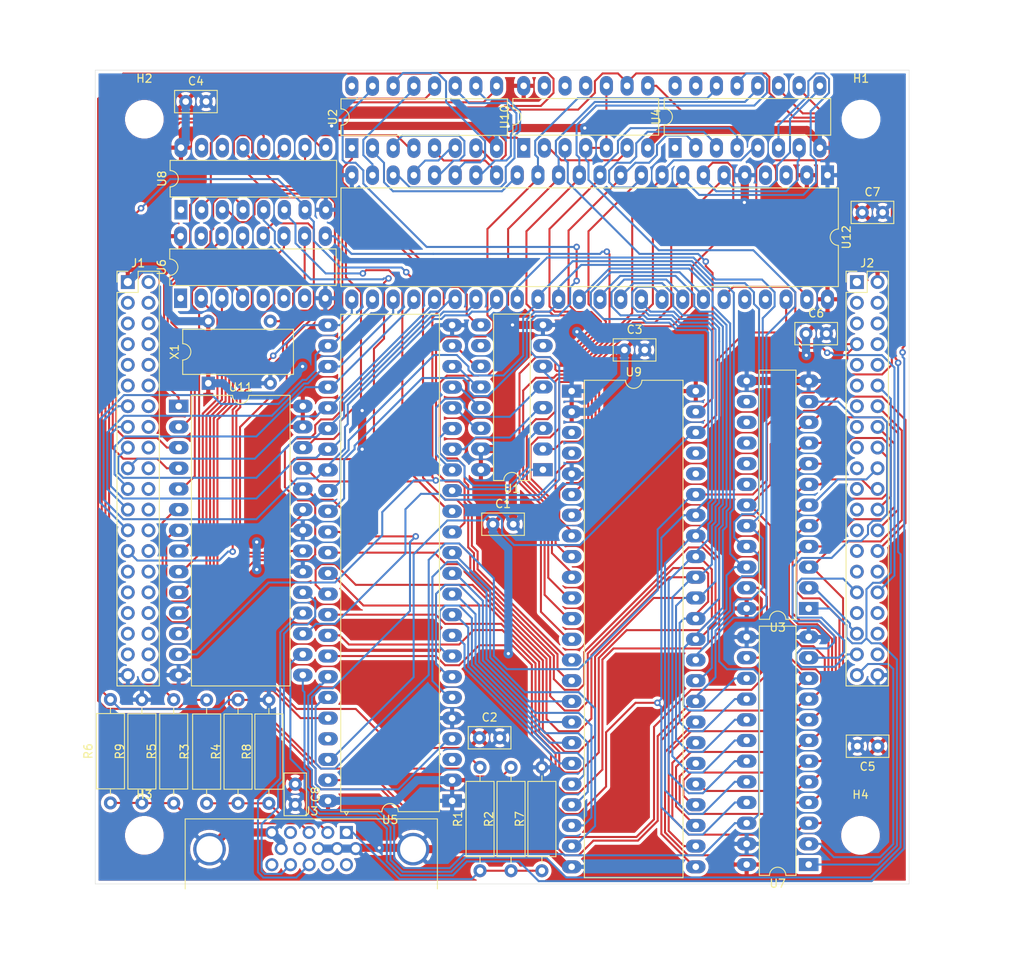
<source format=kicad_pcb>
(kicad_pcb (version 20171130) (host pcbnew "(5.1.4)-1")
  (layers (0 F.Cu signal) (31 B.Cu signal) (34 B.Paste user) (35 F.Paste user) (36 B.SilkS user) (37 F.SilkS user) (38 B.Mask user) (39 F.Mask user) (44 Edge.Cuts user))
  (net 0 "")
  (net 1 GND)
  (net 2 +5V)
  (net 3 "Net-(J2-Pad33)")
  (net 4 CU_CtrlLn19)
  (net 5 M_RST)
  (net 6 CU_CtrlLn18)
  (net 7 Bus_7)
  (net 8 CU_CtrlLn17)
  (net 9 Bus_6)
  (net 10 CU_CtrlLn16)
  (net 11 Bus_5)
  (net 12 CU_CtrlLn15)
  (net 13 Bus_4)
  (net 14 CU_CtrlLn14)
  (net 15 Bus_3)
  (net 16 CU_CtrlLn13)
  (net 17 Bus_2)
  (net 18 CU_CtrlLn12)
  (net 19 Bus_1)
  (net 20 CU_CtrlLn5)
  (net 21 Bus_0)
  (net 22 CU_CtrlLn6)
  (net 23 CLK_OUT)
  (net 24 CU_CtrlLn7)
  (net 25 CU_CtrlLn8)
  (net 26 CU_CtrlLn9)
  (net 27 CU_CtrlLn10)
  (net 28 CU_CtrlLn11)
  (net 29 CU_CtrlLn22)
  (net 30 CU_MuEx_CtrlLn14)
  (net 31 CU_CtrlLn21)
  (net 32 CU_CtrlLn27)
  (net 33 CU_CtrlLn20)
  (net 34 CU_CtrlLn26)
  (net 35 CU_CtrlLn25)
  (net 36 CU_CtrlLn24)
  (net 37 CU_CtrlLn23)
  (net 38 CF)
  (net 39 EF)
  (net 40 KF)
  (net 41 CU_MuEx_CtrlLn9)
  (net 42 CU_MuEx_CtrlLn8)
  (net 43 CU_MuEx_CtrlLn7)
  (net 44 CU_MuEx_CtrlLn13)
  (net 45 CU_MuEx_CtrlLn6)
  (net 46 CU_MuEx_CtrlLn12)
  (net 47 CU_MuEx_CtrlLn5)
  (net 48 CU_MuEx_CtrlLn11)
  (net 49 CU_MuEx_CtrlLn4)
  (net 50 CU_MuEx_CtrlLn10)
  (net 51 CU_MuEx_CtrlLn3)
  (net 52 CU_MuEx_CtrlLn2)
  (net 53 Cur_Color_R)
  (net 54 VGA_R)
  (net 55 Cur_Color_S)
  (net 56 Cur_Color_G)
  (net 57 VGA_G)
  (net 58 Cur_Color_B)
  (net 59 VGA_B)
  (net 60 "Net-(U1-Pad7)")
  (net 61 Cur_Row_Color_Sel_4)
  (net 62 Cur_Row_Color_Sel_0)
  (net 63 Cur_Row_Color_Sel_5)
  (net 64 Cur_Row_Color_Sel_1)
  (net 65 Cur_Row_Color_Sel_6)
  (net 66 Cur_Row_Color_Sel_2)
  (net 67 Cur_Row_Color_Sel_7)
  (net 68 Cur_Row_Color_Sel_3)
  (net 69 "Net-(U1-Pad10)")
  (net 70 Chr_Col_Sel_Nxt)
  (net 71 Cur_Color_Sel)
  (net 72 VC_CLK)
  (net 73 "Net-(U2-Pad16)")
  (net 74 Porch_Active)
  (net 75 Cur_Color_Opt1_S)
  (net 76 Cur_Color_Opt2_G)
  (net 77 Cur_Color_Opt2_S)
  (net 78 Cur_Color_Opt1_G)
  (net 79 Cur_Color_Opt1_B)
  (net 80 Cur_Color_Opt2_R)
  (net 81 Cur_Color_Opt2_B)
  (net 82 Cur_Color_Opt1_R)
  (net 83 "Net-(U3-Pad23)")
  (net 84 VRAM_Add_8)
  (net 85 VRAM_Add_9)
  (net 86 VRAM_Add_10)
  (net 87 VRAM_Add_11)
  (net 88 "Net-(U3-Pad18)")
  (net 89 "Net-(U3-Pad17)")
  (net 90 "Net-(U3-Pad16)")
  (net 91 "Net-(U3-Pad15)")
  (net 92 "Net-(U3-Pad14)")
  (net 93 "Net-(U4-Pad16)")
  (net 94 "Net-(U4-Pad15)")
  (net 95 V_Mem_Add_1)
  (net 96 V_Mem_Add_9)
  (net 97 V_Mem_Add_2)
  (net 98 V_Mem_Add_7)
  (net 99 V_Mem_Add_3)
  (net 100 V_Mem_Add_8)
  (net 101 V_Mem_Add_6)
  (net 102 ChrC_RST)
  (net 103 V_Mem_Add_4)
  (net 104 ChrC_CLK)
  (net 105 V_Mem_Add_5)
  (net 106 V_Mem_Add_0)
  (net 107 "Net-(U4-Pad1)")
  (net 108 "Net-(U5-Pad45)")
  (net 109 VRAM_Add_0)
  (net 110 VRAM_Add_1)
  (net 111 VRAM_Add_2)
  (net 112 VRAM_Add_3)
  (net 113 Chr_Row_1)
  (net 114 VRAM_Add_4)
  (net 115 Chr_Row_0)
  (net 116 VRAM_Add_5)
  (net 117 Cur_Chr_Code_7)
  (net 118 VRAM_Add_6)
  (net 119 Cur_Chr_Code_6)
  (net 120 VRAM_Add_7)
  (net 121 Cur_Chr_Code_5)
  (net 122 Cur_Chr_Code_4)
  (net 123 Cur_Chr_Code_3)
  (net 124 Cur_Chr_Code_2)
  (net 125 Cur_Chr_Code_1)
  (net 126 Cur_Chr_Code_0)
  (net 127 Chr_Row_2)
  (net 128 "Net-(U5-Pad3)")
  (net 129 "Net-(U6-Pad15)")
  (net 130 Chr_Col_0)
  (net 131 HC_5)
  (net 132 Chr_Col_1)
  (net 133 HC_3)
  (net 134 Chr_Col_2)
  (net 135 HC_4)
  (net 136 HC_2)
  (net 137 HC_RST)
  (net 138 HC_0)
  (net 139 PXL_CLK)
  (net 140 HC_1)
  (net 141 "Net-(U6-Pad1)")
  (net 142 "Net-(U8-Pad15)")
  (net 143 "Net-(U8-Pad14)")
  (net 144 VC_4)
  (net 145 VC_5)
  (net 146 VC_3)
  (net 147 VC_RST)
  (net 148 VC_1)
  (net 149 VC_2)
  (net 150 VC_0)
  (net 151 "Net-(U8-Pad1)")
  (net 152 "Net-(U10-Pad3)")
  (net 153 "Net-(U9-Pad45)")
  (net 154 "Net-(U9-Pad44)")
  (net 155 "Net-(U9-Pad4)")
  (net 156 "Net-(U9-Pad3)")
  (net 157 "Net-(U10-Pad13)")
  (net 158 "Net-(U10-Pad2)")
  (net 159 "Net-(U10-Pad12)")
  (net 160 "Net-(U10-Pad11)")
  (net 161 "Net-(U10-Pad8)")
  (net 162 V_Sync)
  (net 163 H_Sync)
  (net 164 "Net-(U12-Pad45)")
  (net 165 "Net-(U12-Pad44)")
  (net 166 "Net-(U12-Pad4)")
  (net 167 "Net-(U12-Pad3)")
  (net 168 "Net-(J1-Pad3)")
  (net 169 "Net-(J1-Pad5)")
  (net 170 "Net-(J1-Pad7)")
  (net 171 "Net-(J1-Pad9)")
  (net 172 "Net-(J1-Pad31)")
  (net 173 "Net-(J1-Pad32)")
  (net 174 "Net-(J1-Pad33)")
  (net 175 "Net-(J1-Pad34)")
  (net 176 "Net-(J1-Pad35)")
  (net 177 "Net-(J1-Pad36)")
  (net 178 "Net-(J1-Pad37)")
  (net 179 "Net-(J1-Pad38)")
  (net 180 "Net-(J1-Pad40)")
  (net 181 "Net-(J2-Pad17)")
  (net 182 "Net-(J2-Pad19)")
  (net 183 "Net-(J2-Pad21)")
  (net 184 "Net-(J3-Pad15)")
  (net 185 "Net-(J3-Pad12)")
  (net 186 "Net-(J3-Pad11)")
  (net 187 "Net-(J3-Pad9)")
  (net 188 "Net-(J3-Pad4)")
  (module Package_DIP:DIP-16_W7.62mm_LongPads (layer F.Cu) (at 59.9186 36.7284 90)
    (fp_text reference U2 (at 3.81 -2.33 90) (layer F.SilkS))
    (fp_text value 74LS157)
    (pad 16 thru_hole oval (at 7.62 0 90) (size 2.4 1.6) (drill 0.8) (layers *.Cu *.Mask) (net 73 "Net-(U2-Pad16)"))
    (pad 8 thru_hole oval (at 0 17.78 90) (size 2.4 1.6) (drill 0.8) (layers *.Cu *.Mask) (net 1 GND))
    (pad 15 thru_hole oval (at 7.62 2.54 90) (size 2.4 1.6) (drill 0.8) (layers *.Cu *.Mask) (net 74 Porch_Active))
    (pad 7 thru_hole oval (at 0 15.24 90) (size 2.4 1.6) (drill 0.8) (layers *.Cu *.Mask) (net 56 Cur_Color_G))
    (pad 14 thru_hole oval (at 7.62 5.08 90) (size 2.4 1.6) (drill 0.8) (layers *.Cu *.Mask) (net 75 Cur_Color_Opt1_S))
    (pad 6 thru_hole oval (at 0 12.7 90) (size 2.4 1.6) (drill 0.8) (layers *.Cu *.Mask) (net 76 Cur_Color_Opt2_G))
    (pad 13 thru_hole oval (at 7.62 7.62 90) (size 2.4 1.6) (drill 0.8) (layers *.Cu *.Mask) (net 77 Cur_Color_Opt2_S))
    (pad 5 thru_hole oval (at 0 10.16 90) (size 2.4 1.6) (drill 0.8) (layers *.Cu *.Mask) (net 78 Cur_Color_Opt1_G))
    (pad 12 thru_hole oval (at 7.62 10.16 90) (size 2.4 1.6) (drill 0.8) (layers *.Cu *.Mask) (net 55 Cur_Color_S))
    (pad 4 thru_hole oval (at 0 7.62 90) (size 2.4 1.6) (drill 0.8) (layers *.Cu *.Mask) (net 53 Cur_Color_R))
    (pad 11 thru_hole oval (at 7.62 12.7 90) (size 2.4 1.6) (drill 0.8) (layers *.Cu *.Mask) (net 79 Cur_Color_Opt1_B))
    (pad 3 thru_hole oval (at 0 5.08 90) (size 2.4 1.6) (drill 0.8) (layers *.Cu *.Mask) (net 80 Cur_Color_Opt2_R))
    (pad 10 thru_hole oval (at 7.62 15.24 90) (size 2.4 1.6) (drill 0.8) (layers *.Cu *.Mask) (net 81 Cur_Color_Opt2_B))
    (pad 2 thru_hole oval (at 0 2.54 90) (size 2.4 1.6) (drill 0.8) (layers *.Cu *.Mask) (net 82 Cur_Color_Opt1_R))
    (pad 9 thru_hole oval (at 7.62 17.78 90) (size 2.4 1.6) (drill 0.8) (layers *.Cu *.Mask) (net 58 Cur_Color_B))
    (pad 1 thru_hole rect (at 0 0 90) (size 2.4 1.6) (drill 0.8) (layers *.Cu *.Mask) (net 71 Cur_Color_Sel))
  )
  (module Package_DIP:DIP-48_W15.24mm_LongPads (layer F.Cu) (at 72.2376 116.8908 180)
    (fp_text reference U5 (at 7.62 -2.33) (layer F.SilkS))
    (fp_text value IDT7132)
    (pad 48 thru_hole oval (at 15.24 0 180) (size 2.4 1.6) (drill 0.8) (layers *.Cu *.Mask) (net 2 +5V))
    (pad 24 thru_hole oval (at 0 58.42 180) (size 2.4 1.6) (drill 0.8) (layers *.Cu *.Mask) (net 1 GND))
    (pad 47 thru_hole oval (at 15.24 2.54 180) (size 2.4 1.6) (drill 0.8) (layers *.Cu *.Mask) (net 87 VRAM_Add_11))
    (pad 23 thru_hole oval (at 0 55.88 180) (size 2.4 1.6) (drill 0.8) (layers *.Cu *.Mask) (net 67 Cur_Row_Color_Sel_7))
    (pad 46 thru_hole oval (at 15.24 5.08 180) (size 2.4 1.6) (drill 0.8) (layers *.Cu *.Mask) (net 35 CU_CtrlLn25))
    (pad 22 thru_hole oval (at 0 53.34 180) (size 2.4 1.6) (drill 0.8) (layers *.Cu *.Mask) (net 65 Cur_Row_Color_Sel_6))
    (pad 45 thru_hole oval (at 15.24 7.62 180) (size 2.4 1.6) (drill 0.8) (layers *.Cu *.Mask) (net 108 "Net-(U5-Pad45)"))
    (pad 21 thru_hole oval (at 0 50.8 180) (size 2.4 1.6) (drill 0.8) (layers *.Cu *.Mask) (net 63 Cur_Row_Color_Sel_5))
    (pad 44 thru_hole oval (at 15.24 10.16 180) (size 2.4 1.6) (drill 0.8) (layers *.Cu *.Mask) (net 86 VRAM_Add_10))
    (pad 20 thru_hole oval (at 0 48.26 180) (size 2.4 1.6) (drill 0.8) (layers *.Cu *.Mask) (net 61 Cur_Row_Color_Sel_4))
    (pad 43 thru_hole oval (at 15.24 12.7 180) (size 2.4 1.6) (drill 0.8) (layers *.Cu *.Mask) (net 47 CU_MuEx_CtrlLn5))
    (pad 19 thru_hole oval (at 0 45.72 180) (size 2.4 1.6) (drill 0.8) (layers *.Cu *.Mask) (net 68 Cur_Row_Color_Sel_3))
    (pad 42 thru_hole oval (at 15.24 15.24 180) (size 2.4 1.6) (drill 0.8) (layers *.Cu *.Mask) (net 109 VRAM_Add_0))
    (pad 18 thru_hole oval (at 0 43.18 180) (size 2.4 1.6) (drill 0.8) (layers *.Cu *.Mask) (net 66 Cur_Row_Color_Sel_2))
    (pad 41 thru_hole oval (at 15.24 17.78 180) (size 2.4 1.6) (drill 0.8) (layers *.Cu *.Mask) (net 110 VRAM_Add_1))
    (pad 17 thru_hole oval (at 0 40.64 180) (size 2.4 1.6) (drill 0.8) (layers *.Cu *.Mask) (net 64 Cur_Row_Color_Sel_1))
    (pad 40 thru_hole oval (at 15.24 20.32 180) (size 2.4 1.6) (drill 0.8) (layers *.Cu *.Mask) (net 111 VRAM_Add_2))
    (pad 16 thru_hole oval (at 0 38.1 180) (size 2.4 1.6) (drill 0.8) (layers *.Cu *.Mask) (net 62 Cur_Row_Color_Sel_0))
    (pad 39 thru_hole oval (at 15.24 22.86 180) (size 2.4 1.6) (drill 0.8) (layers *.Cu *.Mask) (net 112 VRAM_Add_3))
    (pad 15 thru_hole oval (at 0 35.56 180) (size 2.4 1.6) (drill 0.8) (layers *.Cu *.Mask) (net 113 Chr_Row_1))
    (pad 38 thru_hole oval (at 15.24 25.4 180) (size 2.4 1.6) (drill 0.8) (layers *.Cu *.Mask) (net 114 VRAM_Add_4))
    (pad 14 thru_hole oval (at 0 33.02 180) (size 2.4 1.6) (drill 0.8) (layers *.Cu *.Mask) (net 115 Chr_Row_0))
    (pad 37 thru_hole oval (at 15.24 27.94 180) (size 2.4 1.6) (drill 0.8) (layers *.Cu *.Mask) (net 116 VRAM_Add_5))
    (pad 13 thru_hole oval (at 0 30.48 180) (size 2.4 1.6) (drill 0.8) (layers *.Cu *.Mask) (net 117 Cur_Chr_Code_7))
    (pad 36 thru_hole oval (at 15.24 30.48 180) (size 2.4 1.6) (drill 0.8) (layers *.Cu *.Mask) (net 118 VRAM_Add_6))
    (pad 12 thru_hole oval (at 0 27.94 180) (size 2.4 1.6) (drill 0.8) (layers *.Cu *.Mask) (net 119 Cur_Chr_Code_6))
    (pad 35 thru_hole oval (at 15.24 33.02 180) (size 2.4 1.6) (drill 0.8) (layers *.Cu *.Mask) (net 120 VRAM_Add_7))
    (pad 11 thru_hole oval (at 0 25.4 180) (size 2.4 1.6) (drill 0.8) (layers *.Cu *.Mask) (net 121 Cur_Chr_Code_5))
    (pad 34 thru_hole oval (at 15.24 35.56 180) (size 2.4 1.6) (drill 0.8) (layers *.Cu *.Mask) (net 84 VRAM_Add_8))
    (pad 10 thru_hole oval (at 0 22.86 180) (size 2.4 1.6) (drill 0.8) (layers *.Cu *.Mask) (net 122 Cur_Chr_Code_4))
    (pad 33 thru_hole oval (at 15.24 38.1 180) (size 2.4 1.6) (drill 0.8) (layers *.Cu *.Mask) (net 85 VRAM_Add_9))
    (pad 9 thru_hole oval (at 0 20.32 180) (size 2.4 1.6) (drill 0.8) (layers *.Cu *.Mask) (net 123 Cur_Chr_Code_3))
    (pad 32 thru_hole oval (at 15.24 40.64 180) (size 2.4 1.6) (drill 0.8) (layers *.Cu *.Mask) (net 21 Bus_0))
    (pad 8 thru_hole oval (at 0 17.78 180) (size 2.4 1.6) (drill 0.8) (layers *.Cu *.Mask) (net 124 Cur_Chr_Code_2))
    (pad 31 thru_hole oval (at 15.24 43.18 180) (size 2.4 1.6) (drill 0.8) (layers *.Cu *.Mask) (net 19 Bus_1))
    (pad 7 thru_hole oval (at 0 15.24 180) (size 2.4 1.6) (drill 0.8) (layers *.Cu *.Mask) (net 125 Cur_Chr_Code_1))
    (pad 30 thru_hole oval (at 15.24 45.72 180) (size 2.4 1.6) (drill 0.8) (layers *.Cu *.Mask) (net 17 Bus_2))
    (pad 6 thru_hole oval (at 0 12.7 180) (size 2.4 1.6) (drill 0.8) (layers *.Cu *.Mask) (net 126 Cur_Chr_Code_0))
    (pad 29 thru_hole oval (at 15.24 48.26 180) (size 2.4 1.6) (drill 0.8) (layers *.Cu *.Mask) (net 15 Bus_3))
    (pad 5 thru_hole oval (at 0 10.16 180) (size 2.4 1.6) (drill 0.8) (layers *.Cu *.Mask) (net 1 GND))
    (pad 28 thru_hole oval (at 15.24 50.8 180) (size 2.4 1.6) (drill 0.8) (layers *.Cu *.Mask) (net 13 Bus_4))
    (pad 4 thru_hole oval (at 0 7.62 180) (size 2.4 1.6) (drill 0.8) (layers *.Cu *.Mask) (net 127 Chr_Row_2))
    (pad 27 thru_hole oval (at 15.24 53.34 180) (size 2.4 1.6) (drill 0.8) (layers *.Cu *.Mask) (net 11 Bus_5))
    (pad 3 thru_hole oval (at 0 5.08 180) (size 2.4 1.6) (drill 0.8) (layers *.Cu *.Mask) (net 128 "Net-(U5-Pad3)"))
    (pad 26 thru_hole oval (at 15.24 55.88 180) (size 2.4 1.6) (drill 0.8) (layers *.Cu *.Mask) (net 9 Bus_6))
    (pad 2 thru_hole oval (at 0 2.54 180) (size 2.4 1.6) (drill 0.8) (layers *.Cu *.Mask) (net 2 +5V))
    (pad 25 thru_hole oval (at 15.24 58.42 180) (size 2.4 1.6) (drill 0.8) (layers *.Cu *.Mask) (net 7 Bus_7))
    (pad 1 thru_hole rect (at 0 0 180) (size 2.4 1.6) (drill 0.8) (layers *.Cu *.Mask) (net 1 GND))
  )
  (module Connector_PinHeader_2.54mm:PinHeader_2x20_P2.54mm_Vertical (layer F.Cu) (at 121.9454 53.1876)
    (fp_text reference J2 (at 1.27 -2.33) (layer F.SilkS))
    (fp_text value Conn_02x20_Odd_Even)
    (pad 1 thru_hole rect (at 0 0) (size 1.7 1.7) (drill 1) (layers *.Cu *.Mask) (net 52 CU_MuEx_CtrlLn2))
    (pad 2 thru_hole oval (at 2.54 0) (size 1.7 1.7) (drill 1) (layers *.Cu *.Mask) (net 2 +5V))
    (pad 3 thru_hole oval (at 0 2.54) (size 1.7 1.7) (drill 1) (layers *.Cu *.Mask) (net 51 CU_MuEx_CtrlLn3))
    (pad 4 thru_hole oval (at 2.54 2.54) (size 1.7 1.7) (drill 1) (layers *.Cu *.Mask) (net 50 CU_MuEx_CtrlLn10))
    (pad 5 thru_hole oval (at 0 5.08) (size 1.7 1.7) (drill 1) (layers *.Cu *.Mask) (net 49 CU_MuEx_CtrlLn4))
    (pad 6 thru_hole oval (at 2.54 5.08) (size 1.7 1.7) (drill 1) (layers *.Cu *.Mask) (net 48 CU_MuEx_CtrlLn11))
    (pad 7 thru_hole oval (at 0 7.62) (size 1.7 1.7) (drill 1) (layers *.Cu *.Mask) (net 47 CU_MuEx_CtrlLn5))
    (pad 8 thru_hole oval (at 2.54 7.62) (size 1.7 1.7) (drill 1) (layers *.Cu *.Mask) (net 46 CU_MuEx_CtrlLn12))
    (pad 9 thru_hole oval (at 0 10.16) (size 1.7 1.7) (drill 1) (layers *.Cu *.Mask) (net 45 CU_MuEx_CtrlLn6))
    (pad 10 thru_hole oval (at 2.54 10.16) (size 1.7 1.7) (drill 1) (layers *.Cu *.Mask) (net 44 CU_MuEx_CtrlLn13))
    (pad 11 thru_hole oval (at 0 12.7) (size 1.7 1.7) (drill 1) (layers *.Cu *.Mask) (net 43 CU_MuEx_CtrlLn7))
    (pad 12 thru_hole oval (at 2.54 12.7) (size 1.7 1.7) (drill 1) (layers *.Cu *.Mask) (net 23 CLK_OUT))
    (pad 13 thru_hole oval (at 0 15.24) (size 1.7 1.7) (drill 1) (layers *.Cu *.Mask) (net 42 CU_MuEx_CtrlLn8))
    (pad 14 thru_hole oval (at 2.54 15.24) (size 1.7 1.7) (drill 1) (layers *.Cu *.Mask) (net 21 Bus_0))
    (pad 15 thru_hole oval (at 0 17.78) (size 1.7 1.7) (drill 1) (layers *.Cu *.Mask) (net 41 CU_MuEx_CtrlLn9))
    (pad 16 thru_hole oval (at 2.54 17.78) (size 1.7 1.7) (drill 1) (layers *.Cu *.Mask) (net 19 Bus_1))
    (pad 17 thru_hole oval (at 0 20.32) (size 1.7 1.7) (drill 1) (layers *.Cu *.Mask) (net 181 "Net-(J2-Pad17)"))
    (pad 18 thru_hole oval (at 2.54 20.32) (size 1.7 1.7) (drill 1) (layers *.Cu *.Mask) (net 17 Bus_2))
    (pad 19 thru_hole oval (at 0 22.86) (size 1.7 1.7) (drill 1) (layers *.Cu *.Mask) (net 182 "Net-(J2-Pad19)"))
    (pad 20 thru_hole oval (at 2.54 22.86) (size 1.7 1.7) (drill 1) (layers *.Cu *.Mask) (net 15 Bus_3))
    (pad 21 thru_hole oval (at 0 25.4) (size 1.7 1.7) (drill 1) (layers *.Cu *.Mask) (net 183 "Net-(J2-Pad21)"))
    (pad 22 thru_hole oval (at 2.54 25.4) (size 1.7 1.7) (drill 1) (layers *.Cu *.Mask) (net 13 Bus_4))
    (pad 23 thru_hole oval (at 0 27.94) (size 1.7 1.7) (drill 1) (layers *.Cu *.Mask) (net 40 KF))
    (pad 24 thru_hole oval (at 2.54 27.94) (size 1.7 1.7) (drill 1) (layers *.Cu *.Mask) (net 11 Bus_5))
    (pad 25 thru_hole oval (at 0 30.48) (size 1.7 1.7) (drill 1) (layers *.Cu *.Mask) (net 39 EF))
    (pad 26 thru_hole oval (at 2.54 30.48) (size 1.7 1.7) (drill 1) (layers *.Cu *.Mask) (net 9 Bus_6))
    (pad 27 thru_hole oval (at 0 33.02) (size 1.7 1.7) (drill 1) (layers *.Cu *.Mask) (net 38 CF))
    (pad 28 thru_hole oval (at 2.54 33.02) (size 1.7 1.7) (drill 1) (layers *.Cu *.Mask) (net 7 Bus_7))
    (pad 29 thru_hole oval (at 0 35.56) (size 1.7 1.7) (drill 1) (layers *.Cu *.Mask) (net 37 CU_CtrlLn23))
    (pad 30 thru_hole oval (at 2.54 35.56) (size 1.7 1.7) (drill 1) (layers *.Cu *.Mask) (net 5 M_RST))
    (pad 31 thru_hole oval (at 0 38.1) (size 1.7 1.7) (drill 1) (layers *.Cu *.Mask) (net 36 CU_CtrlLn24))
    (pad 32 thru_hole oval (at 2.54 38.1) (size 1.7 1.7) (drill 1) (layers *.Cu *.Mask) (net 35 CU_CtrlLn25))
    (pad 33 thru_hole oval (at 0 40.64) (size 1.7 1.7) (drill 1) (layers *.Cu *.Mask) (net 3 "Net-(J2-Pad33)"))
    (pad 34 thru_hole oval (at 2.54 40.64) (size 1.7 1.7) (drill 1) (layers *.Cu *.Mask) (net 34 CU_CtrlLn26))
    (pad 35 thru_hole oval (at 0 43.18) (size 1.7 1.7) (drill 1) (layers *.Cu *.Mask) (net 33 CU_CtrlLn20))
    (pad 36 thru_hole oval (at 2.54 43.18) (size 1.7 1.7) (drill 1) (layers *.Cu *.Mask) (net 32 CU_CtrlLn27))
    (pad 37 thru_hole oval (at 0 45.72) (size 1.7 1.7) (drill 1) (layers *.Cu *.Mask) (net 31 CU_CtrlLn21))
    (pad 38 thru_hole oval (at 2.54 45.72) (size 1.7 1.7) (drill 1) (layers *.Cu *.Mask) (net 30 CU_MuEx_CtrlLn14))
    (pad 39 thru_hole oval (at 0 48.26) (size 1.7 1.7) (drill 1) (layers *.Cu *.Mask) (net 29 CU_CtrlLn22))
    (pad 40 thru_hole oval (at 2.54 48.26) (size 1.7 1.7) (drill 1) (layers *.Cu *.Mask) (net 1 GND))
  )
  (module Package_DIP:DIP-16_W7.62mm_LongPads (layer F.Cu) (at 38.9382 44.2976 90)
    (fp_text reference U8 (at 3.81 -2.33 90) (layer F.SilkS))
    (fp_text value 4040)
    (pad 16 thru_hole oval (at 7.62 0 90) (size 2.4 1.6) (drill 0.8) (layers *.Cu *.Mask) (net 2 +5V))
    (pad 8 thru_hole oval (at 0 17.78 90) (size 2.4 1.6) (drill 0.8) (layers *.Cu *.Mask) (net 1 GND))
    (pad 15 thru_hole oval (at 7.62 2.54 90) (size 2.4 1.6) (drill 0.8) (layers *.Cu *.Mask) (net 142 "Net-(U8-Pad15)"))
    (pad 7 thru_hole oval (at 0 15.24 90) (size 2.4 1.6) (drill 0.8) (layers *.Cu *.Mask) (net 115 Chr_Row_0))
    (pad 14 thru_hole oval (at 7.62 5.08 90) (size 2.4 1.6) (drill 0.8) (layers *.Cu *.Mask) (net 143 "Net-(U8-Pad14)"))
    (pad 6 thru_hole oval (at 0 12.7 90) (size 2.4 1.6) (drill 0.8) (layers *.Cu *.Mask) (net 113 Chr_Row_1))
    (pad 13 thru_hole oval (at 7.62 7.62 90) (size 2.4 1.6) (drill 0.8) (layers *.Cu *.Mask) (net 144 VC_4))
    (pad 5 thru_hole oval (at 0 10.16 90) (size 2.4 1.6) (drill 0.8) (layers *.Cu *.Mask) (net 127 Chr_Row_2))
    (pad 12 thru_hole oval (at 7.62 10.16 90) (size 2.4 1.6) (drill 0.8) (layers *.Cu *.Mask) (net 145 VC_5))
    (pad 4 thru_hole oval (at 0 7.62 90) (size 2.4 1.6) (drill 0.8) (layers *.Cu *.Mask) (net 146 VC_3))
    (pad 11 thru_hole oval (at 7.62 12.7 90) (size 2.4 1.6) (drill 0.8) (layers *.Cu *.Mask) (net 147 VC_RST))
    (pad 3 thru_hole oval (at 0 5.08 90) (size 2.4 1.6) (drill 0.8) (layers *.Cu *.Mask) (net 148 VC_1))
    (pad 10 thru_hole oval (at 7.62 15.24 90) (size 2.4 1.6) (drill 0.8) (layers *.Cu *.Mask) (net 72 VC_CLK))
    (pad 2 thru_hole oval (at 0 2.54 90) (size 2.4 1.6) (drill 0.8) (layers *.Cu *.Mask) (net 149 VC_2))
    (pad 9 thru_hole oval (at 7.62 17.78 90) (size 2.4 1.6) (drill 0.8) (layers *.Cu *.Mask) (net 150 VC_0))
    (pad 1 thru_hole rect (at 0 0 90) (size 2.4 1.6) (drill 0.8) (layers *.Cu *.Mask) (net 151 "Net-(U8-Pad1)"))
  )
  (module Package_DIP:DIP-48_W15.24mm_LongPads (layer F.Cu) (at 86.9188 66.5734)
    (fp_text reference U9 (at 7.62 -2.33) (layer F.SilkS))
    (fp_text value IDT7130)
    (pad 48 thru_hole oval (at 15.24 0) (size 2.4 1.6) (drill 0.8) (layers *.Cu *.Mask) (net 2 +5V))
    (pad 24 thru_hole oval (at 0 58.42) (size 2.4 1.6) (drill 0.8) (layers *.Cu *.Mask) (net 1 GND))
    (pad 47 thru_hole oval (at 15.24 2.54) (size 2.4 1.6) (drill 0.8) (layers *.Cu *.Mask) (net 152 "Net-(U10-Pad3)"))
    (pad 23 thru_hole oval (at 0 55.88) (size 2.4 1.6) (drill 0.8) (layers *.Cu *.Mask) (net 117 Cur_Chr_Code_7))
    (pad 46 thru_hole oval (at 15.24 5.08) (size 2.4 1.6) (drill 0.8) (layers *.Cu *.Mask) (net 35 CU_CtrlLn25))
    (pad 22 thru_hole oval (at 0 53.34) (size 2.4 1.6) (drill 0.8) (layers *.Cu *.Mask) (net 119 Cur_Chr_Code_6))
    (pad 45 thru_hole oval (at 15.24 7.62) (size 2.4 1.6) (drill 0.8) (layers *.Cu *.Mask) (net 153 "Net-(U9-Pad45)"))
    (pad 21 thru_hole oval (at 0 50.8) (size 2.4 1.6) (drill 0.8) (layers *.Cu *.Mask) (net 121 Cur_Chr_Code_5))
    (pad 44 thru_hole oval (at 15.24 10.16) (size 2.4 1.6) (drill 0.8) (layers *.Cu *.Mask) (net 154 "Net-(U9-Pad44)"))
    (pad 20 thru_hole oval (at 0 48.26) (size 2.4 1.6) (drill 0.8) (layers *.Cu *.Mask) (net 122 Cur_Chr_Code_4))
    (pad 43 thru_hole oval (at 15.24 12.7) (size 2.4 1.6) (drill 0.8) (layers *.Cu *.Mask) (net 47 CU_MuEx_CtrlLn5))
    (pad 19 thru_hole oval (at 0 45.72) (size 2.4 1.6) (drill 0.8) (layers *.Cu *.Mask) (net 123 Cur_Chr_Code_3))
    (pad 42 thru_hole oval (at 15.24 15.24) (size 2.4 1.6) (drill 0.8) (layers *.Cu *.Mask) (net 110 VRAM_Add_1))
    (pad 18 thru_hole oval (at 0 43.18) (size 2.4 1.6) (drill 0.8) (layers *.Cu *.Mask) (net 124 Cur_Chr_Code_2))
    (pad 41 thru_hole oval (at 15.24 17.78) (size 2.4 1.6) (drill 0.8) (layers *.Cu *.Mask) (net 111 VRAM_Add_2))
    (pad 17 thru_hole oval (at 0 40.64) (size 2.4 1.6) (drill 0.8) (layers *.Cu *.Mask) (net 125 Cur_Chr_Code_1))
    (pad 40 thru_hole oval (at 15.24 20.32) (size 2.4 1.6) (drill 0.8) (layers *.Cu *.Mask) (net 112 VRAM_Add_3))
    (pad 16 thru_hole oval (at 0 38.1) (size 2.4 1.6) (drill 0.8) (layers *.Cu *.Mask) (net 126 Cur_Chr_Code_0))
    (pad 39 thru_hole oval (at 15.24 22.86) (size 2.4 1.6) (drill 0.8) (layers *.Cu *.Mask) (net 114 VRAM_Add_4))
    (pad 15 thru_hole oval (at 0 35.56) (size 2.4 1.6) (drill 0.8) (layers *.Cu *.Mask) (net 96 V_Mem_Add_9))
    (pad 38 thru_hole oval (at 15.24 25.4) (size 2.4 1.6) (drill 0.8) (layers *.Cu *.Mask) (net 116 VRAM_Add_5))
    (pad 14 thru_hole oval (at 0 33.02) (size 2.4 1.6) (drill 0.8) (layers *.Cu *.Mask) (net 100 V_Mem_Add_8))
    (pad 37 thru_hole oval (at 15.24 27.94) (size 2.4 1.6) (drill 0.8) (layers *.Cu *.Mask) (net 118 VRAM_Add_6))
    (pad 13 thru_hole oval (at 0 30.48) (size 2.4 1.6) (drill 0.8) (layers *.Cu *.Mask) (net 98 V_Mem_Add_7))
    (pad 36 thru_hole oval (at 15.24 30.48) (size 2.4 1.6) (drill 0.8) (layers *.Cu *.Mask) (net 120 VRAM_Add_7))
    (pad 12 thru_hole oval (at 0 27.94) (size 2.4 1.6) (drill 0.8) (layers *.Cu *.Mask) (net 101 V_Mem_Add_6))
    (pad 35 thru_hole oval (at 15.24 33.02) (size 2.4 1.6) (drill 0.8) (layers *.Cu *.Mask) (net 84 VRAM_Add_8))
    (pad 11 thru_hole oval (at 0 25.4) (size 2.4 1.6) (drill 0.8) (layers *.Cu *.Mask) (net 105 V_Mem_Add_5))
    (pad 34 thru_hole oval (at 15.24 35.56) (size 2.4 1.6) (drill 0.8) (layers *.Cu *.Mask) (net 85 VRAM_Add_9))
    (pad 10 thru_hole oval (at 0 22.86) (size 2.4 1.6) (drill 0.8) (layers *.Cu *.Mask) (net 103 V_Mem_Add_4))
    (pad 33 thru_hole oval (at 15.24 38.1) (size 2.4 1.6) (drill 0.8) (layers *.Cu *.Mask) (net 86 VRAM_Add_10))
    (pad 9 thru_hole oval (at 0 20.32) (size 2.4 1.6) (drill 0.8) (layers *.Cu *.Mask) (net 99 V_Mem_Add_3))
    (pad 32 thru_hole oval (at 15.24 40.64) (size 2.4 1.6) (drill 0.8) (layers *.Cu *.Mask) (net 21 Bus_0))
    (pad 8 thru_hole oval (at 0 17.78) (size 2.4 1.6) (drill 0.8) (layers *.Cu *.Mask) (net 97 V_Mem_Add_2))
    (pad 31 thru_hole oval (at 15.24 43.18) (size 2.4 1.6) (drill 0.8) (layers *.Cu *.Mask) (net 19 Bus_1))
    (pad 7 thru_hole oval (at 0 15.24) (size 2.4 1.6) (drill 0.8) (layers *.Cu *.Mask) (net 95 V_Mem_Add_1))
    (pad 30 thru_hole oval (at 15.24 45.72) (size 2.4 1.6) (drill 0.8) (layers *.Cu *.Mask) (net 17 Bus_2))
    (pad 6 thru_hole oval (at 0 12.7) (size 2.4 1.6) (drill 0.8) (layers *.Cu *.Mask) (net 106 V_Mem_Add_0))
    (pad 29 thru_hole oval (at 15.24 48.26) (size 2.4 1.6) (drill 0.8) (layers *.Cu *.Mask) (net 15 Bus_3))
    (pad 5 thru_hole oval (at 0 10.16) (size 2.4 1.6) (drill 0.8) (layers *.Cu *.Mask) (net 1 GND))
    (pad 28 thru_hole oval (at 15.24 50.8) (size 2.4 1.6) (drill 0.8) (layers *.Cu *.Mask) (net 13 Bus_4))
    (pad 4 thru_hole oval (at 0 7.62) (size 2.4 1.6) (drill 0.8) (layers *.Cu *.Mask) (net 155 "Net-(U9-Pad4)"))
    (pad 27 thru_hole oval (at 15.24 53.34) (size 2.4 1.6) (drill 0.8) (layers *.Cu *.Mask) (net 11 Bus_5))
    (pad 3 thru_hole oval (at 0 5.08) (size 2.4 1.6) (drill 0.8) (layers *.Cu *.Mask) (net 156 "Net-(U9-Pad3)"))
    (pad 26 thru_hole oval (at 15.24 55.88) (size 2.4 1.6) (drill 0.8) (layers *.Cu *.Mask) (net 9 Bus_6))
    (pad 2 thru_hole oval (at 0 2.54) (size 2.4 1.6) (drill 0.8) (layers *.Cu *.Mask) (net 2 +5V))
    (pad 25 thru_hole oval (at 15.24 58.42) (size 2.4 1.6) (drill 0.8) (layers *.Cu *.Mask) (net 7 Bus_7))
    (pad 1 thru_hole rect (at 0 0) (size 2.4 1.6) (drill 0.8) (layers *.Cu *.Mask) (net 1 GND))
  )
  (module Connector_Dsub:DSUB-15-HD_Female_Horizontal_P2.29x1.98mm_EdgePinOffset3.03mm_Housed_MountingHolesOffset4.94mm (layer F.Cu) (at 59.2582 120.777)
    (fp_text reference J3 (at -4.315 -2.61) (layer F.SilkS))
    (fp_text value DB15_Female_HighDensity_MountingHoles)
    (pad 0 thru_hole circle (at 8.185 2.05) (size 4 4) (drill 3.2) (layers *.Cu *.Mask) (net 1 GND))
    (pad 0 thru_hole circle (at -16.815 2.05) (size 4 4) (drill 3.2) (layers *.Cu *.Mask) (net 1 GND))
    (pad 15 thru_hole circle (at -9.16 3.96) (size 1.6 1.6) (drill 1) (layers *.Cu *.Mask) (net 184 "Net-(J3-Pad15)"))
    (pad 14 thru_hole circle (at -6.87 3.96) (size 1.6 1.6) (drill 1) (layers *.Cu *.Mask) (net 162 V_Sync))
    (pad 13 thru_hole circle (at -4.58 3.96) (size 1.6 1.6) (drill 1) (layers *.Cu *.Mask) (net 163 H_Sync))
    (pad 12 thru_hole circle (at -2.29 3.96) (size 1.6 1.6) (drill 1) (layers *.Cu *.Mask) (net 185 "Net-(J3-Pad12)"))
    (pad 11 thru_hole circle (at 0 3.96) (size 1.6 1.6) (drill 1) (layers *.Cu *.Mask) (net 186 "Net-(J3-Pad11)"))
    (pad 10 thru_hole circle (at -8.015 1.98) (size 1.6 1.6) (drill 1) (layers *.Cu *.Mask) (net 1 GND))
    (pad 9 thru_hole circle (at -5.725 1.98) (size 1.6 1.6) (drill 1) (layers *.Cu *.Mask) (net 187 "Net-(J3-Pad9)"))
    (pad 8 thru_hole circle (at -3.435 1.98) (size 1.6 1.6) (drill 1) (layers *.Cu *.Mask) (net 1 GND))
    (pad 7 thru_hole circle (at -1.145 1.98) (size 1.6 1.6) (drill 1) (layers *.Cu *.Mask) (net 1 GND))
    (pad 6 thru_hole circle (at 1.145 1.98) (size 1.6 1.6) (drill 1) (layers *.Cu *.Mask) (net 1 GND))
    (pad 5 thru_hole circle (at -9.16 0) (size 1.6 1.6) (drill 1) (layers *.Cu *.Mask) (net 1 GND))
    (pad 4 thru_hole circle (at -6.87 0) (size 1.6 1.6) (drill 1) (layers *.Cu *.Mask) (net 188 "Net-(J3-Pad4)"))
    (pad 3 thru_hole circle (at -4.58 0) (size 1.6 1.6) (drill 1) (layers *.Cu *.Mask) (net 59 VGA_B))
    (pad 2 thru_hole circle (at -2.29 0) (size 1.6 1.6) (drill 1) (layers *.Cu *.Mask) (net 57 VGA_G))
    (pad 1 thru_hole rect (at 0 0) (size 1.6 1.6) (drill 1) (layers *.Cu *.Mask) (net 54 VGA_R))
  )
  (module Connector_PinHeader_2.54mm:PinHeader_2x20_P2.54mm_Vertical (layer F.Cu) (at 32.4104 53.1876)
    (fp_text reference J1 (at 1.27 -2.33) (layer F.SilkS))
    (fp_text value Conn_02x20_Odd_Even)
    (pad 1 thru_hole rect (at 0 0) (size 1.7 1.7) (drill 1) (layers *.Cu *.Mask) (net 2 +5V))
    (pad 2 thru_hole oval (at 2.54 0) (size 1.7 1.7) (drill 1) (layers *.Cu *.Mask) (net 28 CU_CtrlLn11))
    (pad 3 thru_hole oval (at 0 2.54) (size 1.7 1.7) (drill 1) (layers *.Cu *.Mask) (net 168 "Net-(J1-Pad3)"))
    (pad 4 thru_hole oval (at 2.54 2.54) (size 1.7 1.7) (drill 1) (layers *.Cu *.Mask) (net 27 CU_CtrlLn10))
    (pad 5 thru_hole oval (at 0 5.08) (size 1.7 1.7) (drill 1) (layers *.Cu *.Mask) (net 169 "Net-(J1-Pad5)"))
    (pad 6 thru_hole oval (at 2.54 5.08) (size 1.7 1.7) (drill 1) (layers *.Cu *.Mask) (net 26 CU_CtrlLn9))
    (pad 7 thru_hole oval (at 0 7.62) (size 1.7 1.7) (drill 1) (layers *.Cu *.Mask) (net 170 "Net-(J1-Pad7)"))
    (pad 8 thru_hole oval (at 2.54 7.62) (size 1.7 1.7) (drill 1) (layers *.Cu *.Mask) (net 25 CU_CtrlLn8))
    (pad 9 thru_hole oval (at 0 10.16) (size 1.7 1.7) (drill 1) (layers *.Cu *.Mask) (net 171 "Net-(J1-Pad9)"))
    (pad 10 thru_hole oval (at 2.54 10.16) (size 1.7 1.7) (drill 1) (layers *.Cu *.Mask) (net 24 CU_CtrlLn7))
    (pad 11 thru_hole oval (at 0 12.7) (size 1.7 1.7) (drill 1) (layers *.Cu *.Mask) (net 23 CLK_OUT))
    (pad 12 thru_hole oval (at 2.54 12.7) (size 1.7 1.7) (drill 1) (layers *.Cu *.Mask) (net 22 CU_CtrlLn6))
    (pad 13 thru_hole oval (at 0 15.24) (size 1.7 1.7) (drill 1) (layers *.Cu *.Mask) (net 21 Bus_0))
    (pad 14 thru_hole oval (at 2.54 15.24) (size 1.7 1.7) (drill 1) (layers *.Cu *.Mask) (net 20 CU_CtrlLn5))
    (pad 15 thru_hole oval (at 0 17.78) (size 1.7 1.7) (drill 1) (layers *.Cu *.Mask) (net 19 Bus_1))
    (pad 16 thru_hole oval (at 2.54 17.78) (size 1.7 1.7) (drill 1) (layers *.Cu *.Mask) (net 18 CU_CtrlLn12))
    (pad 17 thru_hole oval (at 0 20.32) (size 1.7 1.7) (drill 1) (layers *.Cu *.Mask) (net 17 Bus_2))
    (pad 18 thru_hole oval (at 2.54 20.32) (size 1.7 1.7) (drill 1) (layers *.Cu *.Mask) (net 16 CU_CtrlLn13))
    (pad 19 thru_hole oval (at 0 22.86) (size 1.7 1.7) (drill 1) (layers *.Cu *.Mask) (net 15 Bus_3))
    (pad 20 thru_hole oval (at 2.54 22.86) (size 1.7 1.7) (drill 1) (layers *.Cu *.Mask) (net 14 CU_CtrlLn14))
    (pad 21 thru_hole oval (at 0 25.4) (size 1.7 1.7) (drill 1) (layers *.Cu *.Mask) (net 13 Bus_4))
    (pad 22 thru_hole oval (at 2.54 25.4) (size 1.7 1.7) (drill 1) (layers *.Cu *.Mask) (net 12 CU_CtrlLn15))
    (pad 23 thru_hole oval (at 0 27.94) (size 1.7 1.7) (drill 1) (layers *.Cu *.Mask) (net 11 Bus_5))
    (pad 24 thru_hole oval (at 2.54 27.94) (size 1.7 1.7) (drill 1) (layers *.Cu *.Mask) (net 10 CU_CtrlLn16))
    (pad 25 thru_hole oval (at 0 30.48) (size 1.7 1.7) (drill 1) (layers *.Cu *.Mask) (net 9 Bus_6))
    (pad 26 thru_hole oval (at 2.54 30.48) (size 1.7 1.7) (drill 1) (layers *.Cu *.Mask) (net 8 CU_CtrlLn17))
    (pad 27 thru_hole oval (at 0 33.02) (size 1.7 1.7) (drill 1) (layers *.Cu *.Mask) (net 7 Bus_7))
    (pad 28 thru_hole oval (at 2.54 33.02) (size 1.7 1.7) (drill 1) (layers *.Cu *.Mask) (net 6 CU_CtrlLn18))
    (pad 29 thru_hole oval (at 0 35.56) (size 1.7 1.7) (drill 1) (layers *.Cu *.Mask) (net 5 M_RST))
    (pad 30 thru_hole oval (at 2.54 35.56) (size 1.7 1.7) (drill 1) (layers *.Cu *.Mask) (net 4 CU_CtrlLn19))
    (pad 31 thru_hole oval (at 0 38.1) (size 1.7 1.7) (drill 1) (layers *.Cu *.Mask) (net 172 "Net-(J1-Pad31)"))
    (pad 32 thru_hole oval (at 2.54 38.1) (size 1.7 1.7) (drill 1) (layers *.Cu *.Mask) (net 173 "Net-(J1-Pad32)"))
    (pad 33 thru_hole oval (at 0 40.64) (size 1.7 1.7) (drill 1) (layers *.Cu *.Mask) (net 174 "Net-(J1-Pad33)"))
    (pad 34 thru_hole oval (at 2.54 40.64) (size 1.7 1.7) (drill 1) (layers *.Cu *.Mask) (net 175 "Net-(J1-Pad34)"))
    (pad 35 thru_hole oval (at 0 43.18) (size 1.7 1.7) (drill 1) (layers *.Cu *.Mask) (net 176 "Net-(J1-Pad35)"))
    (pad 36 thru_hole oval (at 2.54 43.18) (size 1.7 1.7) (drill 1) (layers *.Cu *.Mask) (net 177 "Net-(J1-Pad36)"))
    (pad 37 thru_hole oval (at 0 45.72) (size 1.7 1.7) (drill 1) (layers *.Cu *.Mask) (net 178 "Net-(J1-Pad37)"))
    (pad 38 thru_hole oval (at 2.54 45.72) (size 1.7 1.7) (drill 1) (layers *.Cu *.Mask) (net 179 "Net-(J1-Pad38)"))
    (pad 39 thru_hole oval (at 0 48.26) (size 1.7 1.7) (drill 1) (layers *.Cu *.Mask) (net 1 GND))
    (pad 40 thru_hole oval (at 2.54 48.26) (size 1.7 1.7) (drill 1) (layers *.Cu *.Mask) (net 180 "Net-(J1-Pad40)"))
  )
  (module MountingHole:MountingHole_4mm (layer F.Cu) (at 34.4424 121.1326)
    (fp_text reference H3 (at 0 -5) (layer F.SilkS))
    (fp_text value MountingHole)
    (pad 1 np_thru_hole circle (at 0 0) (size 4 4) (drill 4) (layers *.Cu *.Mask))
  )
  (module MountingHole:MountingHole_4mm (layer F.Cu) (at 122.4534 33.1851)
    (fp_text reference H1 (at 0 -5) (layer F.SilkS))
    (fp_text value MountingHole)
    (pad 1 np_thru_hole circle (at 0 0) (size 4 4) (drill 4) (layers *.Cu *.Mask))
  )
  (module MountingHole:MountingHole_4mm (layer F.Cu) (at 34.4424 33.1851)
    (fp_text reference H2 (at 0 -5) (layer F.SilkS))
    (fp_text value MountingHole)
    (pad 1 np_thru_hole circle (at 0 0) (size 4 4) (drill 4) (layers *.Cu *.Mask))
  )
  (module MountingHole:MountingHole_4mm (layer F.Cu) (at 122.3899 121.1326)
    (fp_text reference H4 (at 0 -5) (layer F.SilkS))
    (fp_text value MountingHole)
    (pad 1 np_thru_hole circle (at 0 0) (size 4 4) (drill 4) (layers *.Cu *.Mask))
  )
  (module Oscillator:Oscillator_SeikoEpson_SG-8002DC (layer F.Cu) (at 42.291 65.6082 90)
    (fp_text reference X1 (at 3.86 -4.14 90) (layer F.SilkS))
    (fp_text value SG-8002DC)
    (pad 8 thru_hole oval (at 7.62 0 90) (size 1.6 1.6) (drill 0.8) (layers *.Cu *.Mask) (net 2 +5V))
    (pad 4 thru_hole oval (at 0 7.62 90) (size 1.6 1.6) (drill 0.8) (layers *.Cu *.Mask) (net 1 GND))
    (pad 5 thru_hole oval (at 7.62 7.62 90) (size 1.6 1.6) (drill 0.8) (layers *.Cu *.Mask) (net 139 PXL_CLK))
    (pad 1 thru_hole rect (at 0 0 90) (size 1.6 1.6) (drill 0.8) (layers *.Cu *.Mask) (net 2 +5V))
  )
  (module Package_DIP:DIP-48_W15.24mm_LongPads (layer F.Cu) (at 118.3386 40.0558 270)
    (fp_text reference U12 (at 7.62 -2.33 90) (layer F.SilkS))
    (fp_text value IDT7130)
    (pad 48 thru_hole oval (at 15.24 0 270) (size 2.4 1.6) (drill 0.8) (layers *.Cu *.Mask) (net 2 +5V))
    (pad 24 thru_hole oval (at 0 58.42 270) (size 2.4 1.6) (drill 0.8) (layers *.Cu *.Mask) (net 1 GND))
    (pad 47 thru_hole oval (at 15.24 2.54 270) (size 2.4 1.6) (drill 0.8) (layers *.Cu *.Mask) (net 161 "Net-(U10-Pad8)"))
    (pad 23 thru_hole oval (at 0 55.88 270) (size 2.4 1.6) (drill 0.8) (layers *.Cu *.Mask) (net 77 Cur_Color_Opt2_S))
    (pad 46 thru_hole oval (at 15.24 5.08 270) (size 2.4 1.6) (drill 0.8) (layers *.Cu *.Mask) (net 35 CU_CtrlLn25))
    (pad 22 thru_hole oval (at 0 53.34 270) (size 2.4 1.6) (drill 0.8) (layers *.Cu *.Mask) (net 81 Cur_Color_Opt2_B))
    (pad 45 thru_hole oval (at 15.24 7.62 270) (size 2.4 1.6) (drill 0.8) (layers *.Cu *.Mask) (net 164 "Net-(U12-Pad45)"))
    (pad 21 thru_hole oval (at 0 50.8 270) (size 2.4 1.6) (drill 0.8) (layers *.Cu *.Mask) (net 76 Cur_Color_Opt2_G))
    (pad 44 thru_hole oval (at 15.24 10.16 270) (size 2.4 1.6) (drill 0.8) (layers *.Cu *.Mask) (net 165 "Net-(U12-Pad44)"))
    (pad 20 thru_hole oval (at 0 48.26 270) (size 2.4 1.6) (drill 0.8) (layers *.Cu *.Mask) (net 80 Cur_Color_Opt2_R))
    (pad 43 thru_hole oval (at 15.24 12.7 270) (size 2.4 1.6) (drill 0.8) (layers *.Cu *.Mask) (net 47 CU_MuEx_CtrlLn5))
    (pad 19 thru_hole oval (at 0 45.72 270) (size 2.4 1.6) (drill 0.8) (layers *.Cu *.Mask) (net 75 Cur_Color_Opt1_S))
    (pad 42 thru_hole oval (at 15.24 15.24 270) (size 2.4 1.6) (drill 0.8) (layers *.Cu *.Mask) (net 110 VRAM_Add_1))
    (pad 18 thru_hole oval (at 0 43.18 270) (size 2.4 1.6) (drill 0.8) (layers *.Cu *.Mask) (net 79 Cur_Color_Opt1_B))
    (pad 41 thru_hole oval (at 15.24 17.78 270) (size 2.4 1.6) (drill 0.8) (layers *.Cu *.Mask) (net 111 VRAM_Add_2))
    (pad 17 thru_hole oval (at 0 40.64 270) (size 2.4 1.6) (drill 0.8) (layers *.Cu *.Mask) (net 78 Cur_Color_Opt1_G))
    (pad 40 thru_hole oval (at 15.24 20.32 270) (size 2.4 1.6) (drill 0.8) (layers *.Cu *.Mask) (net 112 VRAM_Add_3))
    (pad 16 thru_hole oval (at 0 38.1 270) (size 2.4 1.6) (drill 0.8) (layers *.Cu *.Mask) (net 82 Cur_Color_Opt1_R))
    (pad 39 thru_hole oval (at 15.24 22.86 270) (size 2.4 1.6) (drill 0.8) (layers *.Cu *.Mask) (net 114 VRAM_Add_4))
    (pad 15 thru_hole oval (at 0 35.56 270) (size 2.4 1.6) (drill 0.8) (layers *.Cu *.Mask) (net 96 V_Mem_Add_9))
    (pad 38 thru_hole oval (at 15.24 25.4 270) (size 2.4 1.6) (drill 0.8) (layers *.Cu *.Mask) (net 116 VRAM_Add_5))
    (pad 14 thru_hole oval (at 0 33.02 270) (size 2.4 1.6) (drill 0.8) (layers *.Cu *.Mask) (net 100 V_Mem_Add_8))
    (pad 37 thru_hole oval (at 15.24 27.94 270) (size 2.4 1.6) (drill 0.8) (layers *.Cu *.Mask) (net 118 VRAM_Add_6))
    (pad 13 thru_hole oval (at 0 30.48 270) (size 2.4 1.6) (drill 0.8) (layers *.Cu *.Mask) (net 98 V_Mem_Add_7))
    (pad 36 thru_hole oval (at 15.24 30.48 270) (size 2.4 1.6) (drill 0.8) (layers *.Cu *.Mask) (net 120 VRAM_Add_7))
    (pad 12 thru_hole oval (at 0 27.94 270) (size 2.4 1.6) (drill 0.8) (layers *.Cu *.Mask) (net 101 V_Mem_Add_6))
    (pad 35 thru_hole oval (at 15.24 33.02 270) (size 2.4 1.6) (drill 0.8) (layers *.Cu *.Mask) (net 84 VRAM_Add_8))
    (pad 11 thru_hole oval (at 0 25.4 270) (size 2.4 1.6) (drill 0.8) (layers *.Cu *.Mask) (net 105 V_Mem_Add_5))
    (pad 34 thru_hole oval (at 15.24 35.56 270) (size 2.4 1.6) (drill 0.8) (layers *.Cu *.Mask) (net 85 VRAM_Add_9))
    (pad 10 thru_hole oval (at 0 22.86 270) (size 2.4 1.6) (drill 0.8) (layers *.Cu *.Mask) (net 103 V_Mem_Add_4))
    (pad 33 thru_hole oval (at 15.24 38.1 270) (size 2.4 1.6) (drill 0.8) (layers *.Cu *.Mask) (net 86 VRAM_Add_10))
    (pad 9 thru_hole oval (at 0 20.32 270) (size 2.4 1.6) (drill 0.8) (layers *.Cu *.Mask) (net 99 V_Mem_Add_3))
    (pad 32 thru_hole oval (at 15.24 40.64 270) (size 2.4 1.6) (drill 0.8) (layers *.Cu *.Mask) (net 21 Bus_0))
    (pad 8 thru_hole oval (at 0 17.78 270) (size 2.4 1.6) (drill 0.8) (layers *.Cu *.Mask) (net 97 V_Mem_Add_2))
    (pad 31 thru_hole oval (at 15.24 43.18 270) (size 2.4 1.6) (drill 0.8) (layers *.Cu *.Mask) (net 19 Bus_1))
    (pad 7 thru_hole oval (at 0 15.24 270) (size 2.4 1.6) (drill 0.8) (layers *.Cu *.Mask) (net 95 V_Mem_Add_1))
    (pad 30 thru_hole oval (at 15.24 45.72 270) (size 2.4 1.6) (drill 0.8) (layers *.Cu *.Mask) (net 17 Bus_2))
    (pad 6 thru_hole oval (at 0 12.7 270) (size 2.4 1.6) (drill 0.8) (layers *.Cu *.Mask) (net 106 V_Mem_Add_0))
    (pad 29 thru_hole oval (at 15.24 48.26 270) (size 2.4 1.6) (drill 0.8) (layers *.Cu *.Mask) (net 15 Bus_3))
    (pad 5 thru_hole oval (at 0 10.16 270) (size 2.4 1.6) (drill 0.8) (layers *.Cu *.Mask) (net 1 GND))
    (pad 28 thru_hole oval (at 15.24 50.8 270) (size 2.4 1.6) (drill 0.8) (layers *.Cu *.Mask) (net 13 Bus_4))
    (pad 4 thru_hole oval (at 0 7.62 270) (size 2.4 1.6) (drill 0.8) (layers *.Cu *.Mask) (net 166 "Net-(U12-Pad4)"))
    (pad 27 thru_hole oval (at 15.24 53.34 270) (size 2.4 1.6) (drill 0.8) (layers *.Cu *.Mask) (net 11 Bus_5))
    (pad 3 thru_hole oval (at 0 5.08 270) (size 2.4 1.6) (drill 0.8) (layers *.Cu *.Mask) (net 167 "Net-(U12-Pad3)"))
    (pad 26 thru_hole oval (at 15.24 55.88 270) (size 2.4 1.6) (drill 0.8) (layers *.Cu *.Mask) (net 9 Bus_6))
    (pad 2 thru_hole oval (at 0 2.54 270) (size 2.4 1.6) (drill 0.8) (layers *.Cu *.Mask) (net 2 +5V))
    (pad 25 thru_hole oval (at 15.24 58.42 270) (size 2.4 1.6) (drill 0.8) (layers *.Cu *.Mask) (net 7 Bus_7))
    (pad 1 thru_hole rect (at 0 0 270) (size 2.4 1.6) (drill 0.8) (layers *.Cu *.Mask) (net 1 GND))
  )
  (module Package_DIP:DIP-28_W15.24mm_LongPads (layer F.Cu) (at 38.6588 68.4276)
    (fp_text reference U11 (at 7.62 -2.33) (layer F.SilkS))
    (fp_text value 28C256)
    (pad 28 thru_hole oval (at 15.24 0) (size 2.4 1.6) (drill 0.8) (layers *.Cu *.Mask) (net 2 +5V))
    (pad 14 thru_hole oval (at 0 33.02) (size 2.4 1.6) (drill 0.8) (layers *.Cu *.Mask) (net 1 GND))
    (pad 27 thru_hole oval (at 15.24 2.54) (size 2.4 1.6) (drill 0.8) (layers *.Cu *.Mask) (net 2 +5V))
    (pad 13 thru_hole oval (at 0 30.48) (size 2.4 1.6) (drill 0.8) (layers *.Cu *.Mask) (net 72 VC_CLK))
    (pad 26 thru_hole oval (at 15.24 5.08) (size 2.4 1.6) (drill 0.8) (layers *.Cu *.Mask) (net 144 VC_4))
    (pad 12 thru_hole oval (at 0 27.94) (size 2.4 1.6) (drill 0.8) (layers *.Cu *.Mask) (net 147 VC_RST))
    (pad 25 thru_hole oval (at 15.24 7.62) (size 2.4 1.6) (drill 0.8) (layers *.Cu *.Mask) (net 113 Chr_Row_1))
    (pad 11 thru_hole oval (at 0 25.4) (size 2.4 1.6) (drill 0.8) (layers *.Cu *.Mask) (net 137 HC_RST))
    (pad 24 thru_hole oval (at 15.24 10.16) (size 2.4 1.6) (drill 0.8) (layers *.Cu *.Mask) (net 127 Chr_Row_2))
    (pad 10 thru_hole oval (at 0 22.86) (size 2.4 1.6) (drill 0.8) (layers *.Cu *.Mask) (net 138 HC_0))
    (pad 23 thru_hole oval (at 15.24 12.7) (size 2.4 1.6) (drill 0.8) (layers *.Cu *.Mask) (net 149 VC_2))
    (pad 9 thru_hole oval (at 0 20.32) (size 2.4 1.6) (drill 0.8) (layers *.Cu *.Mask) (net 140 HC_1))
    (pad 22 thru_hole oval (at 15.24 15.24) (size 2.4 1.6) (drill 0.8) (layers *.Cu *.Mask) (net 1 GND))
    (pad 8 thru_hole oval (at 0 17.78) (size 2.4 1.6) (drill 0.8) (layers *.Cu *.Mask) (net 136 HC_2))
    (pad 21 thru_hole oval (at 15.24 17.78) (size 2.4 1.6) (drill 0.8) (layers *.Cu *.Mask) (net 148 VC_1))
    (pad 7 thru_hole oval (at 0 15.24) (size 2.4 1.6) (drill 0.8) (layers *.Cu *.Mask) (net 133 HC_3))
    (pad 20 thru_hole oval (at 15.24 20.32) (size 2.4 1.6) (drill 0.8) (layers *.Cu *.Mask) (net 1 GND))
    (pad 6 thru_hole oval (at 0 12.7) (size 2.4 1.6) (drill 0.8) (layers *.Cu *.Mask) (net 135 HC_4))
    (pad 19 thru_hole oval (at 15.24 22.86) (size 2.4 1.6) (drill 0.8) (layers *.Cu *.Mask) (net 162 V_Sync))
    (pad 5 thru_hole oval (at 0 10.16) (size 2.4 1.6) (drill 0.8) (layers *.Cu *.Mask) (net 131 HC_5))
    (pad 18 thru_hole oval (at 15.24 25.4) (size 2.4 1.6) (drill 0.8) (layers *.Cu *.Mask) (net 163 H_Sync))
    (pad 4 thru_hole oval (at 0 7.62) (size 2.4 1.6) (drill 0.8) (layers *.Cu *.Mask) (net 150 VC_0))
    (pad 17 thru_hole oval (at 15.24 27.94) (size 2.4 1.6) (drill 0.8) (layers *.Cu *.Mask) (net 74 Porch_Active))
    (pad 3 thru_hole oval (at 0 5.08) (size 2.4 1.6) (drill 0.8) (layers *.Cu *.Mask) (net 115 Chr_Row_0))
    (pad 16 thru_hole oval (at 15.24 30.48) (size 2.4 1.6) (drill 0.8) (layers *.Cu *.Mask) (net 104 ChrC_CLK))
    (pad 2 thru_hole oval (at 0 2.54) (size 2.4 1.6) (drill 0.8) (layers *.Cu *.Mask) (net 146 VC_3))
    (pad 15 thru_hole oval (at 15.24 33.02) (size 2.4 1.6) (drill 0.8) (layers *.Cu *.Mask) (net 102 ChrC_RST))
    (pad 1 thru_hole rect (at 0 0) (size 2.4 1.6) (drill 0.8) (layers *.Cu *.Mask) (net 145 VC_5))
  )
  (module Package_DIP:DIP-14_W7.62mm_LongPads (layer F.Cu) (at 81.026 36.703 90)
    (fp_text reference U10 (at 3.81 -2.33 90) (layer F.SilkS))
    (fp_text value 74LS00)
    (pad 14 thru_hole oval (at 7.62 0 90) (size 2.4 1.6) (drill 0.8) (layers *.Cu *.Mask) (net 2 +5V))
    (pad 7 thru_hole oval (at 0 15.24 90) (size 2.4 1.6) (drill 0.8) (layers *.Cu *.Mask) (net 1 GND))
    (pad 13 thru_hole oval (at 7.62 2.54 90) (size 2.4 1.6) (drill 0.8) (layers *.Cu *.Mask) (net 157 "Net-(U10-Pad13)"))
    (pad 6 thru_hole oval (at 0 12.7 90) (size 2.4 1.6) (drill 0.8) (layers *.Cu *.Mask) (net 158 "Net-(U10-Pad2)"))
    (pad 12 thru_hole oval (at 7.62 5.08 90) (size 2.4 1.6) (drill 0.8) (layers *.Cu *.Mask) (net 159 "Net-(U10-Pad12)"))
    (pad 5 thru_hole oval (at 0 10.16 90) (size 2.4 1.6) (drill 0.8) (layers *.Cu *.Mask) (net 109 VRAM_Add_0))
    (pad 11 thru_hole oval (at 7.62 7.62 90) (size 2.4 1.6) (drill 0.8) (layers *.Cu *.Mask) (net 160 "Net-(U10-Pad11)"))
    (pad 4 thru_hole oval (at 0 7.62 90) (size 2.4 1.6) (drill 0.8) (layers *.Cu *.Mask) (net 109 VRAM_Add_0))
    (pad 10 thru_hole oval (at 7.62 10.16 90) (size 2.4 1.6) (drill 0.8) (layers *.Cu *.Mask) (net 109 VRAM_Add_0))
    (pad 3 thru_hole oval (at 0 5.08 90) (size 2.4 1.6) (drill 0.8) (layers *.Cu *.Mask) (net 152 "Net-(U10-Pad3)"))
    (pad 9 thru_hole oval (at 7.62 12.7 90) (size 2.4 1.6) (drill 0.8) (layers *.Cu *.Mask) (net 87 VRAM_Add_11))
    (pad 2 thru_hole oval (at 0 2.54 90) (size 2.4 1.6) (drill 0.8) (layers *.Cu *.Mask) (net 158 "Net-(U10-Pad2)"))
    (pad 8 thru_hole oval (at 7.62 15.24 90) (size 2.4 1.6) (drill 0.8) (layers *.Cu *.Mask) (net 161 "Net-(U10-Pad8)"))
    (pad 1 thru_hole rect (at 0 0 90) (size 2.4 1.6) (drill 0.8) (layers *.Cu *.Mask) (net 87 VRAM_Add_11))
  )
  (module Package_DIP:DIP-24_W7.62mm_LongPads (layer F.Cu) (at 116.0272 124.714 180)
    (fp_text reference U7 (at 3.81 -2.33) (layer F.SilkS))
    (fp_text value 74461)
    (pad 24 thru_hole oval (at 7.62 0 180) (size 2.4 1.6) (drill 0.8) (layers *.Cu *.Mask) (net 2 +5V))
    (pad 12 thru_hole oval (at 0 27.94 180) (size 2.4 1.6) (drill 0.8) (layers *.Cu *.Mask) (net 1 GND))
    (pad 23 thru_hole oval (at 7.62 2.54 180) (size 2.4 1.6) (drill 0.8) (layers *.Cu *.Mask) (net 1 GND))
    (pad 11 thru_hole oval (at 0 25.4 180) (size 2.4 1.6) (drill 0.8) (layers *.Cu *.Mask) (net 36 CU_CtrlLn24))
    (pad 22 thru_hole oval (at 7.62 5.08 180) (size 2.4 1.6) (drill 0.8) (layers *.Cu *.Mask) (net 109 VRAM_Add_0))
    (pad 10 thru_hole oval (at 0 22.86 180) (size 2.4 1.6) (drill 0.8) (layers *.Cu *.Mask) (net 7 Bus_7))
    (pad 21 thru_hole oval (at 7.62 7.62 180) (size 2.4 1.6) (drill 0.8) (layers *.Cu *.Mask) (net 110 VRAM_Add_1))
    (pad 9 thru_hole oval (at 0 20.32 180) (size 2.4 1.6) (drill 0.8) (layers *.Cu *.Mask) (net 9 Bus_6))
    (pad 20 thru_hole oval (at 7.62 10.16 180) (size 2.4 1.6) (drill 0.8) (layers *.Cu *.Mask) (net 111 VRAM_Add_2))
    (pad 8 thru_hole oval (at 0 17.78 180) (size 2.4 1.6) (drill 0.8) (layers *.Cu *.Mask) (net 11 Bus_5))
    (pad 19 thru_hole oval (at 7.62 12.7 180) (size 2.4 1.6) (drill 0.8) (layers *.Cu *.Mask) (net 112 VRAM_Add_3))
    (pad 7 thru_hole oval (at 0 15.24 180) (size 2.4 1.6) (drill 0.8) (layers *.Cu *.Mask) (net 13 Bus_4))
    (pad 18 thru_hole oval (at 7.62 15.24 180) (size 2.4 1.6) (drill 0.8) (layers *.Cu *.Mask) (net 114 VRAM_Add_4))
    (pad 6 thru_hole oval (at 0 12.7 180) (size 2.4 1.6) (drill 0.8) (layers *.Cu *.Mask) (net 15 Bus_3))
    (pad 17 thru_hole oval (at 7.62 17.78 180) (size 2.4 1.6) (drill 0.8) (layers *.Cu *.Mask) (net 116 VRAM_Add_5))
    (pad 5 thru_hole oval (at 0 10.16 180) (size 2.4 1.6) (drill 0.8) (layers *.Cu *.Mask) (net 17 Bus_2))
    (pad 16 thru_hole oval (at 7.62 20.32 180) (size 2.4 1.6) (drill 0.8) (layers *.Cu *.Mask) (net 118 VRAM_Add_6))
    (pad 4 thru_hole oval (at 0 7.62 180) (size 2.4 1.6) (drill 0.8) (layers *.Cu *.Mask) (net 19 Bus_1))
    (pad 15 thru_hole oval (at 7.62 22.86 180) (size 2.4 1.6) (drill 0.8) (layers *.Cu *.Mask) (net 120 VRAM_Add_7))
    (pad 3 thru_hole oval (at 0 5.08 180) (size 2.4 1.6) (drill 0.8) (layers *.Cu *.Mask) (net 21 Bus_0))
    (pad 14 thru_hole oval (at 7.62 25.4 180) (size 2.4 1.6) (drill 0.8) (layers *.Cu *.Mask) (net 83 "Net-(U3-Pad23)"))
    (pad 2 thru_hole oval (at 0 2.54 180) (size 2.4 1.6) (drill 0.8) (layers *.Cu *.Mask) (net 29 CU_CtrlLn22))
    (pad 13 thru_hole oval (at 7.62 27.94 180) (size 2.4 1.6) (drill 0.8) (layers *.Cu *.Mask) (net 1 GND))
    (pad 1 thru_hole rect (at 0 0 180) (size 2.4 1.6) (drill 0.8) (layers *.Cu *.Mask) (net 23 CLK_OUT))
  )
  (module Package_DIP:DIP-16_W7.62mm_LongPads (layer F.Cu) (at 38.8874 55.1688 90)
    (fp_text reference U6 (at 3.81 -2.33 90) (layer F.SilkS))
    (fp_text value 4040)
    (pad 16 thru_hole oval (at 7.62 0 90) (size 2.4 1.6) (drill 0.8) (layers *.Cu *.Mask) (net 2 +5V))
    (pad 8 thru_hole oval (at 0 17.78 90) (size 2.4 1.6) (drill 0.8) (layers *.Cu *.Mask) (net 1 GND))
    (pad 15 thru_hole oval (at 7.62 2.54 90) (size 2.4 1.6) (drill 0.8) (layers *.Cu *.Mask) (net 129 "Net-(U6-Pad15)"))
    (pad 7 thru_hole oval (at 0 15.24 90) (size 2.4 1.6) (drill 0.8) (layers *.Cu *.Mask) (net 130 Chr_Col_0))
    (pad 14 thru_hole oval (at 7.62 5.08 90) (size 2.4 1.6) (drill 0.8) (layers *.Cu *.Mask) (net 131 HC_5))
    (pad 6 thru_hole oval (at 0 12.7 90) (size 2.4 1.6) (drill 0.8) (layers *.Cu *.Mask) (net 132 Chr_Col_1))
    (pad 13 thru_hole oval (at 7.62 7.62 90) (size 2.4 1.6) (drill 0.8) (layers *.Cu *.Mask) (net 133 HC_3))
    (pad 5 thru_hole oval (at 0 10.16 90) (size 2.4 1.6) (drill 0.8) (layers *.Cu *.Mask) (net 134 Chr_Col_2))
    (pad 12 thru_hole oval (at 7.62 10.16 90) (size 2.4 1.6) (drill 0.8) (layers *.Cu *.Mask) (net 135 HC_4))
    (pad 4 thru_hole oval (at 0 7.62 90) (size 2.4 1.6) (drill 0.8) (layers *.Cu *.Mask) (net 136 HC_2))
    (pad 11 thru_hole oval (at 7.62 12.7 90) (size 2.4 1.6) (drill 0.8) (layers *.Cu *.Mask) (net 137 HC_RST))
    (pad 3 thru_hole oval (at 0 5.08 90) (size 2.4 1.6) (drill 0.8) (layers *.Cu *.Mask) (net 138 HC_0))
    (pad 10 thru_hole oval (at 7.62 15.24 90) (size 2.4 1.6) (drill 0.8) (layers *.Cu *.Mask) (net 139 PXL_CLK))
    (pad 2 thru_hole oval (at 0 2.54 90) (size 2.4 1.6) (drill 0.8) (layers *.Cu *.Mask) (net 140 HC_1))
    (pad 9 thru_hole oval (at 7.62 17.78 90) (size 2.4 1.6) (drill 0.8) (layers *.Cu *.Mask) (net 70 Chr_Col_Sel_Nxt))
    (pad 1 thru_hole rect (at 0 0 90) (size 2.4 1.6) (drill 0.8) (layers *.Cu *.Mask) (net 141 "Net-(U6-Pad1)"))
  )
  (module Package_DIP:DIP-16_W7.62mm_LongPads (layer F.Cu) (at 99.6188 36.703 90)
    (fp_text reference U4 (at 3.81 -2.33 90) (layer F.SilkS))
    (fp_text value 4040)
    (pad 16 thru_hole oval (at 7.62 0 90) (size 2.4 1.6) (drill 0.8) (layers *.Cu *.Mask) (net 93 "Net-(U4-Pad16)"))
    (pad 8 thru_hole oval (at 0 17.78 90) (size 2.4 1.6) (drill 0.8) (layers *.Cu *.Mask) (net 1 GND))
    (pad 15 thru_hole oval (at 7.62 2.54 90) (size 2.4 1.6) (drill 0.8) (layers *.Cu *.Mask) (net 94 "Net-(U4-Pad15)"))
    (pad 7 thru_hole oval (at 0 15.24 90) (size 2.4 1.6) (drill 0.8) (layers *.Cu *.Mask) (net 95 V_Mem_Add_1))
    (pad 14 thru_hole oval (at 7.62 5.08 90) (size 2.4 1.6) (drill 0.8) (layers *.Cu *.Mask) (net 96 V_Mem_Add_9))
    (pad 6 thru_hole oval (at 0 12.7 90) (size 2.4 1.6) (drill 0.8) (layers *.Cu *.Mask) (net 97 V_Mem_Add_2))
    (pad 13 thru_hole oval (at 7.62 7.62 90) (size 2.4 1.6) (drill 0.8) (layers *.Cu *.Mask) (net 98 V_Mem_Add_7))
    (pad 5 thru_hole oval (at 0 10.16 90) (size 2.4 1.6) (drill 0.8) (layers *.Cu *.Mask) (net 99 V_Mem_Add_3))
    (pad 12 thru_hole oval (at 7.62 10.16 90) (size 2.4 1.6) (drill 0.8) (layers *.Cu *.Mask) (net 100 V_Mem_Add_8))
    (pad 4 thru_hole oval (at 0 7.62 90) (size 2.4 1.6) (drill 0.8) (layers *.Cu *.Mask) (net 101 V_Mem_Add_6))
    (pad 11 thru_hole oval (at 7.62 12.7 90) (size 2.4 1.6) (drill 0.8) (layers *.Cu *.Mask) (net 102 ChrC_RST))
    (pad 3 thru_hole oval (at 0 5.08 90) (size 2.4 1.6) (drill 0.8) (layers *.Cu *.Mask) (net 103 V_Mem_Add_4))
    (pad 10 thru_hole oval (at 7.62 15.24 90) (size 2.4 1.6) (drill 0.8) (layers *.Cu *.Mask) (net 104 ChrC_CLK))
    (pad 2 thru_hole oval (at 0 2.54 90) (size 2.4 1.6) (drill 0.8) (layers *.Cu *.Mask) (net 105 V_Mem_Add_5))
    (pad 9 thru_hole oval (at 7.62 17.78 90) (size 2.4 1.6) (drill 0.8) (layers *.Cu *.Mask) (net 106 V_Mem_Add_0))
    (pad 1 thru_hole rect (at 0 0 90) (size 2.4 1.6) (drill 0.8) (layers *.Cu *.Mask) (net 107 "Net-(U4-Pad1)"))
  )
  (module Package_DIP:DIP-24_W7.62mm_LongPads (layer F.Cu) (at 116.0272 93.2688 180)
    (fp_text reference U3 (at 3.81 -2.33) (layer F.SilkS))
    (fp_text value 74461)
    (pad 24 thru_hole oval (at 7.62 0 180) (size 2.4 1.6) (drill 0.8) (layers *.Cu *.Mask) (net 2 +5V))
    (pad 12 thru_hole oval (at 0 27.94 180) (size 2.4 1.6) (drill 0.8) (layers *.Cu *.Mask) (net 1 GND))
    (pad 23 thru_hole oval (at 7.62 2.54 180) (size 2.4 1.6) (drill 0.8) (layers *.Cu *.Mask) (net 83 "Net-(U3-Pad23)"))
    (pad 11 thru_hole oval (at 0 25.4 180) (size 2.4 1.6) (drill 0.8) (layers *.Cu *.Mask) (net 31 CU_CtrlLn21))
    (pad 22 thru_hole oval (at 7.62 5.08 180) (size 2.4 1.6) (drill 0.8) (layers *.Cu *.Mask) (net 84 VRAM_Add_8))
    (pad 10 thru_hole oval (at 0 22.86 180) (size 2.4 1.6) (drill 0.8) (layers *.Cu *.Mask) (net 7 Bus_7))
    (pad 21 thru_hole oval (at 7.62 7.62 180) (size 2.4 1.6) (drill 0.8) (layers *.Cu *.Mask) (net 85 VRAM_Add_9))
    (pad 9 thru_hole oval (at 0 20.32 180) (size 2.4 1.6) (drill 0.8) (layers *.Cu *.Mask) (net 9 Bus_6))
    (pad 20 thru_hole oval (at 7.62 10.16 180) (size 2.4 1.6) (drill 0.8) (layers *.Cu *.Mask) (net 86 VRAM_Add_10))
    (pad 8 thru_hole oval (at 0 17.78 180) (size 2.4 1.6) (drill 0.8) (layers *.Cu *.Mask) (net 11 Bus_5))
    (pad 19 thru_hole oval (at 7.62 12.7 180) (size 2.4 1.6) (drill 0.8) (layers *.Cu *.Mask) (net 87 VRAM_Add_11))
    (pad 7 thru_hole oval (at 0 15.24 180) (size 2.4 1.6) (drill 0.8) (layers *.Cu *.Mask) (net 13 Bus_4))
    (pad 18 thru_hole oval (at 7.62 15.24 180) (size 2.4 1.6) (drill 0.8) (layers *.Cu *.Mask) (net 88 "Net-(U3-Pad18)"))
    (pad 6 thru_hole oval (at 0 12.7 180) (size 2.4 1.6) (drill 0.8) (layers *.Cu *.Mask) (net 15 Bus_3))
    (pad 17 thru_hole oval (at 7.62 17.78 180) (size 2.4 1.6) (drill 0.8) (layers *.Cu *.Mask) (net 89 "Net-(U3-Pad17)"))
    (pad 5 thru_hole oval (at 0 10.16 180) (size 2.4 1.6) (drill 0.8) (layers *.Cu *.Mask) (net 17 Bus_2))
    (pad 16 thru_hole oval (at 7.62 20.32 180) (size 2.4 1.6) (drill 0.8) (layers *.Cu *.Mask) (net 90 "Net-(U3-Pad16)"))
    (pad 4 thru_hole oval (at 0 7.62 180) (size 2.4 1.6) (drill 0.8) (layers *.Cu *.Mask) (net 19 Bus_1))
    (pad 15 thru_hole oval (at 7.62 22.86 180) (size 2.4 1.6) (drill 0.8) (layers *.Cu *.Mask) (net 91 "Net-(U3-Pad15)"))
    (pad 3 thru_hole oval (at 0 5.08 180) (size 2.4 1.6) (drill 0.8) (layers *.Cu *.Mask) (net 21 Bus_0))
    (pad 14 thru_hole oval (at 7.62 25.4 180) (size 2.4 1.6) (drill 0.8) (layers *.Cu *.Mask) (net 92 "Net-(U3-Pad14)"))
    (pad 2 thru_hole oval (at 0 2.54 180) (size 2.4 1.6) (drill 0.8) (layers *.Cu *.Mask) (net 33 CU_CtrlLn20))
    (pad 13 thru_hole oval (at 7.62 27.94 180) (size 2.4 1.6) (drill 0.8) (layers *.Cu *.Mask) (net 1 GND))
    (pad 1 thru_hole rect (at 0 0 180) (size 2.4 1.6) (drill 0.8) (layers *.Cu *.Mask) (net 23 CLK_OUT))
  )
  (module Package_DIP:DIP-16_W7.62mm_LongPads (layer F.Cu) (at 83.3882 76.2254 180)
    (fp_text reference U1 (at 3.81 -2.33) (layer F.SilkS))
    (fp_text value 74LS165)
    (pad 16 thru_hole oval (at 7.62 0 180) (size 2.4 1.6) (drill 0.8) (layers *.Cu *.Mask) (net 2 +5V))
    (pad 8 thru_hole oval (at 0 17.78 180) (size 2.4 1.6) (drill 0.8) (layers *.Cu *.Mask) (net 1 GND))
    (pad 15 thru_hole oval (at 7.62 2.54 180) (size 2.4 1.6) (drill 0.8) (layers *.Cu *.Mask) (net 1 GND))
    (pad 7 thru_hole oval (at 0 15.24 180) (size 2.4 1.6) (drill 0.8) (layers *.Cu *.Mask) (net 60 "Net-(U1-Pad7)"))
    (pad 14 thru_hole oval (at 7.62 5.08 180) (size 2.4 1.6) (drill 0.8) (layers *.Cu *.Mask) (net 61 Cur_Row_Color_Sel_4))
    (pad 6 thru_hole oval (at 0 12.7 180) (size 2.4 1.6) (drill 0.8) (layers *.Cu *.Mask) (net 62 Cur_Row_Color_Sel_0))
    (pad 13 thru_hole oval (at 7.62 7.62 180) (size 2.4 1.6) (drill 0.8) (layers *.Cu *.Mask) (net 63 Cur_Row_Color_Sel_5))
    (pad 5 thru_hole oval (at 0 10.16 180) (size 2.4 1.6) (drill 0.8) (layers *.Cu *.Mask) (net 64 Cur_Row_Color_Sel_1))
    (pad 12 thru_hole oval (at 7.62 10.16 180) (size 2.4 1.6) (drill 0.8) (layers *.Cu *.Mask) (net 65 Cur_Row_Color_Sel_6))
    (pad 4 thru_hole oval (at 0 7.62 180) (size 2.4 1.6) (drill 0.8) (layers *.Cu *.Mask) (net 66 Cur_Row_Color_Sel_2))
    (pad 11 thru_hole oval (at 7.62 12.7 180) (size 2.4 1.6) (drill 0.8) (layers *.Cu *.Mask) (net 67 Cur_Row_Color_Sel_7))
    (pad 3 thru_hole oval (at 0 5.08 180) (size 2.4 1.6) (drill 0.8) (layers *.Cu *.Mask) (net 68 Cur_Row_Color_Sel_3))
    (pad 10 thru_hole oval (at 7.62 15.24 180) (size 2.4 1.6) (drill 0.8) (layers *.Cu *.Mask) (net 69 "Net-(U1-Pad10)"))
    (pad 2 thru_hole oval (at 0 2.54 180) (size 2.4 1.6) (drill 0.8) (layers *.Cu *.Mask) (net 70 Chr_Col_Sel_Nxt))
    (pad 9 thru_hole oval (at 7.62 17.78 180) (size 2.4 1.6) (drill 0.8) (layers *.Cu *.Mask) (net 71 Cur_Color_Sel))
    (pad 1 thru_hole rect (at 0 0 180) (size 2.4 1.6) (drill 0.8) (layers *.Cu *.Mask) (net 72 VC_CLK))
  )
  (module Resistor_THT:R_Axial_DIN0309_L9.0mm_D3.2mm_P12.70mm_Horizontal (layer F.Cu) (at 34.1376 117.1702 90)
    (fp_text reference R9 (at 6.35 -2.72 90) (layer F.SilkS))
    (fp_text value 150)
    (pad 2 thru_hole oval (at 12.7 0 90) (size 1.6 1.6) (drill 0.8) (layers *.Cu *.Mask) (net 1 GND))
    (pad 1 thru_hole circle (at 0 0 90) (size 1.6 1.6) (drill 0.8) (layers *.Cu *.Mask) (net 59 VGA_B))
  )
  (module Resistor_THT:R_Axial_DIN0309_L9.0mm_D3.2mm_P12.70mm_Horizontal (layer F.Cu) (at 49.7332 117.1956 90)
    (fp_text reference R8 (at 6.35 -2.72 90) (layer F.SilkS))
    (fp_text value 150)
    (pad 2 thru_hole oval (at 12.7 0 90) (size 1.6 1.6) (drill 0.8) (layers *.Cu *.Mask) (net 1 GND))
    (pad 1 thru_hole circle (at 0 0 90) (size 1.6 1.6) (drill 0.8) (layers *.Cu *.Mask) (net 57 VGA_G))
  )
  (module Resistor_THT:R_Axial_DIN0309_L9.0mm_D3.2mm_P12.70mm_Horizontal (layer F.Cu) (at 83.2612 125.476 90)
    (fp_text reference R7 (at 6.35 -2.72 90) (layer F.SilkS))
    (fp_text value 150)
    (pad 2 thru_hole oval (at 12.7 0 90) (size 1.6 1.6) (drill 0.8) (layers *.Cu *.Mask) (net 1 GND))
    (pad 1 thru_hole circle (at 0 0 90) (size 1.6 1.6) (drill 0.8) (layers *.Cu *.Mask) (net 54 VGA_R))
  )
  (module Resistor_THT:R_Axial_DIN0309_L9.0mm_D3.2mm_P12.70mm_Horizontal (layer F.Cu) (at 30.2768 117.1448 90)
    (fp_text reference R6 (at 6.35 -2.72 90) (layer F.SilkS))
    (fp_text value 4.7k)
    (pad 2 thru_hole oval (at 12.7 0 90) (size 1.6 1.6) (drill 0.8) (layers *.Cu *.Mask) (net 55 Cur_Color_S))
    (pad 1 thru_hole circle (at 0 0 90) (size 1.6 1.6) (drill 0.8) (layers *.Cu *.Mask) (net 59 VGA_B))
  )
  (module Resistor_THT:R_Axial_DIN0309_L9.0mm_D3.2mm_P12.70mm_Horizontal (layer F.Cu) (at 38.044 117.1684 90)
    (fp_text reference R5 (at 6.35 -2.72 90) (layer F.SilkS))
    (fp_text value 2.2k)
    (pad 2 thru_hole oval (at 12.7 0 90) (size 1.6 1.6) (drill 0.8) (layers *.Cu *.Mask) (net 58 Cur_Color_B))
    (pad 1 thru_hole circle (at 0 0 90) (size 1.6 1.6) (drill 0.8) (layers *.Cu *.Mask) (net 59 VGA_B))
  )
  (module Resistor_THT:R_Axial_DIN0309_L9.0mm_D3.2mm_P12.70mm_Horizontal (layer F.Cu) (at 45.9486 117.1956 90)
    (fp_text reference R4 (at 6.35 -2.72 90) (layer F.SilkS))
    (fp_text value 4.7k)
    (pad 2 thru_hole oval (at 12.7 0 90) (size 1.6 1.6) (drill 0.8) (layers *.Cu *.Mask) (net 55 Cur_Color_S))
    (pad 1 thru_hole circle (at 0 0 90) (size 1.6 1.6) (drill 0.8) (layers *.Cu *.Mask) (net 57 VGA_G))
  )
  (module Resistor_THT:R_Axial_DIN0309_L9.0mm_D3.2mm_P12.70mm_Horizontal (layer F.Cu) (at 42.0878 117.1956 90)
    (fp_text reference R3 (at 6.35 -2.72 90) (layer F.SilkS))
    (fp_text value 2.2k)
    (pad 2 thru_hole oval (at 12.7 0 90) (size 1.6 1.6) (drill 0.8) (layers *.Cu *.Mask) (net 56 Cur_Color_G))
    (pad 1 thru_hole circle (at 0 0 90) (size 1.6 1.6) (drill 0.8) (layers *.Cu *.Mask) (net 57 VGA_G))
  )
  (module Resistor_THT:R_Axial_DIN0309_L9.0mm_D3.2mm_P12.70mm_Horizontal (layer F.Cu) (at 79.4766 125.476 90)
    (fp_text reference R2 (at 6.35 -2.72 90) (layer F.SilkS))
    (fp_text value 4.7k)
    (pad 2 thru_hole oval (at 12.7 0 90) (size 1.6 1.6) (drill 0.8) (layers *.Cu *.Mask) (net 55 Cur_Color_S))
    (pad 1 thru_hole circle (at 0 0 90) (size 1.6 1.6) (drill 0.8) (layers *.Cu *.Mask) (net 54 VGA_R))
  )
  (module Resistor_THT:R_Axial_DIN0309_L9.0mm_D3.2mm_P12.70mm_Horizontal (layer F.Cu) (at 75.6666 125.476 90)
    (fp_text reference R1 (at 6.35 -2.72 90) (layer F.SilkS))
    (fp_text value 2.2k)
    (pad 2 thru_hole oval (at 12.7 0 90) (size 1.6 1.6) (drill 0.8) (layers *.Cu *.Mask) (net 53 Cur_Color_R))
    (pad 1 thru_hole circle (at 0 0 90) (size 1.6 1.6) (drill 0.8) (layers *.Cu *.Mask) (net 54 VGA_R))
  )
  (module Capacitor_THT:C_Disc_D5.0mm_W2.5mm_P2.50mm (layer F.Cu) (at 52.97424 114.84356 270)
    (fp_text reference C8 (at 1.25 -2.5 90) (layer F.SilkS))
    (fp_text value 100nf)
    (pad 2 thru_hole circle (at 2.5 0 270) (size 1.6 1.6) (drill 0.8) (layers *.Cu *.Mask) (net 1 GND))
    (pad 1 thru_hole circle (at 0 0 270) (size 1.6 1.6) (drill 0.8) (layers *.Cu *.Mask) (net 2 +5V))
  )
  (module Capacitor_THT:C_Disc_D5.0mm_W2.5mm_P2.50mm (layer F.Cu) (at 122.6058 44.6278)
    (fp_text reference C7 (at 1.25 -2.5) (layer F.SilkS))
    (fp_text value 100nf)
    (pad 2 thru_hole circle (at 2.5 0) (size 1.6 1.6) (drill 0.8) (layers *.Cu *.Mask) (net 1 GND))
    (pad 1 thru_hole circle (at 0 0) (size 1.6 1.6) (drill 0.8) (layers *.Cu *.Mask) (net 2 +5V))
  )
  (module Capacitor_THT:C_Disc_D5.0mm_W2.5mm_P2.50mm (layer F.Cu) (at 115.697 59.5122)
    (fp_text reference C6 (at 1.25 -2.5) (layer F.SilkS))
    (fp_text value 100nf)
    (pad 2 thru_hole circle (at 2.5 0) (size 1.6 1.6) (drill 0.8) (layers *.Cu *.Mask) (net 1 GND))
    (pad 1 thru_hole circle (at 0 0) (size 1.6 1.6) (drill 0.8) (layers *.Cu *.Mask) (net 2 +5V))
  )
  (module Capacitor_THT:C_Disc_D5.0mm_W2.5mm_P2.50mm (layer F.Cu) (at 124.5108 110.1852 180)
    (fp_text reference C5 (at 1.25 -2.5) (layer F.SilkS))
    (fp_text value 100nf)
    (pad 2 thru_hole circle (at 2.5 0 180) (size 1.6 1.6) (drill 0.8) (layers *.Cu *.Mask) (net 1 GND))
    (pad 1 thru_hole circle (at 0 0 180) (size 1.6 1.6) (drill 0.8) (layers *.Cu *.Mask) (net 2 +5V))
  )
  (module Capacitor_THT:C_Disc_D5.0mm_W2.5mm_P2.50mm (layer F.Cu) (at 39.5224 31.0134)
    (fp_text reference C4 (at 1.25 -2.5) (layer F.SilkS))
    (fp_text value 100nf)
    (pad 2 thru_hole circle (at 2.5 0) (size 1.6 1.6) (drill 0.8) (layers *.Cu *.Mask) (net 1 GND))
    (pad 1 thru_hole circle (at 0 0) (size 1.6 1.6) (drill 0.8) (layers *.Cu *.Mask) (net 2 +5V))
  )
  (module Capacitor_THT:C_Disc_D5.0mm_W2.5mm_P2.50mm (layer F.Cu) (at 93.3958 61.5188)
    (fp_text reference C3 (at 1.25 -2.5) (layer F.SilkS))
    (fp_text value 100nf)
    (pad 2 thru_hole circle (at 2.5 0) (size 1.6 1.6) (drill 0.8) (layers *.Cu *.Mask) (net 1 GND))
    (pad 1 thru_hole circle (at 0 0) (size 1.6 1.6) (drill 0.8) (layers *.Cu *.Mask) (net 2 +5V))
  )
  (module Capacitor_THT:C_Disc_D5.0mm_W2.5mm_P2.50mm (layer F.Cu) (at 75.5904 109.1438)
    (fp_text reference C2 (at 1.25 -2.5) (layer F.SilkS))
    (fp_text value 100nf)
    (pad 2 thru_hole circle (at 2.5 0) (size 1.6 1.6) (drill 0.8) (layers *.Cu *.Mask) (net 1 GND))
    (pad 1 thru_hole circle (at 0 0) (size 1.6 1.6) (drill 0.8) (layers *.Cu *.Mask) (net 2 +5V))
  )
  (module Capacitor_THT:C_Disc_D5.0mm_W2.5mm_P2.50mm (layer F.Cu) (at 77.2414 82.9183)
    (fp_text reference C1 (at 1.25 -2.5) (layer F.SilkS))
    (fp_text value 100nf)
    (pad 2 thru_hole circle (at 2.5 0) (size 1.6 1.6) (drill 0.8) (layers *.Cu *.Mask) (net 1 GND))
    (pad 1 thru_hole circle (at 0 0) (size 1.6 1.6) (drill 0.8) (layers *.Cu *.Mask) (net 2 +5V))
  )
  (gr_line (start 28.4099 27.1526) (end 28.4099 127.1016) (layer Edge.Cuts) (width 0.05))
  (gr_line (start 128.3589 27.1526) (end 28.4099 27.1526) (layer Edge.Cuts) (width 0.05))
  (gr_line (start 28.4099 127.1016) (end 128.3589 127.1016) (layer Edge.Cuts) (width 0.05))
  (gr_line (start 128.3589 127.1016) (end 128.3589 27.1526) (layer Edge.Cuts) (width 0.05))
  (segment (start 55.8232 122.757) (end 60.4032 122.757) (width 1) (layer B.Cu) (net 1))
  (segment (start 51.2432 121.922) (end 50.0982 120.777) (width 1) (layer B.Cu) (net 1))
  (segment (start 51.2432 122.757) (end 51.2432 121.922) (width 1) (layer B.Cu) (net 1))
  (via (at 57.43448 34.00552) (size 1.2) (drill 0.4) (layers F.Cu B.Cu) (net 1))
  (segment (start 96.266 36.303) (end 96.266 36.703) (width 1) (layer F.Cu) (net 1))
  (segment (start 98.066 34.503) (end 96.266 36.303) (width 1) (layer F.Cu) (net 1))
  (segment (start 115.8084 34.503) (end 98.066 34.503) (width 1) (layer F.Cu) (net 1))
  (segment (start 117.3988 36.0934) (end 115.8084 34.503) (width 1) (layer F.Cu) (net 1))
  (segment (start 117.3988 36.703) (end 117.3988 36.0934) (width 1) (layer F.Cu) (net 1))
  (segment (start 108.4072 65.3288) (end 116.0272 65.3288) (width 1) (layer F.Cu) (net 1))
  (segment (start 86.301056 124.9934) (end 86.9188 124.9934) (width 1) (layer F.Cu) (net 1))
  (segment (start 67.4432 122.827) (end 84.134656 122.827) (width 1) (layer F.Cu) (net 1))
  (segment (start 84.134656 122.827) (end 86.301056 124.9934) (width 1) (layer F.Cu) (net 1))
  (segment (start 44.4932 120.777) (end 42.4432 122.827) (width 1) (layer F.Cu) (net 1))
  (segment (start 50.0982 120.777) (end 44.4932 120.777) (width 1) (layer F.Cu) (net 1))
  (segment (start 61.1886 68.961) (end 61.1886 68.961) (width 1) (layer F.Cu) (net 1))
  (segment (start 61.1886 68.961) (end 61.1886 73.712322) (width 1) (layer F.Cu) (net 1))
  (via (at 61.1886 68.961) (size 1.2) (drill 0.4) (layers F.Cu B.Cu) (net 1))
  (segment (start 61.1886 73.712322) (end 61.1886 73.712322) (width 1) (layer F.Cu) (net 1))
  (via (at 61.1886 73.712322) (size 1.2) (drill 0.4) (layers F.Cu B.Cu) (net 1))
  (segment (start 77.6986 36.7284) (end 77.6986 36.179404) (width 0.25) (layer B.Cu) (net 1))
  (segment (start 77.6986 36.179404) (end 77.6986 35.925978) (width 0.25) (layer B.Cu) (net 1))
  (via (at 79.6544 58.4454) (size 1.2) (drill 0.4) (layers F.Cu B.Cu) (net 1))
  (segment (start 83.3882 58.4454) (end 79.6544 58.4454) (width 1) (layer F.Cu) (net 1))
  (via (at 108.1278 43.40583) (size 1.2) (drill 0.4) (layers F.Cu B.Cu) (net 1))
  (segment (start 108.1786 40.0558) (end 108.1786 43.35503) (width 1) (layer F.Cu) (net 1))
  (segment (start 108.1786 43.35503) (end 108.1278 43.40583) (width 1) (layer F.Cu) (net 1))
  (segment (start 77.6986 36.3284) (end 77.6986 36.7284) (width 1) (layer F.Cu) (net 1))
  (segment (start 75.37572 34.00552) (end 77.6986 36.3284) (width 1) (layer F.Cu) (net 1))
  (segment (start 57.43448 34.00552) (end 75.37572 34.00552) (width 1) (layer F.Cu) (net 1))
  (via (at 88.52408 34.2646) (size 1.2) (drill 0.4) (layers F.Cu B.Cu) (net 1))
  (via (at 79.12885 34.045881) (size 1.2) (drill 0.4) (layers F.Cu B.Cu) (net 1))
  (segment (start 88.52408 34.2646) (end 79.347569 34.2646) (width 1) (layer F.Cu) (net 1))
  (segment (start 79.347569 34.2646) (end 79.12885 34.045881) (width 1) (layer F.Cu) (net 1))
  (segment (start 77.9682 73.6854) (end 79.68815 75.40535) (width 1) (layer F.Cu) (net 1))
  (segment (start 75.7682 73.6854) (end 77.9682 73.6854) (width 1) (layer F.Cu) (net 1))
  (segment (start 79.7414 81.78693) (end 79.7414 82.9183) (width 1) (layer F.Cu) (net 1))
  (segment (start 79.68815 81.73368) (end 79.7414 81.78693) (width 1) (layer F.Cu) (net 1))
  (segment (start 79.68815 75.40535) (end 79.68815 81.73368) (width 1) (layer F.Cu) (net 1))
  (via (at 63.293179 122.66168) (size 1.2) (drill 0.4) (layers F.Cu B.Cu) (net 1))
  (segment (start 60.49852 122.66168) (end 60.4032 122.757) (width 1) (layer F.Cu) (net 1))
  (segment (start 63.293179 122.66168) (end 60.49852 122.66168) (width 1) (layer F.Cu) (net 1))
  (segment (start 67.27788 122.66168) (end 67.4432 122.827) (width 1) (layer F.Cu) (net 1))
  (segment (start 63.293179 122.66168) (end 67.27788 122.66168) (width 1) (layer F.Cu) (net 1))
  (segment (start 38.446798 57.9882) (end 37.387399 56.928801) (width 1) (layer B.Cu) (net 2))
  (segment (start 42.291 57.9882) (end 38.446798 57.9882) (width 1) (layer B.Cu) (net 2))
  (segment (start 33.960401 51.637599) (end 32.4104 53.1876) (width 1) (layer B.Cu) (net 2))
  (segment (start 35.694401 51.637599) (end 33.960401 51.637599) (width 1) (layer B.Cu) (net 2))
  (segment (start 37.387399 53.330597) (end 35.694401 51.637599) (width 1) (layer B.Cu) (net 2))
  (segment (start 37.387399 56.928801) (end 37.387399 53.330597) (width 1) (layer B.Cu) (net 2))
  (via (at 53.8734 63.5508) (size 1.2) (drill 0.4) (layers F.Cu B.Cu) (net 2))
  (segment (start 44.091 65.6082) (end 42.291 65.6082) (width 1) (layer B.Cu) (net 2))
  (segment (start 45.591001 67.108201) (end 44.091 65.6082) (width 1) (layer B.Cu) (net 2))
  (segment (start 50.631001 67.108201) (end 45.591001 67.108201) (width 1) (layer B.Cu) (net 2))
  (segment (start 53.273401 64.465801) (end 50.631001 67.108201) (width 1) (layer B.Cu) (net 2))
  (segment (start 53.273401 64.150799) (end 53.273401 64.465801) (width 1) (layer B.Cu) (net 2))
  (segment (start 53.8734 63.5508) (end 53.273401 64.150799) (width 1) (layer B.Cu) (net 2))
  (segment (start 93.3958 64.8364) (end 93.3958 61.5188) (width 1) (layer B.Cu) (net 2))
  (segment (start 89.1188 69.1134) (end 93.3958 64.8364) (width 1) (layer B.Cu) (net 2))
  (segment (start 86.9188 69.1134) (end 89.1188 69.1134) (width 1) (layer B.Cu) (net 2))
  (via (at 115.739952 62.18261) (size 1.2) (drill 0.4) (layers F.Cu B.Cu) (net 2))
  (segment (start 115.697 59.5122) (end 115.697 62.139658) (width 1) (layer B.Cu) (net 2))
  (segment (start 115.697 62.139658) (end 115.739952 62.18261) (width 1) (layer B.Cu) (net 2))
  (segment (start 70.0376 114.3508) (end 72.2376 114.3508) (width 1) (layer B.Cu) (net 2))
  (segment (start 67.92434 114.3508) (end 70.0376 114.3508) (width 1) (layer B.Cu) (net 2))
  (segment (start 65.38434 116.8908) (end 67.92434 114.3508) (width 1) (layer B.Cu) (net 2))
  (segment (start 56.9976 116.8908) (end 65.38434 116.8908) (width 1) (layer B.Cu) (net 2))
  (via (at 48.2346 85.1154) (size 1.2) (drill 0.4) (layers F.Cu B.Cu) (net 2))
  (via (at 48.248827 88.485721) (size 1.2) (drill 0.4) (layers F.Cu B.Cu) (net 2))
  (segment (start 48.2346 85.1154) (end 48.2346 88.471494) (width 1) (layer B.Cu) (net 2))
  (segment (start 48.2346 88.471494) (end 48.248827 88.485721) (width 1) (layer B.Cu) (net 2))
  (segment (start 39.5224 36.0934) (end 38.9382 36.6776) (width 1) (layer B.Cu) (net 2))
  (segment (start 39.5224 31.0134) (end 39.5224 36.0934) (width 1) (layer B.Cu) (net 2))
  (segment (start 77.2414 82.9183) (end 77.2414 84.04967) (width 1) (layer B.Cu) (net 2))
  (segment (start 79.14132 85.94959) (end 79.14132 97.962552) (width 1) (layer B.Cu) (net 2))
  (segment (start 79.14132 97.962552) (end 79.14132 98.81108) (width 1) (layer B.Cu) (net 2))
  (segment (start 77.2414 84.04967) (end 79.14132 85.94959) (width 1) (layer B.Cu) (net 2))
  (via (at 79.14132 98.81108) (size 1.2) (drill 0.4) (layers F.Cu B.Cu) (net 2))
  (via (at 87.562725 59.287445) (size 1.2) (drill 0.4) (layers F.Cu B.Cu) (net 2))
  (segment (start 93.3958 61.5188) (end 89.79408 61.5188) (width 1) (layer B.Cu) (net 2))
  (segment (start 89.79408 61.5188) (end 87.562725 59.287445) (width 1) (layer B.Cu) (net 2))
  (segment (start 111.802133 98.028933) (end 115.6272 101.854) (width 0.25) (layer F.Cu) (net 7))
  (segment (start 111.802133 74.233867) (end 111.802133 98.028933) (width 0.25) (layer F.Cu) (net 7))
  (segment (start 115.6272 70.4088) (end 111.802133 74.233867) (width 0.25) (layer F.Cu) (net 7))
  (segment (start 116.0272 70.4088) (end 115.6272 70.4088) (width 0.25) (layer F.Cu) (net 7))
  (segment (start 125.335399 85.357601) (end 124.4854 86.2076) (width 0.25) (layer F.Cu) (net 7))
  (segment (start 127.910451 82.782549) (end 125.335399 85.357601) (width 0.25) (layer F.Cu) (net 7))
  (segment (start 127.910451 70.113649) (end 127.910451 82.782549) (width 0.25) (layer F.Cu) (net 7))
  (segment (start 125.049401 67.252599) (end 127.910451 70.113649) (width 0.25) (layer F.Cu) (net 7))
  (segment (start 119.583401 67.252599) (end 125.049401 67.252599) (width 0.25) (layer F.Cu) (net 7))
  (segment (start 116.4272 70.4088) (end 119.583401 67.252599) (width 0.25) (layer F.Cu) (net 7))
  (segment (start 116.0272 70.4088) (end 116.4272 70.4088) (width 0.25) (layer F.Cu) (net 7))
  (segment (start 116.0272 101.854) (end 115.6272 101.854) (width 0.25) (layer F.Cu) (net 7))
  (via (at 50.2666 62.23) (size 0.8) (drill 0.4) (layers F.Cu B.Cu) (net 7))
  (segment (start 45.2882 86.2838) (end 45.2882 86.2838) (width 0.25) (layer F.Cu) (net 7))
  (via (at 45.2882 86.2838) (size 0.8) (drill 0.4) (layers F.Cu B.Cu) (net 7))
  (segment (start 33.260399 87.057599) (end 32.4104 86.2076) (width 0.25) (layer B.Cu) (net 7))
  (segment (start 33.585401 87.382601) (end 33.260399 87.057599) (width 0.25) (layer B.Cu) (net 7))
  (segment (start 43.623714 87.382601) (end 33.585401 87.382601) (width 0.25) (layer B.Cu) (net 7))
  (segment (start 44.722515 86.2838) (end 43.623714 87.382601) (width 0.25) (layer B.Cu) (net 7))
  (segment (start 45.2882 86.2838) (end 44.722515 86.2838) (width 0.25) (layer B.Cu) (net 7))
  (segment (start 59.9186 56.7458) (end 59.9186 55.2958) (width 0.25) (layer B.Cu) (net 7))
  (segment (start 59.9186 56.9998) (end 59.9186 56.7458) (width 0.25) (layer B.Cu) (net 7))
  (segment (start 58.4476 58.4708) (end 59.9186 56.9998) (width 0.25) (layer B.Cu) (net 7))
  (segment (start 56.9976 58.4708) (end 58.4476 58.4708) (width 0.25) (layer B.Cu) (net 7))
  (segment (start 54.0258 58.4708) (end 50.2666 62.23) (width 0.25) (layer B.Cu) (net 7))
  (segment (start 56.9976 58.4708) (end 54.0258 58.4708) (width 0.25) (layer B.Cu) (net 7))
  (segment (start 46.5836 65.913) (end 50.2666 62.23) (width 0.25) (layer F.Cu) (net 7))
  (segment (start 45.2882 68.851859) (end 45.767438 68.372619) (width 0.25) (layer F.Cu) (net 7))
  (segment (start 45.2882 86.2838) (end 45.2882 68.851859) (width 0.25) (layer F.Cu) (net 7))
  (segment (start 45.767438 66.729162) (end 46.5836 65.913) (width 0.25) (layer F.Cu) (net 7))
  (segment (start 45.767438 68.372619) (end 45.767438 66.729162) (width 0.25) (layer F.Cu) (net 7))
  (segment (start 111.67221 105.80899) (end 115.6272 101.854) (width 0.25) (layer F.Cu) (net 7))
  (segment (start 101.572206 105.80899) (end 111.67221 105.80899) (width 0.25) (layer F.Cu) (net 7))
  (segment (start 97.933732 109.447464) (end 101.572206 105.80899) (width 0.25) (layer F.Cu) (net 7))
  (segment (start 97.933732 120.95115) (end 97.933732 109.447464) (width 0.25) (layer F.Cu) (net 7))
  (segment (start 101.975982 124.9934) (end 97.933732 120.95115) (width 0.25) (layer F.Cu) (net 7))
  (segment (start 102.1588 124.9934) (end 101.975982 124.9934) (width 0.25) (layer F.Cu) (net 7))
  (segment (start 117.55221 103.26899) (end 116.4272 104.394) (width 0.25) (layer F.Cu) (net 9))
  (segment (start 117.55221 101.388006) (end 117.55221 103.26899) (width 0.25) (layer F.Cu) (net 9))
  (segment (start 116.0272 72.9488) (end 115.6272 72.9488) (width 0.25) (layer F.Cu) (net 9))
  (segment (start 115.6272 72.9488) (end 112.252143 76.323857) (width 0.25) (layer F.Cu) (net 9))
  (segment (start 112.252143 76.323857) (end 112.252143 97.819927) (width 0.25) (layer F.Cu) (net 9))
  (segment (start 112.252143 97.819927) (end 115.161206 100.72899) (width 0.25) (layer F.Cu) (net 9))
  (segment (start 116.4272 104.394) (end 116.0272 104.394) (width 0.25) (layer F.Cu) (net 9))
  (segment (start 115.161206 100.72899) (end 116.893194 100.72899) (width 0.25) (layer F.Cu) (net 9))
  (segment (start 116.893194 100.72899) (end 117.55221 101.388006) (width 0.25) (layer F.Cu) (net 9))
  (segment (start 125.8443 82.3087) (end 124.4854 83.6676) (width 0.25) (layer F.Cu) (net 9))
  (segment (start 127.010431 81.142569) (end 125.8443 82.3087) (width 0.25) (layer F.Cu) (net 9))
  (segment (start 127.010431 71.753629) (end 127.010431 81.142569) (width 0.25) (layer F.Cu) (net 9))
  (segment (start 125.049401 69.792599) (end 127.010431 71.753629) (width 0.25) (layer F.Cu) (net 9))
  (segment (start 120.633401 69.792599) (end 125.049401 69.792599) (width 0.25) (layer F.Cu) (net 9))
  (segment (start 117.4772 72.9488) (end 120.633401 69.792599) (width 0.25) (layer F.Cu) (net 9))
  (segment (start 116.0272 72.9488) (end 117.4772 72.9488) (width 0.25) (layer F.Cu) (net 9))
  (segment (start 57.3976 61.0108) (end 56.9976 61.0108) (width 0.25) (layer B.Cu) (net 9))
  (segment (start 62.4586 55.9498) (end 57.3976 61.0108) (width 0.25) (layer B.Cu) (net 9))
  (segment (start 62.4586 55.2958) (end 62.4586 55.9498) (width 0.25) (layer B.Cu) (net 9))
  (segment (start 28.985351 70.014158) (end 28.98535 80.24255) (width 0.25) (layer B.Cu) (net 9))
  (segment (start 31.936908 67.062601) (end 28.985351 70.014158) (width 0.25) (layer B.Cu) (net 9))
  (segment (start 42.754801 67.062601) (end 31.936908 67.062601) (width 0.25) (layer B.Cu) (net 9))
  (segment (start 43.8404 68.1482) (end 42.754801 67.062601) (width 0.25) (layer B.Cu) (net 9))
  (segment (start 50.914376 68.1482) (end 43.8404 68.1482) (width 0.25) (layer B.Cu) (net 9))
  (segment (start 56.9976 61.0108) (end 56.5976 61.0108) (width 0.25) (layer B.Cu) (net 9))
  (segment (start 28.98535 80.24255) (end 32.4104 83.6676) (width 0.25) (layer B.Cu) (net 9))
  (segment (start 55.47259 62.13581) (end 55.47259 64.03441) (width 0.25) (layer B.Cu) (net 9))
  (segment (start 55.47259 64.03441) (end 54.316218 65.190782) (width 0.25) (layer B.Cu) (net 9))
  (segment (start 54.316218 65.190782) (end 53.871794 65.190782) (width 0.25) (layer B.Cu) (net 9))
  (segment (start 56.5976 61.0108) (end 55.47259 62.13581) (width 0.25) (layer B.Cu) (net 9))
  (segment (start 53.871794 65.190782) (end 50.914376 68.1482) (width 0.25) (layer B.Cu) (net 9))
  (segment (start 115.6272 104.394) (end 116.0272 104.394) (width 0.25) (layer F.Cu) (net 9))
  (segment (start 102.1588 122.4534) (end 100.7088 122.4534) (width 0.25) (layer F.Cu) (net 9))
  (segment (start 100.7088 122.4534) (end 98.83375 120.57835) (width 0.25) (layer F.Cu) (net 9))
  (segment (start 98.83375 120.57835) (end 98.83375 111.087446) (width 0.25) (layer F.Cu) (net 9))
  (segment (start 98.83375 111.087446) (end 101.582786 108.33841) (width 0.25) (layer F.Cu) (net 9))
  (segment (start 101.582786 108.33841) (end 111.68279 108.33841) (width 0.25) (layer F.Cu) (net 9))
  (segment (start 111.68279 108.33841) (end 115.6272 104.394) (width 0.25) (layer F.Cu) (net 9))
  (segment (start 116.4272 106.934) (end 116.0272 106.934) (width 0.25) (layer F.Cu) (net 11))
  (segment (start 118.00222 105.35898) (end 116.4272 106.934) (width 0.25) (layer F.Cu) (net 11))
  (segment (start 116.603214 97.89901) (end 118.00222 99.298016) (width 0.25) (layer F.Cu) (net 11))
  (segment (start 115.161206 97.89901) (end 116.603214 97.89901) (width 0.25) (layer F.Cu) (net 11))
  (segment (start 118.00222 99.298016) (end 118.00222 105.35898) (width 0.25) (layer F.Cu) (net 11))
  (segment (start 112.702153 95.439957) (end 115.161206 97.89901) (width 0.25) (layer F.Cu) (net 11))
  (segment (start 112.702153 78.413847) (end 112.702153 95.439957) (width 0.25) (layer F.Cu) (net 11))
  (segment (start 115.6272 75.4888) (end 112.702153 78.413847) (width 0.25) (layer F.Cu) (net 11))
  (segment (start 116.0272 75.4888) (end 115.6272 75.4888) (width 0.25) (layer F.Cu) (net 11))
  (segment (start 121.381399 72.332599) (end 125.049401 72.332599) (width 0.25) (layer F.Cu) (net 11))
  (segment (start 118.225198 75.4888) (end 121.381399 72.332599) (width 0.25) (layer F.Cu) (net 11))
  (segment (start 116.0272 75.4888) (end 118.225198 75.4888) (width 0.25) (layer F.Cu) (net 11))
  (segment (start 125.335399 80.277601) (end 124.4854 81.1276) (width 0.25) (layer F.Cu) (net 11))
  (segment (start 126.110411 79.502589) (end 125.335399 80.277601) (width 0.25) (layer F.Cu) (net 11))
  (segment (start 126.110411 73.393609) (end 126.110411 79.502589) (width 0.25) (layer F.Cu) (net 11))
  (segment (start 125.049401 72.332599) (end 126.110411 73.393609) (width 0.25) (layer F.Cu) (net 11))
  (segment (start 64.9986 56.7458) (end 64.9986 55.2958) (width 0.25) (layer B.Cu) (net 11))
  (segment (start 64.9986 56.9998) (end 64.9986 56.7458) (width 0.25) (layer B.Cu) (net 11))
  (segment (start 58.4476 63.5508) (end 64.9986 56.9998) (width 0.25) (layer B.Cu) (net 11))
  (segment (start 56.9976 63.5508) (end 58.4476 63.5508) (width 0.25) (layer B.Cu) (net 11))
  (segment (start 29.88537 78.60257) (end 32.4104 81.1276) (width 0.25) (layer B.Cu) (net 11))
  (segment (start 29.88537 71.654139) (end 29.88537 78.60257) (width 0.25) (layer B.Cu) (net 11))
  (segment (start 56.9976 63.5508) (end 56.5976 63.5508) (width 0.25) (layer B.Cu) (net 11))
  (segment (start 56.5976 63.5508) (end 54.50761 65.64079) (width 0.25) (layer B.Cu) (net 11))
  (segment (start 54.058195 65.640791) (end 50.096385 69.602601) (width 0.25) (layer B.Cu) (net 11))
  (segment (start 50.096385 69.602601) (end 31.936908 69.602601) (width 0.25) (layer B.Cu) (net 11))
  (segment (start 54.50761 65.64079) (end 54.058195 65.640791) (width 0.25) (layer B.Cu) (net 11))
  (segment (start 31.936908 69.602601) (end 29.88537 71.654139) (width 0.25) (layer B.Cu) (net 11))
  (segment (start 114.5772 106.934) (end 116.0272 106.934) (width 0.25) (layer F.Cu) (net 11))
  (segment (start 110.62221 110.88899) (end 114.5772 106.934) (width 0.25) (layer F.Cu) (net 11))
  (segment (start 101.572206 110.88899) (end 110.62221 110.88899) (width 0.25) (layer F.Cu) (net 11))
  (segment (start 99.73377 112.727426) (end 101.572206 110.88899) (width 0.25) (layer F.Cu) (net 11))
  (segment (start 99.73377 117.575784) (end 99.73377 112.727426) (width 0.25) (layer F.Cu) (net 11))
  (segment (start 102.071386 119.9134) (end 99.73377 117.575784) (width 0.25) (layer F.Cu) (net 11))
  (segment (start 102.1588 119.9134) (end 102.071386 119.9134) (width 0.25) (layer F.Cu) (net 11))
  (segment (start 116.4272 109.474) (end 116.0272 109.474) (width 0.25) (layer F.Cu) (net 13))
  (segment (start 118.45223 107.44897) (end 116.4272 109.474) (width 0.25) (layer F.Cu) (net 13))
  (segment (start 118.45223 97.208026) (end 118.45223 107.44897) (width 0.25) (layer F.Cu) (net 13))
  (segment (start 114.549568 95.64899) (end 116.893194 95.64899) (width 0.25) (layer F.Cu) (net 13))
  (segment (start 113.152163 94.251585) (end 114.549568 95.64899) (width 0.25) (layer F.Cu) (net 13))
  (segment (start 113.152162 80.503838) (end 113.152163 94.251585) (width 0.25) (layer F.Cu) (net 13))
  (segment (start 115.6272 78.0288) (end 113.152162 80.503838) (width 0.25) (layer F.Cu) (net 13))
  (segment (start 116.893194 95.64899) (end 118.45223 97.208026) (width 0.25) (layer F.Cu) (net 13))
  (segment (start 116.0272 78.0288) (end 115.6272 78.0288) (width 0.25) (layer F.Cu) (net 13))
  (segment (start 117.4772 78.0288) (end 116.0272 78.0288) (width 0.25) (layer F.Cu) (net 13))
  (segment (start 118.093401 77.412599) (end 117.4772 78.0288) (width 0.25) (layer F.Cu) (net 13))
  (segment (start 122.509401 77.412599) (end 118.093401 77.412599) (width 0.25) (layer F.Cu) (net 13))
  (segment (start 123.684402 78.5876) (end 122.509401 77.412599) (width 0.25) (layer F.Cu) (net 13))
  (segment (start 124.4854 78.5876) (end 123.684402 78.5876) (width 0.25) (layer F.Cu) (net 13))
  (segment (start 55.5476 66.0908) (end 56.9976 66.0908) (width 0.25) (layer B.Cu) (net 13))
  (segment (start 54.244596 66.0908) (end 55.5476 66.0908) (width 0.25) (layer B.Cu) (net 13))
  (segment (start 48.192795 72.142601) (end 54.244596 66.0908) (width 0.25) (layer B.Cu) (net 13))
  (segment (start 32.036397 72.142601) (end 48.192795 72.142601) (width 0.25) (layer B.Cu) (net 13))
  (segment (start 30.78539 73.393608) (end 32.036397 72.142601) (width 0.25) (layer B.Cu) (net 13))
  (segment (start 30.78539 76.798002) (end 30.78539 73.393608) (width 0.25) (layer B.Cu) (net 13))
  (segment (start 32.4104 78.423012) (end 30.78539 76.798002) (width 0.25) (layer B.Cu) (net 13))
  (segment (start 32.4104 78.5876) (end 32.4104 78.423012) (width 0.25) (layer B.Cu) (net 13))
  (segment (start 57.3976 66.0908) (end 56.9976 66.0908) (width 0.25) (layer B.Cu) (net 13))
  (segment (start 67.5386 55.9498) (end 57.3976 66.0908) (width 0.25) (layer B.Cu) (net 13))
  (segment (start 67.5386 55.2958) (end 67.5386 55.9498) (width 0.25) (layer B.Cu) (net 13))
  (segment (start 115.6272 109.474) (end 116.0272 109.474) (width 0.25) (layer F.Cu) (net 13))
  (segment (start 111.68279 113.41841) (end 115.6272 109.474) (width 0.25) (layer F.Cu) (net 13))
  (segment (start 101.582786 113.41841) (end 111.68279 113.41841) (width 0.25) (layer F.Cu) (net 13))
  (segment (start 100.63379 114.367406) (end 101.582786 113.41841) (width 0.25) (layer F.Cu) (net 13))
  (segment (start 100.63379 116.24839) (end 100.63379 114.367406) (width 0.25) (layer F.Cu) (net 13))
  (segment (start 101.7588 117.3734) (end 100.63379 116.24839) (width 0.25) (layer F.Cu) (net 13))
  (segment (start 102.1588 117.3734) (end 101.7588 117.3734) (width 0.25) (layer F.Cu) (net 13))
  (segment (start 118.90224 110.58896) (end 117.4772 112.014) (width 0.25) (layer F.Cu) (net 15))
  (segment (start 117.4772 112.014) (end 116.0272 112.014) (width 0.25) (layer F.Cu) (net 15))
  (segment (start 118.902239 97.021625) (end 118.90224 110.58896) (width 0.25) (layer F.Cu) (net 15))
  (segment (start 117.079594 95.19898) (end 118.902239 97.021625) (width 0.25) (layer F.Cu) (net 15))
  (segment (start 114.735968 95.19898) (end 117.079594 95.19898) (width 0.25) (layer F.Cu) (net 15))
  (segment (start 113.602172 94.065184) (end 114.735968 95.19898) (width 0.25) (layer F.Cu) (net 15))
  (segment (start 113.602171 82.593829) (end 113.602172 94.065184) (width 0.25) (layer F.Cu) (net 15))
  (segment (start 115.6272 80.5688) (end 113.602171 82.593829) (width 0.25) (layer F.Cu) (net 15))
  (segment (start 116.0272 80.5688) (end 115.6272 80.5688) (width 0.25) (layer F.Cu) (net 15))
  (segment (start 116.4272 80.5688) (end 116.0272 80.5688) (width 0.25) (layer B.Cu) (net 15))
  (segment (start 119.583401 77.412599) (end 116.4272 80.5688) (width 0.25) (layer B.Cu) (net 15))
  (segment (start 123.120401 77.412599) (end 119.583401 77.412599) (width 0.25) (layer B.Cu) (net 15))
  (segment (start 124.4854 76.0476) (end 123.120401 77.412599) (width 0.25) (layer B.Cu) (net 15))
  (segment (start 56.5976 68.6308) (end 56.9976 68.6308) (width 0.25) (layer B.Cu) (net 15))
  (segment (start 55.5476 69.6808) (end 56.5976 68.6308) (width 0.25) (layer B.Cu) (net 15))
  (segment (start 53.194596 69.6808) (end 55.5476 69.6808) (width 0.25) (layer B.Cu) (net 15))
  (segment (start 48.002797 74.872599) (end 53.194596 69.6808) (width 0.25) (layer B.Cu) (net 15))
  (segment (start 33.585401 74.872599) (end 48.002797 74.872599) (width 0.25) (layer B.Cu) (net 15))
  (segment (start 32.4104 76.0476) (end 33.585401 74.872599) (width 0.25) (layer B.Cu) (net 15))
  (segment (start 57.1436 68.6308) (end 56.9976 68.6308) (width 0.25) (layer B.Cu) (net 15))
  (segment (start 70.0786 55.6958) (end 57.1436 68.6308) (width 0.25) (layer B.Cu) (net 15))
  (segment (start 70.0786 55.2958) (end 70.0786 55.6958) (width 0.25) (layer B.Cu) (net 15))
  (segment (start 115.6272 112.014) (end 116.0272 112.014) (width 0.25) (layer F.Cu) (net 15))
  (segment (start 111.96219 115.67901) (end 115.6272 112.014) (width 0.25) (layer F.Cu) (net 15))
  (segment (start 103.40441 115.67901) (end 111.96219 115.67901) (width 0.25) (layer F.Cu) (net 15))
  (segment (start 102.5588 114.8334) (end 103.40441 115.67901) (width 0.25) (layer F.Cu) (net 15))
  (segment (start 102.1588 114.8334) (end 102.5588 114.8334) (width 0.25) (layer F.Cu) (net 15))
  (segment (start 119.352248 111.628952) (end 116.4272 114.554) (width 0.25) (layer F.Cu) (net 17))
  (segment (start 119.352248 96.835224) (end 119.352248 111.628952) (width 0.25) (layer F.Cu) (net 17))
  (segment (start 116.4272 114.554) (end 116.0272 114.554) (width 0.25) (layer F.Cu) (net 17))
  (segment (start 117.265995 94.748971) (end 119.352248 96.835224) (width 0.25) (layer F.Cu) (net 17))
  (segment (start 114.922369 94.748971) (end 117.265995 94.748971) (width 0.25) (layer F.Cu) (net 17))
  (segment (start 114.052181 93.878783) (end 114.922369 94.748971) (width 0.25) (layer F.Cu) (net 17))
  (segment (start 114.052181 84.683819) (end 114.052181 93.878783) (width 0.25) (layer F.Cu) (net 17))
  (segment (start 115.6272 83.1088) (end 114.052181 84.683819) (width 0.25) (layer F.Cu) (net 17))
  (segment (start 116.0272 83.1088) (end 115.6272 83.1088) (width 0.25) (layer F.Cu) (net 17))
  (segment (start 116.4272 83.1088) (end 116.0272 83.1088) (width 0.25) (layer F.Cu) (net 17))
  (segment (start 119.7546 79.7814) (end 116.4272 83.1088) (width 0.25) (layer F.Cu) (net 17))
  (segment (start 125.030602 79.7814) (end 119.7546 79.7814) (width 0.25) (layer F.Cu) (net 17))
  (segment (start 125.660401 79.151601) (end 125.030602 79.7814) (width 0.25) (layer F.Cu) (net 17))
  (segment (start 125.660401 74.682601) (end 125.660401 79.151601) (width 0.25) (layer F.Cu) (net 17))
  (segment (start 124.4854 73.5076) (end 125.660401 74.682601) (width 0.25) (layer F.Cu) (net 17))
  (segment (start 56.5976 71.1708) (end 56.9976 71.1708) (width 0.25) (layer B.Cu) (net 17))
  (segment (start 55.5476 72.2208) (end 56.5976 71.1708) (width 0.25) (layer B.Cu) (net 17))
  (segment (start 53.194596 72.2208) (end 55.5476 72.2208) (width 0.25) (layer B.Cu) (net 17))
  (segment (start 48.192795 77.222601) (end 53.194596 72.2208) (width 0.25) (layer B.Cu) (net 17))
  (segment (start 31.846399 77.222601) (end 48.192795 77.222601) (width 0.25) (layer B.Cu) (net 17))
  (segment (start 31.235399 76.611601) (end 31.846399 77.222601) (width 0.25) (layer B.Cu) (net 17))
  (segment (start 31.235399 74.682601) (end 31.235399 76.611601) (width 0.25) (layer B.Cu) (net 17))
  (segment (start 32.4104 73.5076) (end 31.235399 74.682601) (width 0.25) (layer B.Cu) (net 17))
  (segment (start 72.069604 55.2958) (end 72.6186 55.2958) (width 0.25) (layer B.Cu) (net 17))
  (segment (start 56.9976 71.083386) (end 58.52261 69.558376) (width 0.25) (layer B.Cu) (net 17))
  (segment (start 56.9976 71.1708) (end 56.9976 71.083386) (width 0.25) (layer B.Cu) (net 17))
  (segment (start 58.52261 69.558376) (end 58.52261 67.8882) (width 0.25) (layer B.Cu) (net 17))
  (segment (start 69.59 56.82081) (end 70.544594 56.82081) (width 0.25) (layer B.Cu) (net 17))
  (segment (start 58.52261 67.8882) (end 69.59 56.82081) (width 0.25) (layer B.Cu) (net 17))
  (segment (start 70.544594 56.82081) (end 72.069604 55.2958) (width 0.25) (layer B.Cu) (net 17))
  (segment (start 115.6272 114.554) (end 116.0272 114.554) (width 0.25) (layer F.Cu) (net 17))
  (segment (start 111.68279 118.49841) (end 115.6272 114.554) (width 0.25) (layer F.Cu) (net 17))
  (segment (start 101.292806 118.49841) (end 111.68279 118.49841) (width 0.25) (layer F.Cu) (net 17))
  (segment (start 100.18378 117.389384) (end 101.292806 118.49841) (width 0.25) (layer F.Cu) (net 17))
  (segment (start 100.18378 113.86842) (end 100.18378 117.389384) (width 0.25) (layer F.Cu) (net 17))
  (segment (start 101.7588 112.2934) (end 100.18378 113.86842) (width 0.25) (layer F.Cu) (net 17))
  (segment (start 102.1588 112.2934) (end 101.7588 112.2934) (width 0.25) (layer F.Cu) (net 17))
  (segment (start 119.802258 113.718942) (end 116.4272 117.094) (width 0.25) (layer F.Cu) (net 19))
  (segment (start 119.802258 94.458856) (end 119.802258 113.718942) (width 0.25) (layer F.Cu) (net 19))
  (segment (start 117.367602 92.0242) (end 119.802258 94.458856) (width 0.25) (layer F.Cu) (net 19))
  (segment (start 116.4272 117.094) (end 116.0272 117.094) (width 0.25) (layer F.Cu) (net 19))
  (segment (start 115.331596 92.0242) (end 117.367602 92.0242) (width 0.25) (layer F.Cu) (net 19))
  (segment (start 114.50219 91.194794) (end 115.331596 92.0242) (width 0.25) (layer F.Cu) (net 19))
  (segment (start 114.50219 86.77381) (end 114.50219 91.194794) (width 0.25) (layer F.Cu) (net 19))
  (segment (start 115.6272 85.6488) (end 114.50219 86.77381) (width 0.25) (layer F.Cu) (net 19))
  (segment (start 116.0272 85.6488) (end 115.6272 85.6488) (width 0.25) (layer F.Cu) (net 19))
  (segment (start 125.335399 71.817599) (end 124.4854 70.9676) (width 0.25) (layer F.Cu) (net 19))
  (segment (start 116.0272 85.6488) (end 118.225198 85.6488) (width 0.25) (layer F.Cu) (net 19))
  (segment (start 118.225198 85.6488) (end 121.571397 82.302601) (width 0.25) (layer F.Cu) (net 19))
  (segment (start 121.571397 82.302601) (end 125.049401 82.302601) (width 0.25) (layer F.Cu) (net 19))
  (segment (start 125.049401 82.302601) (end 126.560421 80.791581) (width 0.25) (layer F.Cu) (net 19))
  (segment (start 126.560421 80.791581) (end 126.560421 73.042621) (width 0.25) (layer F.Cu) (net 19))
  (segment (start 126.560421 73.042621) (end 125.335399 71.817599) (width 0.25) (layer F.Cu) (net 19))
  (segment (start 56.5976 73.7108) (end 56.9976 73.7108) (width 0.25) (layer B.Cu) (net 19))
  (segment (start 55.5476 74.7608) (end 56.5976 73.7108) (width 0.25) (layer B.Cu) (net 19))
  (segment (start 53.194596 74.7608) (end 55.5476 74.7608) (width 0.25) (layer B.Cu) (net 19))
  (segment (start 48.192795 79.762601) (end 53.194596 74.7608) (width 0.25) (layer B.Cu) (net 19))
  (segment (start 31.846399 79.762601) (end 48.192795 79.762601) (width 0.25) (layer B.Cu) (net 19))
  (segment (start 30.33538 78.251582) (end 31.846399 79.762601) (width 0.25) (layer B.Cu) (net 19))
  (segment (start 30.33538 71.840539) (end 30.33538 78.251582) (width 0.25) (layer B.Cu) (net 19))
  (segment (start 31.208319 70.9676) (end 30.33538 71.840539) (width 0.25) (layer B.Cu) (net 19))
  (segment (start 32.4104 70.9676) (end 31.208319 70.9676) (width 0.25) (layer B.Cu) (net 19))
  (segment (start 57.3976 73.7108) (end 56.9976 73.7108) (width 0.25) (layer B.Cu) (net 19))
  (segment (start 58.52261 72.58579) (end 57.3976 73.7108) (width 0.25) (layer B.Cu) (net 19))
  (segment (start 58.52261 70.194786) (end 58.52261 72.58579) (width 0.25) (layer B.Cu) (net 19))
  (segment (start 75.1586 55.2958) (end 75.1586 55.6958) (width 0.25) (layer B.Cu) (net 19))
  (segment (start 69.7764 57.27082) (end 58.97262 68.0746) (width 0.25) (layer B.Cu) (net 19))
  (segment (start 58.97262 68.0746) (end 58.97262 69.744776) (width 0.25) (layer B.Cu) (net 19))
  (segment (start 58.97262 69.744776) (end 58.52261 70.194786) (width 0.25) (layer B.Cu) (net 19))
  (segment (start 74.03359 56.82081) (end 71.181004 56.82081) (width 0.25) (layer B.Cu) (net 19))
  (segment (start 75.1586 55.6958) (end 74.03359 56.82081) (width 0.25) (layer B.Cu) (net 19))
  (segment (start 70.730994 57.27082) (end 69.7764 57.27082) (width 0.25) (layer B.Cu) (net 19))
  (segment (start 71.181004 56.82081) (end 70.730994 57.27082) (width 0.25) (layer B.Cu) (net 19))
  (segment (start 116.0272 117.094) (end 114.5772 117.094) (width 0.25) (layer F.Cu) (net 19))
  (segment (start 114.5772 117.094) (end 110.6275 121.0437) (width 0.25) (layer F.Cu) (net 19))
  (segment (start 101.298096 121.0437) (end 105.9815 121.0437) (width 0.25) (layer F.Cu) (net 19))
  (segment (start 99.28376 119.029364) (end 101.298096 121.0437) (width 0.25) (layer F.Cu) (net 19))
  (segment (start 99.28376 112.22844) (end 99.28376 119.029364) (width 0.25) (layer F.Cu) (net 19))
  (segment (start 102.1588 109.7534) (end 101.7588 109.7534) (width 0.25) (layer F.Cu) (net 19))
  (segment (start 105.9815 121.0437) (end 105.8291 121.0437) (width 0.25) (layer F.Cu) (net 19))
  (segment (start 101.7588 109.7534) (end 99.28376 112.22844) (width 0.25) (layer F.Cu) (net 19))
  (segment (start 110.6275 121.0437) (end 105.9815 121.0437) (width 0.25) (layer F.Cu) (net 19))
  (segment (start 120.252268 92.013868) (end 116.4272 88.1888) (width 0.25) (layer F.Cu) (net 21))
  (segment (start 120.252268 116.858932) (end 120.252268 92.013868) (width 0.25) (layer F.Cu) (net 21))
  (segment (start 117.4772 119.634) (end 120.252268 116.858932) (width 0.25) (layer F.Cu) (net 21))
  (segment (start 116.0272 119.634) (end 117.4772 119.634) (width 0.25) (layer F.Cu) (net 21))
  (segment (start 116.4272 88.1888) (end 116.0272 88.1888) (width 0.25) (layer F.Cu) (net 21))
  (segment (start 119.583401 85.032599) (end 116.4272 88.1888) (width 0.25) (layer F.Cu) (net 21))
  (segment (start 124.859403 85.032599) (end 119.583401 85.032599) (width 0.25) (layer F.Cu) (net 21))
  (segment (start 127.460441 82.431561) (end 124.859403 85.032599) (width 0.25) (layer F.Cu) (net 21))
  (segment (start 127.460441 71.402641) (end 127.460441 82.431561) (width 0.25) (layer F.Cu) (net 21))
  (segment (start 124.4854 68.4276) (end 127.460441 71.402641) (width 0.25) (layer F.Cu) (net 21))
  (segment (start 56.5976 76.2508) (end 56.9976 76.2508) (width 0.25) (layer B.Cu) (net 21))
  (segment (start 55.5476 77.3008) (end 56.5976 76.2508) (width 0.25) (layer B.Cu) (net 21))
  (segment (start 53.194596 77.3008) (end 55.5476 77.3008) (width 0.25) (layer B.Cu) (net 21))
  (segment (start 48.192795 82.302601) (end 53.194596 77.3008) (width 0.25) (layer B.Cu) (net 21))
  (segment (start 31.846399 82.302601) (end 48.192795 82.302601) (width 0.25) (layer B.Cu) (net 21))
  (segment (start 29.43536 79.891562) (end 31.846399 82.302601) (width 0.25) (layer B.Cu) (net 21))
  (segment (start 29.43536 70.200559) (end 29.43536 79.891562) (width 0.25) (layer B.Cu) (net 21))
  (segment (start 31.208319 68.4276) (end 29.43536 70.200559) (width 0.25) (layer B.Cu) (net 21))
  (segment (start 32.4104 68.4276) (end 31.208319 68.4276) (width 0.25) (layer B.Cu) (net 21))
  (segment (start 56.9976 75.701804) (end 56.9976 76.2508) (width 0.25) (layer B.Cu) (net 21))
  (segment (start 59.077802 73.621602) (end 56.9976 75.701804) (width 0.25) (layer B.Cu) (net 21))
  (segment (start 59.077802 70.970198) (end 59.077802 73.621602) (width 0.25) (layer B.Cu) (net 21))
  (segment (start 59.42263 70.62537) (end 59.077802 70.970198) (width 0.25) (layer B.Cu) (net 21))
  (segment (start 69.964971 57.720829) (end 59.42263 68.26317) (width 0.25) (layer B.Cu) (net 21))
  (segment (start 70.917395 57.720829) (end 69.964971 57.720829) (width 0.25) (layer B.Cu) (net 21))
  (segment (start 77.6986 55.6958) (end 76.57359 56.82081) (width 0.25) (layer B.Cu) (net 21))
  (segment (start 59.42263 68.26317) (end 59.42263 70.62537) (width 0.25) (layer B.Cu) (net 21))
  (segment (start 76.57359 56.82081) (end 74.67 56.82081) (width 0.25) (layer B.Cu) (net 21))
  (segment (start 74.67 56.82081) (end 74.21999 57.27082) (width 0.25) (layer B.Cu) (net 21))
  (segment (start 77.6986 55.2958) (end 77.6986 55.6958) (width 0.25) (layer B.Cu) (net 21))
  (segment (start 74.21999 57.27082) (end 71.367404 57.27082) (width 0.25) (layer B.Cu) (net 21))
  (segment (start 71.367404 57.27082) (end 70.917395 57.720829) (width 0.25) (layer B.Cu) (net 21))
  (segment (start 115.6272 119.634) (end 116.0272 119.634) (width 0.25) (layer F.Cu) (net 21))
  (segment (start 111.68279 123.57841) (end 115.6272 119.634) (width 0.25) (layer F.Cu) (net 21))
  (segment (start 101.1974 123.57841) (end 111.68279 123.57841) (width 0.25) (layer F.Cu) (net 21))
  (segment (start 98.383741 120.764751) (end 101.1974 123.57841) (width 0.25) (layer F.Cu) (net 21))
  (segment (start 98.38374 110.901046) (end 98.383741 120.764751) (width 0.25) (layer F.Cu) (net 21))
  (segment (start 102.071386 107.2134) (end 98.38374 110.901046) (width 0.25) (layer F.Cu) (net 21))
  (segment (start 102.1588 107.2134) (end 102.071386 107.2134) (width 0.25) (layer F.Cu) (net 21))
  (segment (start 126.86198 122.3854) (end 126.86198 101.53482) (width 0.25) (layer B.Cu) (net 23))
  (segment (start 116.0272 124.714) (end 124.53338 124.714) (width 0.25) (layer B.Cu) (net 23))
  (segment (start 124.53338 124.714) (end 126.86198 122.3854) (width 0.25) (layer B.Cu) (net 23))
  (segment (start 123.120401 90.913597) (end 123.120401 96.931601) (width 0.25) (layer B.Cu) (net 23))
  (segment (start 123.921399 90.112599) (end 123.120401 90.913597) (width 0.25) (layer B.Cu) (net 23))
  (segment (start 124.859403 90.112599) (end 123.921399 90.112599) (width 0.25) (layer B.Cu) (net 23))
  (segment (start 126.11041 88.861592) (end 124.859403 90.112599) (width 0.25) (layer B.Cu) (net 23))
  (segment (start 126.11041 67.51261) (end 126.11041 88.861592) (width 0.25) (layer B.Cu) (net 23))
  (segment (start 124.4854 65.8876) (end 126.11041 67.51261) (width 0.25) (layer B.Cu) (net 23))
  (segment (start 126.86198 99.545178) (end 126.86198 101.25878) (width 0.25) (layer B.Cu) (net 23))
  (segment (start 124.859403 97.542601) (end 126.86198 99.545178) (width 0.25) (layer B.Cu) (net 23))
  (segment (start 123.731401 97.542601) (end 124.859403 97.542601) (width 0.25) (layer B.Cu) (net 23))
  (segment (start 123.120401 96.931601) (end 123.731401 97.542601) (width 0.25) (layer B.Cu) (net 23))
  (segment (start 126.86198 101.53482) (end 126.86198 101.25878) (width 0.25) (layer B.Cu) (net 23))
  (segment (start 126.86198 101.25878) (end 126.86198 101.1936) (width 0.25) (layer B.Cu) (net 23))
  (segment (start 118.612202 93.2688) (end 116.0272 93.2688) (width 0.25) (layer B.Cu) (net 23))
  (segment (start 120.645392 95.30199) (end 118.612202 93.2688) (width 0.25) (layer B.Cu) (net 23))
  (segment (start 120.645392 96.806594) (end 120.645392 95.30199) (width 0.25) (layer B.Cu) (net 23))
  (segment (start 121.381399 97.542601) (end 120.645392 96.806594) (width 0.25) (layer B.Cu) (net 23))
  (segment (start 123.120401 96.931601) (end 122.509401 97.542601) (width 0.25) (layer B.Cu) (net 23))
  (segment (start 122.509401 97.542601) (end 121.381399 97.542601) (width 0.25) (layer B.Cu) (net 23))
  (segment (start 117.4772 122.174) (end 116.0272 122.174) (width 0.25) (layer B.Cu) (net 29))
  (segment (start 119.1155 123.8123) (end 117.4772 122.174) (width 0.25) (layer B.Cu) (net 29))
  (segment (start 123.310399 100.082601) (end 125.800101 100.082601) (width 0.25) (layer B.Cu) (net 29))
  (segment (start 121.9454 101.4476) (end 123.310399 100.082601) (width 0.25) (layer B.Cu) (net 29))
  (segment (start 125.800101 100.082601) (end 126.41197 100.69447) (width 0.25) (layer B.Cu) (net 29))
  (segment (start 126.41197 100.69447) (end 126.41197 122.199) (width 0.25) (layer B.Cu) (net 29))
  (segment (start 126.41197 122.199) (end 124.79867 123.8123) (width 0.25) (layer B.Cu) (net 29))
  (segment (start 124.79867 123.8123) (end 119.1155 123.8123) (width 0.25) (layer B.Cu) (net 29))
  (segment (start 120.743319 98.9076) (end 121.9454 98.9076) (width 0.25) (layer B.Cu) (net 31))
  (segment (start 119.211909 100.43901) (end 120.743319 98.9076) (width 0.25) (layer B.Cu) (net 31))
  (segment (start 115.161206 100.43901) (end 119.211909 100.43901) (width 0.25) (layer B.Cu) (net 31))
  (segment (start 114.50219 99.779994) (end 115.161206 100.43901) (width 0.25) (layer B.Cu) (net 31))
  (segment (start 114.50219 98.848006) (end 114.50219 99.779994) (width 0.25) (layer B.Cu) (net 31))
  (segment (start 115.179196 98.171) (end 114.50219 98.848006) (width 0.25) (layer B.Cu) (net 31))
  (segment (start 119.1641 96.598122) (end 119.1641 97.409) (width 0.25) (layer B.Cu) (net 31))
  (segment (start 117.409789 94.843811) (end 119.1641 96.598122) (width 0.25) (layer B.Cu) (net 31))
  (segment (start 125.660401 81.691601) (end 124.859403 82.492599) (width 0.25) (layer B.Cu) (net 31))
  (segment (start 123.921399 82.492599) (end 123.310399 83.103599) (width 0.25) (layer B.Cu) (net 31))
  (segment (start 120.9294 84.9757) (end 118.84131 87.06379) (width 0.25) (layer B.Cu) (net 31))
  (segment (start 125.660401 70.403599) (end 125.660401 81.691601) (width 0.25) (layer B.Cu) (net 31))
  (segment (start 125.049401 69.792599) (end 125.660401 70.403599) (width 0.25) (layer B.Cu) (net 31))
  (segment (start 119.1641 97.409) (end 118.4021 98.171) (width 0.25) (layer B.Cu) (net 31))
  (segment (start 116.0272 67.8688) (end 119.647598 67.8688) (width 0.25) (layer B.Cu) (net 31))
  (segment (start 114.05218 88.172816) (end 114.05218 94.515192) (width 0.25) (layer B.Cu) (net 31))
  (segment (start 114.380798 94.84381) (end 117.409789 94.843811) (width 0.25) (layer B.Cu) (net 31))
  (segment (start 119.647598 67.8688) (end 121.571397 69.792599) (width 0.25) (layer B.Cu) (net 31))
  (segment (start 118.4021 98.171) (end 115.179196 98.171) (width 0.25) (layer B.Cu) (net 31))
  (segment (start 124.859403 82.492599) (end 123.921399 82.492599) (width 0.25) (layer B.Cu) (net 31))
  (segment (start 121.571397 69.792599) (end 125.049401 69.792599) (width 0.25) (layer B.Cu) (net 31))
  (segment (start 115.161206 87.06379) (end 114.05218 88.172816) (width 0.25) (layer B.Cu) (net 31))
  (segment (start 123.310399 84.144101) (end 122.4788 84.9757) (width 0.25) (layer B.Cu) (net 31))
  (segment (start 122.4788 84.9757) (end 120.9294 84.9757) (width 0.25) (layer B.Cu) (net 31))
  (segment (start 123.310399 83.103599) (end 123.310399 84.144101) (width 0.25) (layer B.Cu) (net 31))
  (segment (start 118.84131 87.06379) (end 115.161206 87.06379) (width 0.25) (layer B.Cu) (net 31))
  (segment (start 114.05218 94.515192) (end 114.380798 94.84381) (width 0.25) (layer B.Cu) (net 31))
  (segment (start 121.095401 95.517601) (end 121.9454 96.3676) (width 0.25) (layer B.Cu) (net 33))
  (segment (start 121.095401 95.115589) (end 121.095401 95.517601) (width 0.25) (layer B.Cu) (net 33))
  (segment (start 116.708612 90.7288) (end 121.095401 95.115589) (width 0.25) (layer B.Cu) (net 33))
  (segment (start 116.0272 90.7288) (end 116.708612 90.7288) (width 0.25) (layer B.Cu) (net 33))
  (via (at 118.3005 61.8617) (size 0.8) (drill 0.4) (layers F.Cu B.Cu) (net 35))
  (segment (start 124.4854 91.2876) (end 126.56042 89.21258) (width 0.25) (layer B.Cu) (net 35))
  (segment (start 126.56042 89.21258) (end 126.56042 63.683618) (width 0.25) (layer B.Cu) (net 35))
  (segment (start 126.56042 63.683618) (end 125.030602 62.1538) (width 0.25) (layer B.Cu) (net 35))
  (segment (start 118.866185 61.8617) (end 118.3005 61.8617) (width 0.25) (layer B.Cu) (net 35))
  (segment (start 119.158285 62.1538) (end 118.866185 61.8617) (width 0.25) (layer B.Cu) (net 35))
  (segment (start 125.030602 62.1538) (end 119.158285 62.1538) (width 0.25) (layer B.Cu) (net 35))
  (segment (start 113.2586 56.7458) (end 113.2586 55.2958) (width 0.25) (layer F.Cu) (net 35))
  (segment (start 113.2586 59.375212) (end 113.2586 56.7458) (width 0.25) (layer F.Cu) (net 35))
  (segment (start 115.140997 61.257609) (end 113.2586 59.375212) (width 0.25) (layer F.Cu) (net 35))
  (segment (start 117.69641 61.25761) (end 115.140997 61.257609) (width 0.25) (layer F.Cu) (net 35))
  (segment (start 118.3005 61.8617) (end 117.69641 61.25761) (width 0.25) (layer F.Cu) (net 35))
  (segment (start 108.175888 59.375212) (end 113.2586 59.375212) (width 0.25) (layer F.Cu) (net 35))
  (segment (start 104.67362 62.87748) (end 108.175888 59.375212) (width 0.25) (layer F.Cu) (net 35))
  (segment (start 104.67362 69.53858) (end 104.67362 62.87748) (width 0.25) (layer F.Cu) (net 35))
  (segment (start 102.1588 71.6534) (end 102.5588 71.6534) (width 0.25) (layer F.Cu) (net 35))
  (segment (start 102.5588 71.6534) (end 104.67362 69.53858) (width 0.25) (layer F.Cu) (net 35))
  (segment (start 101.7588 71.6534) (end 102.1588 71.6534) (width 0.25) (layer B.Cu) (net 35))
  (segment (start 87.93379 85.47841) (end 101.7588 71.6534) (width 0.25) (layer B.Cu) (net 35))
  (segment (start 78.366401 84.007931) (end 79.83688 85.47841) (width 0.25) (layer B.Cu) (net 35))
  (segment (start 79.83688 85.47841) (end 87.93379 85.47841) (width 0.25) (layer B.Cu) (net 35))
  (segment (start 78.366401 82.344041) (end 78.366401 84.007931) (width 0.25) (layer B.Cu) (net 35))
  (segment (start 78.03896 82.0166) (end 78.366401 82.344041) (width 0.25) (layer B.Cu) (net 35))
  (segment (start 77.99324 82.0166) (end 78.03896 82.0166) (width 0.25) (layer B.Cu) (net 35))
  (segment (start 77.769939 81.793299) (end 77.99324 82.0166) (width 0.25) (layer B.Cu) (net 35))
  (segment (start 76.701399 81.793299) (end 77.769939 81.793299) (width 0.25) (layer B.Cu) (net 35))
  (segment (start 56.9976 111.8108) (end 57.3976 111.8108) (width 0.25) (layer B.Cu) (net 35))
  (segment (start 57.3976 111.8108) (end 67.5132 101.6952) (width 0.25) (layer B.Cu) (net 35))
  (segment (start 67.5132 101.6952) (end 67.5132 86.604196) (width 0.25) (layer B.Cu) (net 35))
  (segment (start 67.5132 86.604196) (end 71.661586 82.45581) (width 0.25) (layer B.Cu) (net 35))
  (segment (start 71.661586 82.45581) (end 76.038888 82.45581) (width 0.25) (layer B.Cu) (net 35))
  (segment (start 76.038888 82.45581) (end 76.701399 81.793299) (width 0.25) (layer B.Cu) (net 35))
  (segment (start 121.095401 90.437601) (end 121.9454 91.2876) (width 0.25) (layer B.Cu) (net 36))
  (segment (start 120.26159 89.60379) (end 121.095401 90.437601) (width 0.25) (layer B.Cu) (net 36))
  (segment (start 115.161206 89.60379) (end 120.26159 89.60379) (width 0.25) (layer B.Cu) (net 36))
  (segment (start 114.50219 90.262806) (end 115.161206 89.60379) (width 0.25) (layer B.Cu) (net 36))
  (segment (start 114.50219 94.328792) (end 114.50219 90.262806) (width 0.25) (layer B.Cu) (net 36))
  (segment (start 119.700509 99.314) (end 120.3833 98.631209) (width 0.25) (layer B.Cu) (net 36))
  (segment (start 116.0272 99.314) (end 119.700509 99.314) (width 0.25) (layer B.Cu) (net 36))
  (segment (start 120.3833 98.631209) (end 120.3833 97.180912) (width 0.25) (layer B.Cu) (net 36))
  (segment (start 120.3833 97.180912) (end 117.596189 94.393801) (width 0.25) (layer B.Cu) (net 36))
  (segment (start 117.596189 94.393801) (end 114.567199 94.393801) (width 0.25) (layer B.Cu) (net 36))
  (segment (start 114.567199 94.393801) (end 114.50219 94.328792) (width 0.25) (layer B.Cu) (net 36))
  (segment (start 115.327398 60.8076) (end 121.9454 60.8076) (width 0.25) (layer F.Cu) (net 47))
  (segment (start 114.38361 59.863812) (end 115.327398 60.8076) (width 0.25) (layer F.Cu) (net 47))
  (segment (start 114.38361 54.429806) (end 114.38361 59.863812) (width 0.25) (layer F.Cu) (net 47))
  (segment (start 106.76361 53.77079) (end 113.724594 53.77079) (width 0.25) (layer F.Cu) (net 47))
  (segment (start 113.724594 53.77079) (end 114.38361 54.429806) (width 0.25) (layer F.Cu) (net 47))
  (segment (start 105.6386 54.8958) (end 106.76361 53.77079) (width 0.25) (layer F.Cu) (net 47))
  (segment (start 105.6386 55.2958) (end 105.6386 54.8958) (width 0.25) (layer F.Cu) (net 47))
  (segment (start 120.770399 61.982601) (end 121.9454 60.8076) (width 0.25) (layer F.Cu) (net 47))
  (segment (start 120.770399 62.617601) (end 120.770399 61.982601) (width 0.25) (layer F.Cu) (net 47))
  (segment (start 102.1588 79.2734) (end 109.153604 79.2734) (width 0.25) (layer F.Cu) (net 47))
  (segment (start 109.153604 79.2734) (end 110.902113 77.524891) (width 0.25) (layer F.Cu) (net 47))
  (segment (start 110.902113 70.784087) (end 114.94241 66.74379) (width 0.25) (layer F.Cu) (net 47))
  (segment (start 114.94241 66.74379) (end 116.64421 66.74379) (width 0.25) (layer F.Cu) (net 47))
  (segment (start 110.902113 77.524891) (end 110.902113 70.784087) (width 0.25) (layer F.Cu) (net 47))
  (segment (start 116.64421 66.74379) (end 120.770399 62.617601) (width 0.25) (layer F.Cu) (net 47))
  (segment (start 101.7588 79.2734) (end 102.1588 79.2734) (width 0.25) (layer B.Cu) (net 47))
  (segment (start 56.9976 104.1908) (end 56.5976 104.1908) (width 0.25) (layer B.Cu) (net 47))
  (segment (start 56.5976 104.1908) (end 55.47259 105.31581) (width 0.25) (layer B.Cu) (net 47))
  (segment (start 55.47259 105.31581) (end 55.47259 112.276794) (width 0.25) (layer B.Cu) (net 47))
  (segment (start 55.47259 112.276794) (end 56.131606 112.93581) (width 0.25) (layer B.Cu) (net 47))
  (segment (start 56.131606 112.93581) (end 57.863594 112.93581) (width 0.25) (layer B.Cu) (net 47))
  (segment (start 57.863594 112.93581) (end 69.36256 101.436844) (width 0.25) (layer B.Cu) (net 47))
  (segment (start 69.36256 101.436844) (end 69.36256 87.294836) (width 0.25) (layer B.Cu) (net 47))
  (segment (start 69.36256 87.294836) (end 71.371606 85.28579) (width 0.25) (layer B.Cu) (net 47))
  (segment (start 71.371606 85.28579) (end 73.103594 85.28579) (width 0.25) (layer B.Cu) (net 47))
  (segment (start 73.103594 85.28579) (end 77.362686 89.544882) (width 0.25) (layer B.Cu) (net 47))
  (segment (start 77.362686 89.544882) (end 77.362686 99.096006) (width 0.25) (layer B.Cu) (net 47))
  (segment (start 77.362686 99.096006) (end 78.98509 100.71841) (width 0.25) (layer B.Cu) (net 47))
  (segment (start 78.98509 100.71841) (end 87.784794 100.71841) (width 0.25) (layer B.Cu) (net 47))
  (segment (start 87.784794 100.71841) (end 97.483722 91.019482) (width 0.25) (layer B.Cu) (net 47))
  (segment (start 97.483722 91.019482) (end 97.483722 83.548478) (width 0.25) (layer B.Cu) (net 47))
  (segment (start 97.483722 83.548478) (end 101.7588 79.2734) (width 0.25) (layer B.Cu) (net 47))
  (segment (start 73.28641 110.39581) (end 75.6666 112.776) (width 0.25) (layer F.Cu) (net 53))
  (segment (start 65.193614 110.39581) (end 73.28641 110.39581) (width 0.25) (layer F.Cu) (net 53))
  (segment (start 53.144802 105.60579) (end 60.403594 105.60579) (width 0.25) (layer F.Cu) (net 53))
  (segment (start 31.072211 102.622601) (end 50.161613 102.622601) (width 0.25) (layer F.Cu) (net 53))
  (segment (start 30.10994 101.66033) (end 31.072211 102.622601) (width 0.25) (layer F.Cu) (net 53))
  (segment (start 67.5386 36.7284) (end 66.989604 36.7284) (width 0.25) (layer F.Cu) (net 53))
  (segment (start 66.989604 36.7284) (end 65.409902 35.148698) (width 0.25) (layer F.Cu) (net 53))
  (segment (start 60.403594 105.60579) (end 65.193614 110.39581) (width 0.25) (layer F.Cu) (net 53))
  (segment (start 65.409902 35.148698) (end 55.276712 35.148698) (width 0.25) (layer F.Cu) (net 53))
  (segment (start 55.276712 35.148698) (end 53.251295 33.123281) (width 0.25) (layer F.Cu) (net 53))
  (segment (start 50.161613 102.622601) (end 53.144802 105.60579) (width 0.25) (layer F.Cu) (net 53))
  (segment (start 53.251295 33.123281) (end 38.655709 33.123281) (width 0.25) (layer F.Cu) (net 53))
  (segment (start 30.10994 41.66905) (end 30.10994 101.66033) (width 0.25) (layer F.Cu) (net 53))
  (segment (start 38.655709 33.123281) (end 30.10994 41.66905) (width 0.25) (layer F.Cu) (net 53))
  (segment (start 82.12983 125.476) (end 79.4766 125.476) (width 0.25) (layer F.Cu) (net 54))
  (segment (start 83.2612 125.476) (end 82.12983 125.476) (width 0.25) (layer F.Cu) (net 54))
  (segment (start 79.4766 125.476) (end 75.6666 125.476) (width 0.25) (layer F.Cu) (net 54))
  (segment (start 60.04297 120.777) (end 59.2582 120.777) (width 0.25) (layer B.Cu) (net 54))
  (segment (start 65.767998 126.502028) (end 60.04297 120.777) (width 0.25) (layer B.Cu) (net 54))
  (segment (start 74.640571 126.502029) (end 65.767998 126.502028) (width 0.25) (layer B.Cu) (net 54))
  (segment (start 75.6666 125.476) (end 74.640571 126.502029) (width 0.25) (layer B.Cu) (net 54))
  (segment (start 31.076799 105.244799) (end 30.2768 104.4448) (width 0.25) (layer B.Cu) (net 55))
  (segment (start 31.452601 105.620601) (end 31.076799 105.244799) (width 0.25) (layer B.Cu) (net 55))
  (segment (start 43.692229 105.620601) (end 31.452601 105.620601) (width 0.25) (layer B.Cu) (net 55))
  (segment (start 44.81723 104.4956) (end 43.692229 105.620601) (width 0.25) (layer B.Cu) (net 55))
  (segment (start 45.9486 104.4956) (end 44.81723 104.4956) (width 0.25) (layer B.Cu) (net 55))
  (segment (start 78.351599 113.901001) (end 79.4766 112.776) (width 0.25) (layer F.Cu) (net 55))
  (segment (start 74.899301 113.901001) (end 78.351599 113.901001) (width 0.25) (layer F.Cu) (net 55))
  (segment (start 73.93411 112.93581) (end 74.899301 113.901001) (width 0.25) (layer F.Cu) (net 55))
  (segment (start 56.131606 112.93581) (end 73.93411 112.93581) (width 0.25) (layer F.Cu) (net 55))
  (segment (start 47.691396 104.4956) (end 56.131606 112.93581) (width 0.25) (layer F.Cu) (net 55))
  (segment (start 45.9486 104.4956) (end 47.691396 104.4956) (width 0.25) (layer F.Cu) (net 55))
  (segment (start 70.0786 29.5084) (end 70.0786 29.1084) (width 0.25) (layer F.Cu) (net 55))
  (segment (start 68.9292 30.6578) (end 70.0786 29.5084) (width 0.25) (layer F.Cu) (net 55))
  (segment (start 30.2768 104.4448) (end 29.20992 103.37792) (width 0.25) (layer F.Cu) (net 55))
  (segment (start 29.20992 103.37792) (end 29.20992 30.86249) (width 0.25) (layer F.Cu) (net 55))
  (segment (start 56.45092 28.0334) (end 59.07532 30.6578) (width 0.25) (layer F.Cu) (net 55))
  (segment (start 29.20992 30.86249) (end 32.03081 28.0416) (width 0.25) (layer F.Cu) (net 55))
  (segment (start 32.03081 28.0416) (end 48.4976 28.0416) (width 0.25) (layer F.Cu) (net 55))
  (segment (start 48.4976 28.0416) (end 48.5058 28.0334) (width 0.25) (layer F.Cu) (net 55))
  (segment (start 59.07532 30.6578) (end 68.9292 30.6578) (width 0.25) (layer F.Cu) (net 55))
  (segment (start 48.5058 28.0334) (end 56.45092 28.0334) (width 0.25) (layer F.Cu) (net 55))
  (segment (start 78.82361 37.594394) (end 78.164594 38.25341) (width 0.25) (layer F.Cu) (net 56))
  (segment (start 78.82361 35.862406) (end 78.82361 37.594394) (width 0.25) (layer F.Cu) (net 56))
  (segment (start 28.75991 30.67609) (end 31.85261 27.58339) (width 0.25) (layer F.Cu) (net 56))
  (segment (start 69.693386 27.50261) (end 83.976614 27.50261) (width 0.25) (layer F.Cu) (net 56))
  (segment (start 77.11541 38.25341) (end 75.5904 36.7284) (width 0.25) (layer F.Cu) (net 56))
  (segment (start 28.75991 104.592912) (end 28.75991 30.67609) (width 0.25) (layer F.Cu) (net 56))
  (segment (start 39.681802 104.4956) (end 38.582201 105.595201) (width 0.25) (layer F.Cu) (net 56))
  (segment (start 78.164594 38.25341) (end 77.11541 38.25341) (width 0.25) (layer F.Cu) (net 56))
  (segment (start 42.0878 104.4956) (end 39.681802 104.4956) (width 0.25) (layer F.Cu) (net 56))
  (segment (start 29.762199 105.595201) (end 28.75991 104.592912) (width 0.25) (layer F.Cu) (net 56))
  (segment (start 38.582201 105.595201) (end 29.762199 105.595201) (width 0.25) (layer F.Cu) (net 56))
  (segment (start 84.69101 29.948994) (end 84.031994 30.60801) (width 0.25) (layer F.Cu) (net 56))
  (segment (start 75.5904 36.7284) (end 75.1586 36.7284) (width 0.25) (layer F.Cu) (net 56))
  (segment (start 31.85261 27.58339) (end 69.612606 27.58339) (width 0.25) (layer F.Cu) (net 56))
  (segment (start 69.612606 27.58339) (end 69.693386 27.50261) (width 0.25) (layer F.Cu) (net 56))
  (segment (start 83.976614 27.50261) (end 84.69101 28.217006) (width 0.25) (layer F.Cu) (net 56))
  (segment (start 84.69101 28.217006) (end 84.69101 29.948994) (width 0.25) (layer F.Cu) (net 56))
  (segment (start 77.492682 32.789038) (end 77.492682 34.531478) (width 0.25) (layer F.Cu) (net 56))
  (segment (start 77.492682 34.531478) (end 78.82361 35.862406) (width 0.25) (layer F.Cu) (net 56))
  (segment (start 84.031994 30.60801) (end 84.031994 30.649006) (width 0.25) (layer F.Cu) (net 56))
  (segment (start 83.12658 31.55442) (end 78.7273 31.55442) (width 0.25) (layer F.Cu) (net 56))
  (segment (start 84.031994 30.649006) (end 83.12658 31.55442) (width 0.25) (layer F.Cu) (net 56))
  (segment (start 78.7273 31.55442) (end 77.492682 32.789038) (width 0.25) (layer F.Cu) (net 56))
  (segment (start 42.0878 117.1956) (end 45.9486 117.1956) (width 0.25) (layer F.Cu) (net 57))
  (segment (start 45.9486 117.1956) (end 49.7332 117.1956) (width 0.25) (layer F.Cu) (net 57))
  (segment (start 51.739589 119.201989) (end 49.7332 117.1956) (width 0.25) (layer F.Cu) (net 57))
  (segment (start 53.739599 119.201989) (end 51.739589 119.201989) (width 0.25) (layer F.Cu) (net 57))
  (segment (start 54.189609 119.651999) (end 53.739599 119.201989) (width 0.25) (layer F.Cu) (net 57))
  (segment (start 55.843199 119.651999) (end 54.189609 119.651999) (width 0.25) (layer F.Cu) (net 57))
  (segment (start 56.9682 120.777) (end 55.843199 119.651999) (width 0.25) (layer F.Cu) (net 57))
  (segment (start 36.648211 103.072611) (end 38.044 104.4684) (width 0.25) (layer F.Cu) (net 58))
  (segment (start 30.885811 103.072611) (end 36.648211 103.072611) (width 0.25) (layer F.Cu) (net 58))
  (segment (start 29.65993 101.84673) (end 30.885811 103.072611) (width 0.25) (layer F.Cu) (net 58))
  (segment (start 30.57031 30.16109) (end 29.65993 31.07147) (width 0.25) (layer F.Cu) (net 58))
  (segment (start 30.57031 30.13851) (end 30.57031 30.16109) (width 0.25) (layer F.Cu) (net 58))
  (segment (start 77.6986 29.5084) (end 76.09919 31.10781) (width 0.25) (layer F.Cu) (net 58))
  (segment (start 29.65993 31.07147) (end 29.65993 101.84673) (width 0.25) (layer F.Cu) (net 58))
  (segment (start 58.888919 31.107809) (end 56.27272 28.49161) (width 0.25) (layer F.Cu) (net 58))
  (segment (start 56.27272 28.49161) (end 32.21721 28.49161) (width 0.25) (layer F.Cu) (net 58))
  (segment (start 77.6986 29.1084) (end 77.6986 29.5084) (width 0.25) (layer F.Cu) (net 58))
  (segment (start 76.09919 31.10781) (end 58.888919 31.107809) (width 0.25) (layer F.Cu) (net 58))
  (segment (start 32.21721 28.49161) (end 30.57031 30.13851) (width 0.25) (layer F.Cu) (net 58))
  (segment (start 34.1122 117.1448) (end 34.1376 117.1702) (width 0.25) (layer F.Cu) (net 59))
  (segment (start 30.2768 117.1448) (end 34.1122 117.1448) (width 0.25) (layer F.Cu) (net 59))
  (segment (start 38.0422 117.1702) (end 38.044 117.1684) (width 0.25) (layer F.Cu) (net 59))
  (segment (start 34.1376 117.1702) (end 38.0422 117.1702) (width 0.25) (layer F.Cu) (net 59))
  (segment (start 53.878201 119.977001) (end 54.6782 120.777) (width 0.25) (layer F.Cu) (net 59))
  (segment (start 53.553199 119.651999) (end 53.878201 119.977001) (width 0.25) (layer F.Cu) (net 59))
  (segment (start 40.527599 119.651999) (end 53.553199 119.651999) (width 0.25) (layer F.Cu) (net 59))
  (segment (start 38.044 117.1684) (end 40.527599 119.651999) (width 0.25) (layer F.Cu) (net 59))
  (segment (start 75.1522 71.1454) (end 75.7682 71.1454) (width 0.25) (layer B.Cu) (net 61))
  (segment (start 72.6376 68.6308) (end 75.1522 71.1454) (width 0.25) (layer B.Cu) (net 61))
  (segment (start 72.2376 68.6308) (end 72.6376 68.6308) (width 0.25) (layer B.Cu) (net 61))
  (segment (start 72.2376 78.7908) (end 71.8376 78.7908) (width 0.25) (layer B.Cu) (net 62))
  (segment (start 84.913201 77.285401) (end 84.913201 65.599397) (width 0.25) (layer B.Cu) (net 62))
  (segment (start 83.3882 64.074396) (end 83.3882 63.5254) (width 0.25) (layer B.Cu) (net 62))
  (segment (start 84.913201 65.599397) (end 83.3882 64.074396) (width 0.25) (layer B.Cu) (net 62))
  (segment (start 82.860601 79.338001) (end 84.913201 77.285401) (width 0.25) (layer B.Cu) (net 62))
  (segment (start 72.784801 79.338001) (end 82.860601 79.338001) (width 0.25) (layer B.Cu) (net 62))
  (segment (start 72.2376 78.7908) (end 72.784801 79.338001) (width 0.25) (layer B.Cu) (net 62))
  (segment (start 72.2376 66.0908) (end 73.166186 66.0908) (width 0.25) (layer B.Cu) (net 63))
  (segment (start 73.636613 66.561227) (end 74.317333 67.241947) (width 0.25) (layer B.Cu) (net 63))
  (segment (start 73.166186 66.0908) (end 73.636613 66.561227) (width 0.25) (layer B.Cu) (net 63))
  (segment (start 75.680786 68.6054) (end 75.7682 68.6054) (width 0.25) (layer B.Cu) (net 63))
  (segment (start 73.636613 66.561227) (end 75.680786 68.6054) (width 0.25) (layer B.Cu) (net 63))
  (segment (start 82.9882 66.0654) (end 79.32319 69.73041) (width 0.25) (layer B.Cu) (net 64))
  (segment (start 73.76261 68.05269) (end 73.21571 67.50579) (width 0.25) (layer B.Cu) (net 64))
  (segment (start 73.76261 68.590814) (end 73.76261 68.05269) (width 0.25) (layer B.Cu) (net 64))
  (segment (start 74.902206 69.73041) (end 73.76261 68.590814) (width 0.25) (layer B.Cu) (net 64))
  (segment (start 70.26258 68.614816) (end 70.26258 74.363194) (width 0.25) (layer B.Cu) (net 64))
  (segment (start 83.3882 66.0654) (end 82.9882 66.0654) (width 0.25) (layer B.Cu) (net 64))
  (segment (start 71.371606 67.50579) (end 70.26258 68.614816) (width 0.25) (layer B.Cu) (net 64))
  (segment (start 79.32319 69.73041) (end 74.902206 69.73041) (width 0.25) (layer B.Cu) (net 64))
  (segment (start 73.21571 67.50579) (end 71.371606 67.50579) (width 0.25) (layer B.Cu) (net 64))
  (segment (start 71.475185 75.575799) (end 71.9944 75.5758) (width 0.25) (layer B.Cu) (net 64))
  (segment (start 70.26258 74.363194) (end 71.475185 75.575799) (width 0.25) (layer B.Cu) (net 64))
  (segment (start 71.9944 75.5758) (end 72.2376 75.819) (width 0.25) (layer B.Cu) (net 64))
  (segment (start 72.2376 75.819) (end 72.2376 76.2508) (width 0.25) (layer B.Cu) (net 64))
  (segment (start 72.8536 63.5508) (end 72.2376 63.5508) (width 0.25) (layer B.Cu) (net 65))
  (segment (start 75.3682 66.0654) (end 72.8536 63.5508) (width 0.25) (layer B.Cu) (net 65))
  (segment (start 75.7682 66.0654) (end 75.3682 66.0654) (width 0.25) (layer B.Cu) (net 65))
  (segment (start 73.6876 73.7108) (end 75.12799 72.27041) (width 0.25) (layer B.Cu) (net 66))
  (segment (start 72.2376 73.7108) (end 73.6876 73.7108) (width 0.25) (layer B.Cu) (net 66))
  (segment (start 79.32319 72.27041) (end 82.9882 68.6054) (width 0.25) (layer B.Cu) (net 66))
  (segment (start 75.12799 72.27041) (end 79.32319 72.27041) (width 0.25) (layer B.Cu) (net 66))
  (segment (start 82.9882 68.6054) (end 83.3882 68.6054) (width 0.25) (layer B.Cu) (net 66))
  (segment (start 72.6376 61.0108) (end 72.2376 61.0108) (width 0.25) (layer F.Cu) (net 67))
  (segment (start 75.1522 63.5254) (end 72.6376 61.0108) (width 0.25) (layer F.Cu) (net 67))
  (segment (start 75.7682 63.5254) (end 75.1522 63.5254) (width 0.25) (layer F.Cu) (net 67))
  (segment (start 82.9882 71.1454) (end 83.3882 71.1454) (width 0.25) (layer B.Cu) (net 68))
  (segment (start 81.65084 72.48276) (end 82.9882 71.1454) (width 0.25) (layer B.Cu) (net 68))
  (segment (start 81.65084 75.87635) (end 81.65084 72.48276) (width 0.25) (layer B.Cu) (net 68))
  (segment (start 79.3642 78.16299) (end 81.65084 75.87635) (width 0.25) (layer B.Cu) (net 68))
  (segment (start 74.84067 78.16299) (end 79.3642 78.16299) (width 0.25) (layer B.Cu) (net 68))
  (segment (start 73.76261 77.08493) (end 74.84067 78.16299) (width 0.25) (layer B.Cu) (net 68))
  (segment (start 73.76261 75.784806) (end 73.76261 77.08493) (width 0.25) (layer B.Cu) (net 68))
  (segment (start 72.2376 71.1708) (end 71.8376 71.1708) (width 0.25) (layer B.Cu) (net 68))
  (segment (start 71.8376 71.1708) (end 70.71259 72.29581) (width 0.25) (layer B.Cu) (net 68))
  (segment (start 70.71259 72.29581) (end 70.71259 74.176794) (width 0.25) (layer B.Cu) (net 68))
  (segment (start 70.71259 74.176794) (end 71.661586 75.12579) (width 0.25) (layer B.Cu) (net 68))
  (segment (start 71.661586 75.12579) (end 73.103594 75.12579) (width 0.25) (layer B.Cu) (net 68))
  (segment (start 73.103594 75.12579) (end 73.76261 75.784806) (width 0.25) (layer B.Cu) (net 68))
  (via (at 91.2368 49.445712) (size 0.8) (drill 0.4) (layers F.Cu B.Cu) (net 70))
  (segment (start 90.671115 49.445712) (end 90.396123 49.720703) (width 0.25) (layer B.Cu) (net 70))
  (segment (start 91.2368 49.445712) (end 90.671115 49.445712) (width 0.25) (layer B.Cu) (net 70))
  (segment (start 90.396123 49.720703) (end 69.919499 49.720703) (width 0.25) (layer B.Cu) (net 70))
  (segment (start 59.889303 49.720703) (end 69.919499 49.720703) (width 0.25) (layer B.Cu) (net 70))
  (segment (start 57.7174 47.5488) (end 59.889303 49.720703) (width 0.25) (layer B.Cu) (net 70))
  (segment (start 56.6674 47.5488) (end 57.7174 47.5488) (width 0.25) (layer B.Cu) (net 70))
  (segment (start 91.567 49.775912) (end 91.2368 49.445712) (width 0.25) (layer F.Cu) (net 70))
  (segment (start 83.3882 73.6854) (end 84.8382 73.6854) (width 0.25) (layer F.Cu) (net 70))
  (segment (start 84.8382 73.6854) (end 85.74519 72.77841) (width 0.25) (layer F.Cu) (net 70))
  (segment (start 91.567 59.136958) (end 91.567 49.775912) (width 0.25) (layer F.Cu) (net 70))
  (segment (start 85.74519 72.77841) (end 87.784794 72.77841) (width 0.25) (layer F.Cu) (net 70))
  (segment (start 88.498502 72.064702) (end 88.498503 62.205455) (width 0.25) (layer F.Cu) (net 70))
  (segment (start 87.784794 72.77841) (end 88.498502 72.064702) (width 0.25) (layer F.Cu) (net 70))
  (segment (start 88.498503 62.205455) (end 91.567 59.136958) (width 0.25) (layer F.Cu) (net 70))
  (segment (start 75.3682 58.4454) (end 75.7682 58.4454) (width 0.25) (layer F.Cu) (net 71))
  (segment (start 74.03359 57.11079) (end 75.3682 58.4454) (width 0.25) (layer F.Cu) (net 71))
  (segment (start 74.03359 54.719786) (end 74.03359 57.11079) (width 0.25) (layer F.Cu) (net 71))
  (segment (start 73.084594 53.77079) (end 74.03359 54.719786) (width 0.25) (layer F.Cu) (net 71))
  (segment (start 71.642586 53.77079) (end 73.084594 53.77079) (width 0.25) (layer F.Cu) (net 71))
  (segment (start 58.79359 40.921794) (end 71.642586 53.77079) (width 0.25) (layer F.Cu) (net 71))
  (segment (start 58.79359 39.189806) (end 58.79359 40.921794) (width 0.25) (layer F.Cu) (net 71))
  (segment (start 59.9186 38.064796) (end 58.79359 39.189806) (width 0.25) (layer F.Cu) (net 71))
  (segment (start 59.9186 36.7284) (end 59.9186 38.064796) (width 0.25) (layer F.Cu) (net 71))
  (via (at 70.23608 77.5462) (size 0.8) (drill 0.4) (layers F.Cu B.Cu) (net 72))
  (segment (start 73.1266 77.5462) (end 70.23608 77.5462) (width 0.25) (layer B.Cu) (net 72))
  (segment (start 74.1934 78.613) (end 73.1266 77.5462) (width 0.25) (layer B.Cu) (net 72))
  (segment (start 79.5506 78.613) (end 74.1934 78.613) (width 0.25) (layer B.Cu) (net 72))
  (segment (start 83.3882 76.2254) (end 81.9382 76.2254) (width 0.25) (layer B.Cu) (net 72))
  (segment (start 81.9382 76.2254) (end 79.5506 78.613) (width 0.25) (layer B.Cu) (net 72))
  (segment (start 67.5386 77.5462) (end 70.23608 77.5462) (width 0.25) (layer B.Cu) (net 72))
  (segment (start 40.85802 98.9076) (end 49.68981 90.07581) (width 0.25) (layer B.Cu) (net 72))
  (segment (start 38.6588 98.9076) (end 40.85802 98.9076) (width 0.25) (layer B.Cu) (net 72))
  (segment (start 49.68981 90.07581) (end 57.863594 90.07581) (width 0.25) (layer B.Cu) (net 72))
  (segment (start 57.863594 90.07581) (end 63.657302 84.282102) (width 0.25) (layer B.Cu) (net 72))
  (segment (start 63.657302 84.282102) (end 63.657302 81.427498) (width 0.25) (layer B.Cu) (net 72))
  (segment (start 63.657302 81.427498) (end 67.5386 77.5462) (width 0.25) (layer B.Cu) (net 72))
  (segment (start 54.1782 40.108953) (end 54.1782 36.6776) (width 0.25) (layer F.Cu) (net 72))
  (segment (start 55.0418 40.972553) (end 54.1782 40.108953) (width 0.25) (layer F.Cu) (net 72))
  (segment (start 57.929795 40.972553) (end 55.0418 40.972553) (width 0.25) (layer F.Cu) (net 72))
  (segment (start 71.20361 54.246368) (end 57.929795 40.972553) (width 0.25) (layer F.Cu) (net 72))
  (segment (start 71.20361 56.161794) (end 71.20361 54.246368) (width 0.25) (layer F.Cu) (net 72))
  (segment (start 70.23608 77.5462) (end 69.81257 77.12269) (width 0.25) (layer F.Cu) (net 72))
  (segment (start 69.81257 57.552834) (end 71.20361 56.161794) (width 0.25) (layer F.Cu) (net 72))
  (segment (start 69.81257 77.12269) (end 69.81257 57.552834) (width 0.25) (layer F.Cu) (net 72))
  (via (at 87.5284 53.0352) (size 0.8) (drill 0.4) (layers F.Cu B.Cu) (net 74))
  (segment (start 87.5284 53.0352) (end 87.5284 48.8696) (width 0.25) (layer F.Cu) (net 74))
  (via (at 87.5284 48.8696) (size 0.8) (drill 0.4) (layers F.Cu B.Cu) (net 74))
  (segment (start 61.33359 41.08979) (end 69.1134 48.8696) (width 0.25) (layer B.Cu) (net 74))
  (segment (start 61.33359 39.479786) (end 61.33359 41.08979) (width 0.25) (layer B.Cu) (net 74))
  (segment (start 60.384594 38.53079) (end 61.33359 39.479786) (width 0.25) (layer B.Cu) (net 74))
  (segment (start 59.135988 38.53079) (end 60.384594 38.53079) (width 0.25) (layer B.Cu) (net 74))
  (segment (start 58.793599 38.188401) (end 59.135988 38.53079) (width 0.25) (layer B.Cu) (net 74))
  (segment (start 87.5284 48.8696) (end 69.1134 48.8696) (width 0.25) (layer B.Cu) (net 74))
  (segment (start 82.522206 57.32039) (end 81.86319 57.979406) (width 0.25) (layer B.Cu) (net 74))
  (segment (start 86.73359 55.871814) (end 85.285014 57.32039) (width 0.25) (layer B.Cu) (net 74))
  (segment (start 86.73359 53.83001) (end 86.73359 55.871814) (width 0.25) (layer B.Cu) (net 74))
  (segment (start 87.5284 53.0352) (end 86.73359 53.83001) (width 0.25) (layer B.Cu) (net 74))
  (segment (start 85.393799 63.539995) (end 85.393799 77.441213) (width 0.25) (layer B.Cu) (net 74))
  (segment (start 82.522206 62.40039) (end 84.254194 62.40039) (width 0.25) (layer B.Cu) (net 74))
  (segment (start 85.285014 57.32039) (end 82.522206 57.32039) (width 0.25) (layer B.Cu) (net 74))
  (segment (start 81.86319 61.741374) (end 82.522206 62.40039) (width 0.25) (layer B.Cu) (net 74))
  (segment (start 84.254194 62.40039) (end 85.393799 63.539995) (width 0.25) (layer B.Cu) (net 74))
  (segment (start 54.2988 96.3676) (end 53.8988 96.3676) (width 0.25) (layer B.Cu) (net 74))
  (segment (start 82.919202 79.91581) (end 85.393799 77.441213) (width 0.25) (layer B.Cu) (net 74))
  (segment (start 71.371606 79.91581) (end 82.919202 79.91581) (width 0.25) (layer B.Cu) (net 74))
  (segment (start 55.51059 95.15581) (end 54.2988 96.3676) (width 0.25) (layer B.Cu) (net 74))
  (segment (start 70.646605 79.190809) (end 71.371606 79.91581) (width 0.25) (layer B.Cu) (net 74))
  (segment (start 70.646605 79.190809) (end 68.402389 79.190809) (width 0.25) (layer B.Cu) (net 74))
  (segment (start 68.402389 79.190809) (end 66.50439 81.088808) (width 0.25) (layer B.Cu) (net 74))
  (segment (start 66.50439 81.088808) (end 66.50439 86.515014) (width 0.25) (layer B.Cu) (net 74))
  (segment (start 66.50439 86.515014) (end 57.863594 95.15581) (width 0.25) (layer B.Cu) (net 74))
  (segment (start 57.863594 95.15581) (end 55.51059 95.15581) (width 0.25) (layer B.Cu) (net 74))
  (segment (start 81.86319 57.979406) (end 81.86319 61.741374) (width 0.25) (layer B.Cu) (net 74))
  (segment (start 62.4586 29.5084) (end 62.4586 29.1084) (width 0.25) (layer B.Cu) (net 74))
  (segment (start 58.793599 33.173401) (end 62.4586 29.5084) (width 0.25) (layer B.Cu) (net 74))
  (segment (start 58.793599 38.188401) (end 58.793599 33.173401) (width 0.25) (layer B.Cu) (net 74))
  (segment (start 73.7934 38.481) (end 72.6186 39.6558) (width 0.25) (layer B.Cu) (net 75))
  (segment (start 76.28361 37.884374) (end 75.686984 38.481) (width 0.25) (layer B.Cu) (net 75))
  (segment (start 76.28361 35.862406) (end 76.28361 37.884374) (width 0.25) (layer B.Cu) (net 75))
  (segment (start 75.686984 38.481) (end 73.7934 38.481) (width 0.25) (layer B.Cu) (net 75))
  (segment (start 70.463814 27.50261) (end 71.49359 28.532386) (width 0.25) (layer B.Cu) (net 75))
  (segment (start 71.49359 28.532386) (end 71.49359 31.072386) (width 0.25) (layer B.Cu) (net 75))
  (segment (start 66.20439 27.50261) (end 70.463814 27.50261) (width 0.25) (layer B.Cu) (net 75))
  (segment (start 72.6186 39.6558) (end 72.6186 40.0558) (width 0.25) (layer B.Cu) (net 75))
  (segment (start 64.9986 28.7084) (end 66.20439 27.50261) (width 0.25) (layer B.Cu) (net 75))
  (segment (start 71.49359 31.072386) (end 76.28361 35.862406) (width 0.25) (layer B.Cu) (net 75))
  (segment (start 64.9986 29.1084) (end 64.9986 28.7084) (width 0.25) (layer B.Cu) (net 75))
  (segment (start 67.5386 39.6558) (end 67.5386 40.0558) (width 0.25) (layer B.Cu) (net 76))
  (segment (start 68.94099 38.25341) (end 67.5386 39.6558) (width 0.25) (layer B.Cu) (net 76))
  (segment (start 70.544594 38.25341) (end 68.94099 38.25341) (width 0.25) (layer B.Cu) (net 76))
  (segment (start 72.069604 36.7284) (end 70.544594 38.25341) (width 0.25) (layer B.Cu) (net 76))
  (segment (start 72.6186 36.7284) (end 72.069604 36.7284) (width 0.25) (layer B.Cu) (net 76))
  (segment (start 67.5386 29.5084) (end 67.5386 29.1084) (width 0.25) (layer B.Cu) (net 77))
  (segment (start 61.33359 35.71341) (end 67.5386 29.5084) (width 0.25) (layer B.Cu) (net 77))
  (segment (start 61.33359 37.594394) (end 61.33359 35.71341) (width 0.25) (layer B.Cu) (net 77))
  (segment (start 62.4586 38.719404) (end 61.33359 37.594394) (width 0.25) (layer B.Cu) (net 77))
  (segment (start 62.4586 40.0558) (end 62.4586 38.719404) (width 0.25) (layer B.Cu) (net 77))
  (segment (start 70.0786 37.1284) (end 70.0786 36.7284) (width 0.25) (layer F.Cu) (net 78))
  (segment (start 71.20361 38.25341) (end 70.0786 37.1284) (width 0.25) (layer F.Cu) (net 78))
  (segment (start 76.29621 38.25341) (end 71.20361 38.25341) (width 0.25) (layer F.Cu) (net 78))
  (segment (start 77.6986 39.6558) (end 76.29621 38.25341) (width 0.25) (layer F.Cu) (net 78))
  (segment (start 77.6986 40.0558) (end 77.6986 39.6558) (width 0.25) (layer F.Cu) (net 78))
  (segment (start 72.6186 29.5084) (end 72.6186 29.1084) (width 0.25) (layer B.Cu) (net 79))
  (segment (start 78.88521 31.20433) (end 74.31453 31.20433) (width 0.25) (layer B.Cu) (net 79))
  (segment (start 80.134389 32.453509) (end 78.88521 31.20433) (width 0.25) (layer B.Cu) (net 79))
  (segment (start 80.134389 34.348491) (end 80.134389 32.453509) (width 0.25) (layer B.Cu) (net 79))
  (segment (start 75.707596 40.0558) (end 77.509986 38.25341) (width 0.25) (layer B.Cu) (net 79))
  (segment (start 75.1586 40.0558) (end 75.707596 40.0558) (width 0.25) (layer B.Cu) (net 79))
  (segment (start 77.509986 38.25341) (end 78.89139 38.25341) (width 0.25) (layer B.Cu) (net 79))
  (segment (start 74.31453 31.20433) (end 72.6186 29.5084) (width 0.25) (layer B.Cu) (net 79))
  (segment (start 79.450989 37.693811) (end 79.450989 35.031891) (width 0.25) (layer B.Cu) (net 79))
  (segment (start 78.89139 38.25341) (end 79.450989 37.693811) (width 0.25) (layer B.Cu) (net 79))
  (segment (start 79.450989 35.031891) (end 80.134389 34.348491) (width 0.25) (layer B.Cu) (net 79))
  (segment (start 64.9986 36.3284) (end 64.9986 36.7284) (width 0.25) (layer B.Cu) (net 80))
  (segment (start 66.12361 35.20339) (end 64.9986 36.3284) (width 0.25) (layer B.Cu) (net 80))
  (segment (start 73.084594 35.20339) (end 66.12361 35.20339) (width 0.25) (layer B.Cu) (net 80))
  (segment (start 73.74361 35.862406) (end 73.084594 35.20339) (width 0.25) (layer B.Cu) (net 80))
  (segment (start 73.74361 37.594394) (end 73.74361 35.862406) (width 0.25) (layer B.Cu) (net 80))
  (segment (start 73.084594 38.25341) (end 73.74361 37.594394) (width 0.25) (layer B.Cu) (net 80))
  (segment (start 72.429986 38.25341) (end 73.084594 38.25341) (width 0.25) (layer B.Cu) (net 80))
  (segment (start 70.627596 40.0558) (end 72.429986 38.25341) (width 0.25) (layer B.Cu) (net 80))
  (segment (start 70.0786 40.0558) (end 70.627596 40.0558) (width 0.25) (layer B.Cu) (net 80))
  (segment (start 75.1586 29.5084) (end 75.1586 29.1084) (width 0.25) (layer B.Cu) (net 81))
  (segment (start 80.584399 32.267109) (end 79.071611 30.754321) (width 0.25) (layer B.Cu) (net 81))
  (segment (start 80.584399 34.559599) (end 80.584399 32.267109) (width 0.25) (layer B.Cu) (net 81))
  (segment (start 79.900999 35.242999) (end 80.584399 34.559599) (width 0.25) (layer B.Cu) (net 81))
  (segment (start 79.900999 37.955001) (end 79.900999 35.242999) (width 0.25) (layer B.Cu) (net 81))
  (segment (start 76.40452 30.75432) (end 75.1586 29.5084) (width 0.25) (layer B.Cu) (net 81))
  (segment (start 64.9986 40.0558) (end 65.547596 40.0558) (width 0.25) (layer B.Cu) (net 81))
  (segment (start 65.547596 40.0558) (end 67.072606 41.58081) (width 0.25) (layer B.Cu) (net 81))
  (segment (start 67.072606 41.58081) (end 78.164594 41.58081) (width 0.25) (layer B.Cu) (net 81))
  (segment (start 78.164594 41.58081) (end 78.82361 40.921794) (width 0.25) (layer B.Cu) (net 81))
  (segment (start 78.82361 40.921794) (end 78.82361 39.03239) (width 0.25) (layer B.Cu) (net 81))
  (segment (start 79.071611 30.754321) (end 76.40452 30.75432) (width 0.25) (layer B.Cu) (net 81))
  (segment (start 78.82361 39.03239) (end 79.900999 37.955001) (width 0.25) (layer B.Cu) (net 81))
  (segment (start 80.2386 40.143214) (end 80.2386 40.0558) (width 0.25) (layer B.Cu) (net 82))
  (segment (start 78.350994 42.03082) (end 80.2386 40.143214) (width 0.25) (layer B.Cu) (net 82))
  (segment (start 64.982616 42.03082) (end 78.350994 42.03082) (width 0.25) (layer B.Cu) (net 82))
  (segment (start 63.87359 40.921794) (end 64.982616 42.03082) (width 0.25) (layer B.Cu) (net 82))
  (segment (start 63.87359 38.54339) (end 63.87359 40.921794) (width 0.25) (layer B.Cu) (net 82))
  (segment (start 62.4586 37.1284) (end 63.87359 38.54339) (width 0.25) (layer B.Cu) (net 82))
  (segment (start 62.4586 36.7284) (end 62.4586 37.1284) (width 0.25) (layer B.Cu) (net 82))
  (segment (start 109.8042 90.7288) (end 108.4072 90.7288) (width 0.25) (layer F.Cu) (net 83))
  (segment (start 110.902113 91.826713) (end 109.8042 90.7288) (width 0.25) (layer F.Cu) (net 83))
  (segment (start 110.902113 98.269087) (end 110.902113 91.826713) (width 0.25) (layer F.Cu) (net 83))
  (segment (start 109.8572 99.314) (end 110.902113 98.269087) (width 0.25) (layer F.Cu) (net 83))
  (segment (start 108.4072 99.314) (end 109.8572 99.314) (width 0.25) (layer F.Cu) (net 83))
  (segment (start 108.4072 88.1888) (end 108.0072 88.1888) (width 0.25) (layer B.Cu) (net 84))
  (segment (start 88.093668 51.070732) (end 85.3186 53.8458) (width 0.25) (layer B.Cu) (net 84))
  (segment (start 85.3186 53.8458) (end 85.3186 55.2958) (width 0.25) (layer B.Cu) (net 84))
  (segment (start 104.201004 53.77079) (end 101.500946 51.070732) (width 0.25) (layer B.Cu) (net 84))
  (segment (start 101.500946 51.070732) (end 88.093668 51.070732) (width 0.25) (layer B.Cu) (net 84))
  (segment (start 106.383869 86.565469) (end 106.383869 81.494205) (width 0.25) (layer B.Cu) (net 84))
  (segment (start 108.0072 88.1888) (end 106.383869 86.565469) (width 0.25) (layer B.Cu) (net 84))
  (segment (start 106.383869 81.494205) (end 106.833877 81.044197) (width 0.25) (layer B.Cu) (net 84))
  (segment (start 106.833877 81.044197) (end 106.833877 54.500073) (width 0.25) (layer B.Cu) (net 84))
  (segment (start 106.833877 54.500073) (end 106.104594 53.77079) (width 0.25) (layer B.Cu) (net 84))
  (segment (start 106.104594 53.77079) (end 104.201004 53.77079) (width 0.25) (layer B.Cu) (net 84))
  (segment (start 103.68381 97.519394) (end 103.68381 96.66937) (width 0.25) (layer B.Cu) (net 84))
  (segment (start 102.1588 99.044404) (end 103.68381 97.519394) (width 0.25) (layer B.Cu) (net 84))
  (segment (start 102.1588 99.5934) (end 102.1588 99.044404) (width 0.25) (layer B.Cu) (net 84))
  (segment (start 58.97262 79.75578) (end 57.3976 81.3308) (width 0.25) (layer B.Cu) (net 84))
  (segment (start 81.41318 57.793006) (end 81.41318 62.411424) (width 0.25) (layer B.Cu) (net 84))
  (segment (start 82.29 56.82081) (end 82.29 56.916186) (width 0.25) (layer B.Cu) (net 84))
  (segment (start 82.29 56.916186) (end 81.41318 57.793006) (width 0.25) (layer B.Cu) (net 84))
  (segment (start 84.19359 56.82081) (end 82.29 56.82081) (width 0.25) (layer B.Cu) (net 84))
  (segment (start 60.263599 73.708625) (end 58.97262 74.999604) (width 0.25) (layer B.Cu) (net 84))
  (segment (start 57.3976 81.3308) (end 56.9976 81.3308) (width 0.25) (layer B.Cu) (net 84))
  (segment (start 85.3186 55.6958) (end 84.19359 56.82081) (width 0.25) (layer B.Cu) (net 84))
  (segment (start 58.97262 74.999604) (end 58.97262 79.75578) (width 0.25) (layer B.Cu) (net 84))
  (segment (start 85.3186 55.2958) (end 85.3186 55.6958) (width 0.25) (layer B.Cu) (net 84))
  (segment (start 81.41318 62.411424) (end 76.634194 67.19041) (width 0.25) (layer B.Cu) (net 84))
  (segment (start 76.634194 67.19041) (end 74.902206 67.19041) (width 0.25) (layer B.Cu) (net 84))
  (segment (start 74.902206 67.19041) (end 74.24319 66.531394) (width 0.25) (layer B.Cu) (net 84))
  (segment (start 60.263599 73.268321) (end 60.263599 73.708625) (width 0.25) (layer B.Cu) (net 84))
  (segment (start 74.24319 66.531394) (end 74.24319 65.5768) (width 0.25) (layer B.Cu) (net 84))
  (segment (start 74.24319 65.5768) (end 73.63218 64.96579) (width 0.25) (layer B.Cu) (net 84))
  (segment (start 68.56613 64.96579) (end 60.263599 73.268321) (width 0.25) (layer B.Cu) (net 84))
  (segment (start 73.63218 64.96579) (end 68.56613 64.96579) (width 0.25) (layer B.Cu) (net 84))
  (segment (start 105.93386 89.21214) (end 105.933859 93.365755) (width 0.25) (layer B.Cu) (net 84))
  (segment (start 108.4072 88.1888) (end 106.9572 88.1888) (width 0.25) (layer B.Cu) (net 84))
  (segment (start 106.9572 88.1888) (end 105.93386 89.21214) (width 0.25) (layer B.Cu) (net 84))
  (segment (start 103.68381 95.615804) (end 103.68381 96.66937) (width 0.25) (layer B.Cu) (net 84))
  (segment (start 105.933859 93.365755) (end 103.68381 95.615804) (width 0.25) (layer B.Cu) (net 84))
  (segment (start 87.053678 50.620722) (end 82.7786 54.8958) (width 0.25) (layer B.Cu) (net 85))
  (segment (start 104.387404 53.32078) (end 101.687346 50.620722) (width 0.25) (layer B.Cu) (net 85))
  (segment (start 108.194585 53.320781) (end 104.387404 53.32078) (width 0.25) (layer B.Cu) (net 85))
  (segment (start 109.30361 54.429806) (end 108.194585 53.320781) (width 0.25) (layer B.Cu) (net 85))
  (segment (start 109.30361 55.871814) (end 109.30361 54.429806) (width 0.25) (layer B.Cu) (net 85))
  (segment (start 82.7786 54.8958) (end 82.7786 55.2958) (width 0.25) (layer B.Cu) (net 85))
  (segment (start 109.93221 56.500414) (end 109.30361 55.871814) (width 0.25) (layer B.Cu) (net 85))
  (segment (start 109.93221 81.034794) (end 109.93221 56.500414) (width 0.25) (layer B.Cu) (net 85))
  (segment (start 108.4072 85.6488) (end 108.0072 85.6488) (width 0.25) (layer B.Cu) (net 85))
  (segment (start 108.0072 85.6488) (end 106.88219 84.52379) (width 0.25) (layer B.Cu) (net 85))
  (segment (start 106.88219 84.52379) (end 106.88219 82.642806) (width 0.25) (layer B.Cu) (net 85))
  (segment (start 107.831186 81.69381) (end 109.273194 81.69381) (width 0.25) (layer B.Cu) (net 85))
  (segment (start 101.687346 50.620722) (end 87.053678 50.620722) (width 0.25) (layer B.Cu) (net 85))
  (segment (start 106.88219 82.642806) (end 107.831186 81.69381) (width 0.25) (layer B.Cu) (net 85))
  (segment (start 109.273194 81.69381) (end 109.93221 81.034794) (width 0.25) (layer B.Cu) (net 85))
  (segment (start 82.7786 55.6958) (end 82.7786 55.2958) (width 0.25) (layer B.Cu) (net 85))
  (segment (start 78.537784 64.65041) (end 80.96317 62.225024) (width 0.25) (layer B.Cu) (net 85))
  (segment (start 80.96317 57.51123) (end 82.7786 55.6958) (width 0.25) (layer B.Cu) (net 85))
  (segment (start 74.902206 64.65041) (end 78.537784 64.65041) (width 0.25) (layer B.Cu) (net 85))
  (segment (start 74.24319 63.991394) (end 74.902206 64.65041) (width 0.25) (layer B.Cu) (net 85))
  (segment (start 74.24319 63.565386) (end 74.24319 63.991394) (width 0.25) (layer B.Cu) (net 85))
  (segment (start 72.813614 62.13581) (end 74.24319 63.565386) (width 0.25) (layer B.Cu) (net 85))
  (segment (start 70.019202 62.13581) (end 72.813614 62.13581) (width 0.25) (layer B.Cu) (net 85))
  (segment (start 80.96317 62.225024) (end 80.96317 57.51123) (width 0.25) (layer B.Cu) (net 85))
  (segment (start 56.9976 78.7908) (end 57.3976 78.7908) (width 0.25) (layer B.Cu) (net 85))
  (segment (start 58.52261 77.66579) (end 58.52261 74.813204) (width 0.25) (layer B.Cu) (net 85))
  (segment (start 58.52261 74.813204) (end 59.527812 73.808002) (width 0.25) (layer B.Cu) (net 85))
  (segment (start 59.527812 73.808002) (end 59.527812 72.6272) (width 0.25) (layer B.Cu) (net 85))
  (segment (start 57.3976 78.7908) (end 58.52261 77.66579) (width 0.25) (layer B.Cu) (net 85))
  (segment (start 59.527812 72.6272) (end 70.019202 62.13581) (width 0.25) (layer B.Cu) (net 85))
  (segment (start 108.8072 85.6488) (end 108.4072 85.6488) (width 0.25) (layer B.Cu) (net 85))
  (segment (start 109.93221 86.77381) (end 108.8072 85.6488) (width 0.25) (layer B.Cu) (net 85))
  (segment (start 109.93221 88.654794) (end 109.93221 86.77381) (width 0.25) (layer B.Cu) (net 85))
  (segment (start 109.273194 89.31381) (end 109.93221 88.654794) (width 0.25) (layer B.Cu) (net 85))
  (segment (start 107.831186 89.31381) (end 109.273194 89.31381) (width 0.25) (layer B.Cu) (net 85))
  (segment (start 106.383868 90.761128) (end 107.831186 89.31381) (width 0.25) (layer B.Cu) (net 85))
  (segment (start 106.383868 93.552154) (end 106.383868 90.761128) (width 0.25) (layer B.Cu) (net 85))
  (segment (start 104.13382 95.802204) (end 106.383868 93.552154) (width 0.25) (layer B.Cu) (net 85))
  (segment (start 104.13382 100.55838) (end 104.13382 95.802204) (width 0.25) (layer B.Cu) (net 85))
  (segment (start 102.5588 102.1334) (end 104.13382 100.55838) (width 0.25) (layer B.Cu) (net 85))
  (segment (start 102.1588 102.1334) (end 102.5588 102.1334) (width 0.25) (layer B.Cu) (net 85))
  (segment (start 108.8072 83.1088) (end 108.4072 83.1088) (width 0.25) (layer B.Cu) (net 86))
  (segment (start 110.38222 81.53378) (end 108.8072 83.1088) (width 0.25) (layer B.Cu) (net 86))
  (segment (start 110.38222 57.623184) (end 110.38222 81.53378) (width 0.25) (layer B.Cu) (net 86))
  (segment (start 111.84361 56.161794) (end 110.38222 57.623184) (width 0.25) (layer B.Cu) (net 86))
  (segment (start 111.84361 54.429806) (end 111.84361 56.161794) (width 0.25) (layer B.Cu) (net 86))
  (segment (start 80.2386 55.2958) (end 80.2386 53.8458) (width 0.25) (layer B.Cu) (net 86))
  (segment (start 80.2386 53.8458) (end 83.913688 50.170712) (width 0.25) (layer B.Cu) (net 86))
  (segment (start 83.913688 50.170712) (end 101.873747 50.170713) (width 0.25) (layer B.Cu) (net 86))
  (segment (start 101.873747 50.170713) (end 104.573805 52.870771) (width 0.25) (layer B.Cu) (net 86))
  (segment (start 104.573805 52.870771) (end 110.284575 52.870771) (width 0.25) (layer B.Cu) (net 86))
  (segment (start 110.284575 52.870771) (end 111.84361 54.429806) (width 0.25) (layer B.Cu) (net 86))
  (segment (start 102.1588 104.124404) (end 102.1588 104.6734) (width 0.25) (layer B.Cu) (net 86))
  (segment (start 106.833878 93.738554) (end 104.58383 95.988602) (width 0.25) (layer B.Cu) (net 86))
  (segment (start 104.58383 95.988602) (end 104.58383 101.699374) (width 0.25) (layer B.Cu) (net 86))
  (segment (start 110.38222 84.68382) (end 110.38222 90.744784) (width 0.25) (layer B.Cu) (net 86))
  (segment (start 108.8072 83.1088) (end 110.38222 84.68382) (width 0.25) (layer B.Cu) (net 86))
  (segment (start 108.983214 92.14379) (end 107.30971 92.14379) (width 0.25) (layer B.Cu) (net 86))
  (segment (start 110.38222 90.744784) (end 108.983214 92.14379) (width 0.25) (layer B.Cu) (net 86))
  (segment (start 107.30971 92.14379) (end 106.833878 92.619622) (width 0.25) (layer B.Cu) (net 86))
  (segment (start 104.58383 101.699374) (end 102.1588 104.124404) (width 0.25) (layer B.Cu) (net 86))
  (segment (start 106.833878 92.619622) (end 106.833878 93.738554) (width 0.25) (layer B.Cu) (net 86))
  (segment (start 53.633402 106.7308) (end 56.9976 106.7308) (width 0.25) (layer F.Cu) (net 86))
  (segment (start 50.273201 103.370599) (end 53.633402 106.7308) (width 0.25) (layer F.Cu) (net 86))
  (segment (start 45.408599 103.370599) (end 50.273201 103.370599) (width 0.25) (layer F.Cu) (net 86))
  (segment (start 44.823599 103.955599) (end 45.408599 103.370599) (width 0.25) (layer F.Cu) (net 86))
  (segment (start 44.823599 105.035601) (end 44.823599 103.955599) (width 0.25) (layer F.Cu) (net 86))
  (segment (start 89.584804 121.7784) (end 87.784794 123.57841) (width 0.25) (layer F.Cu) (net 86))
  (segment (start 95.057731 121.778399) (end 89.584804 121.7784) (width 0.25) (layer F.Cu) (net 86))
  (segment (start 97.483722 119.352408) (end 95.057731 121.778399) (width 0.25) (layer F.Cu) (net 86))
  (segment (start 97.483722 108.948478) (end 97.483722 119.352408) (width 0.25) (layer F.Cu) (net 86))
  (segment (start 101.7588 104.6734) (end 97.483722 108.948478) (width 0.25) (layer F.Cu) (net 86))
  (segment (start 102.1588 104.6734) (end 101.7588 104.6734) (width 0.25) (layer F.Cu) (net 86))
  (segment (start 87.784794 123.57841) (end 86.052806 123.57841) (width 0.25) (layer F.Cu) (net 86))
  (segment (start 86.052806 123.57841) (end 84.476386 122.00199) (width 0.25) (layer F.Cu) (net 86))
  (segment (start 84.476386 122.00199) (end 70.059192 122.00199) (width 0.25) (layer F.Cu) (net 86))
  (segment (start 70.059192 122.00199) (end 63.533012 115.47581) (width 0.25) (layer F.Cu) (net 86))
  (segment (start 63.533012 115.47581) (end 56.131606 115.47581) (width 0.25) (layer F.Cu) (net 86))
  (segment (start 56.131606 115.47581) (end 55.47259 114.816794) (width 0.25) (layer F.Cu) (net 86))
  (segment (start 55.47259 114.816794) (end 55.47259 112.913204) (width 0.25) (layer F.Cu) (net 86))
  (segment (start 55.47259 112.913204) (end 48.220227 105.660841) (width 0.25) (layer F.Cu) (net 86))
  (segment (start 48.220227 105.660841) (end 45.448839 105.660841) (width 0.25) (layer F.Cu) (net 86))
  (segment (start 45.448839 105.660841) (end 44.823599 105.035601) (width 0.25) (layer F.Cu) (net 86))
  (segment (start 93.726 28.683) (end 93.726 29.083) (width 0.25) (layer F.Cu) (net 87))
  (segment (start 94.85101 27.55799) (end 93.726 28.683) (width 0.25) (layer F.Cu) (net 87))
  (segment (start 110.74299 27.55799) (end 94.85101 27.55799) (width 0.25) (layer F.Cu) (net 87))
  (segment (start 111.19379 29.948994) (end 111.19379 28.00879) (width 0.25) (layer F.Cu) (net 87))
  (segment (start 117.09758 32.9946) (end 114.239396 32.9946) (width 0.25) (layer F.Cu) (net 87))
  (segment (start 126.238 42.13502) (end 117.09758 32.9946) (width 0.25) (layer F.Cu) (net 87))
  (segment (start 121.364403 64.522601) (end 125.049401 64.522601) (width 0.25) (layer F.Cu) (net 87))
  (segment (start 116.893194 68.99381) (end 121.364403 64.522601) (width 0.25) (layer F.Cu) (net 87))
  (segment (start 126.238 63.334002) (end 126.238 42.13502) (width 0.25) (layer F.Cu) (net 87))
  (segment (start 111.352123 73.092873) (end 115.451186 68.99381) (width 0.25) (layer F.Cu) (net 87))
  (segment (start 125.049401 64.522601) (end 126.238 63.334002) (width 0.25) (layer F.Cu) (net 87))
  (segment (start 111.352123 78.023877) (end 111.352123 73.092873) (width 0.25) (layer F.Cu) (net 87))
  (segment (start 114.239396 32.9946) (end 111.19379 29.948994) (width 0.25) (layer F.Cu) (net 87))
  (segment (start 108.8072 80.5688) (end 111.352123 78.023877) (width 0.25) (layer F.Cu) (net 87))
  (segment (start 111.19379 28.00879) (end 110.74299 27.55799) (width 0.25) (layer F.Cu) (net 87))
  (segment (start 115.451186 68.99381) (end 116.893194 68.99381) (width 0.25) (layer F.Cu) (net 87))
  (segment (start 108.8072 80.5688) (end 108.4072 80.5688) (width 0.25) (layer F.Cu) (net 87))
  (segment (start 56.9976 114.3508) (end 56.5976 114.3508) (width 0.25) (layer F.Cu) (net 87))
  (segment (start 92.60099 27.55799) (end 93.726 28.683) (width 0.25) (layer F.Cu) (net 87))
  (segment (start 90.720006 27.55799) (end 92.60099 27.55799) (width 0.25) (layer F.Cu) (net 87))
  (segment (start 89.77101 28.506986) (end 90.720006 27.55799) (width 0.25) (layer F.Cu) (net 87))
  (segment (start 89.77101 29.948994) (end 89.77101 28.506986) (width 0.25) (layer F.Cu) (net 87))
  (segment (start 87.715574 32.00443) (end 89.77101 29.948994) (width 0.25) (layer F.Cu) (net 87))
  (segment (start 78.99865 32.00443) (end 87.715574 32.00443) (width 0.25) (layer F.Cu) (net 87))
  (segment (start 81.026 36.703) (end 81.026 36.303) (width 0.25) (layer F.Cu) (net 87))
  (segment (start 81.026 36.303) (end 80.1814 35.4584) (width 0.25) (layer F.Cu) (net 87))
  (segment (start 80.1814 35.4584) (end 79.056014 35.4584) (width 0.25) (layer F.Cu) (net 87))
  (segment (start 79.056014 35.4584) (end 77.942692 34.345078) (width 0.25) (layer F.Cu) (net 87))
  (segment (start 77.942692 34.345078) (end 77.942692 33.060388) (width 0.25) (layer F.Cu) (net 87))
  (segment (start 77.942692 33.060388) (end 78.99865 32.00443) (width 0.25) (layer F.Cu) (net 87))
  (segment (start 111.352123 100.900081) (end 111.352123 83.113723) (width 0.25) (layer F.Cu) (net 87))
  (segment (start 108.993794 103.25841) (end 111.352123 100.900081) (width 0.25) (layer F.Cu) (net 87))
  (segment (start 101.582786 103.25841) (end 108.993794 103.25841) (width 0.25) (layer F.Cu) (net 87))
  (segment (start 56.9976 114.3508) (end 63.044412 114.3508) (width 0.25) (layer F.Cu) (net 87))
  (segment (start 111.352123 83.113723) (end 108.8072 80.5688) (width 0.25) (layer F.Cu) (net 87))
  (segment (start 63.044412 114.3508) (end 70.022002 121.32839) (width 0.25) (layer F.Cu) (net 87))
  (segment (start 70.022002 121.32839) (end 94.87133 121.32839) (width 0.25) (layer F.Cu) (net 87))
  (segment (start 97.033712 119.166008) (end 97.033712 107.807484) (width 0.25) (layer F.Cu) (net 87))
  (segment (start 94.87133 121.32839) (end 97.033712 119.166008) (width 0.25) (layer F.Cu) (net 87))
  (segment (start 97.033712 107.807484) (end 101.582786 103.25841) (width 0.25) (layer F.Cu) (net 87))
  (segment (start 114.8588 38.153) (end 114.8588 36.703) (width 0.25) (layer B.Cu) (net 95))
  (segment (start 103.0986 40.0558) (end 103.0986 40.4558) (width 0.25) (layer B.Cu) (net 95))
  (segment (start 103.0986 40.4558) (end 104.67362 42.03082) (width 0.25) (layer B.Cu) (net 95))
  (segment (start 104.67362 42.03082) (end 113.274584 42.03082) (width 0.25) (layer B.Cu) (net 95))
  (segment (start 113.274584 42.03082) (end 114.67359 40.631814) (width 0.25) (layer B.Cu) (net 95))
  (segment (start 114.67359 40.631814) (end 114.67359 38.33821) (width 0.25) (layer B.Cu) (net 95))
  (segment (start 114.67359 38.33821) (end 114.8588 38.153) (width 0.25) (layer B.Cu) (net 95))
  (segment (start 90.29854 78.83366) (end 87.3188 81.8134) (width 0.25) (layer F.Cu) (net 95))
  (segment (start 90.29854 62.951058) (end 90.29854 78.83366) (width 0.25) (layer F.Cu) (net 95))
  (segment (start 94.628748 58.62085) (end 90.29854 62.951058) (width 0.25) (layer F.Cu) (net 95))
  (segment (start 99.224554 58.62085) (end 94.628748 58.62085) (width 0.25) (layer F.Cu) (net 95))
  (segment (start 101.68361 56.161794) (end 99.224554 58.62085) (width 0.25) (layer F.Cu) (net 95))
  (segment (start 101.68361 51.294388) (end 101.68361 56.161794) (width 0.25) (layer F.Cu) (net 95))
  (segment (start 106.76361 46.214388) (end 101.68361 51.294388) (width 0.25) (layer F.Cu) (net 95))
  (segment (start 106.76361 39.189806) (end 106.76361 46.214388) (width 0.25) (layer F.Cu) (net 95))
  (segment (start 87.3188 81.8134) (end 86.9188 81.8134) (width 0.25) (layer F.Cu) (net 95))
  (segment (start 106.104594 38.53079) (end 106.76361 39.189806) (width 0.25) (layer F.Cu) (net 95))
  (segment (start 104.22361 38.53079) (end 106.104594 38.53079) (width 0.25) (layer F.Cu) (net 95))
  (segment (start 103.0986 39.6558) (end 104.22361 38.53079) (width 0.25) (layer F.Cu) (net 95))
  (segment (start 103.0986 40.0558) (end 103.0986 39.6558) (width 0.25) (layer F.Cu) (net 95))
  (segment (start 104.6988 29.483) (end 104.6988 29.083) (width 0.25) (layer B.Cu) (net 96))
  (segment (start 103.57379 30.60801) (end 104.6988 29.483) (width 0.25) (layer B.Cu) (net 96))
  (segment (start 87.669986 30.60801) (end 103.57379 30.60801) (width 0.25) (layer B.Cu) (net 96))
  (segment (start 82.44099 35.837006) (end 87.669986 30.60801) (width 0.25) (layer B.Cu) (net 96))
  (segment (start 82.44099 37.568994) (end 82.44099 35.837006) (width 0.25) (layer B.Cu) (net 96))
  (segment (start 82.7786 37.906604) (end 82.44099 37.568994) (width 0.25) (layer B.Cu) (net 96))
  (segment (start 82.7786 40.0558) (end 82.7786 37.906604) (width 0.25) (layer B.Cu) (net 96))
  (segment (start 82.7786 40.4558) (end 82.7786 40.0558) (width 0.25) (layer F.Cu) (net 96))
  (segment (start 76.57359 46.66081) (end 82.7786 40.4558) (width 0.25) (layer F.Cu) (net 96))
  (segment (start 77.29321 57.979406) (end 76.57359 57.259786) (width 0.25) (layer F.Cu) (net 96))
  (segment (start 77.29321 58.911394) (end 77.29321 57.979406) (width 0.25) (layer F.Cu) (net 96))
  (segment (start 76.57359 57.259786) (end 76.57359 46.66081) (width 0.25) (layer F.Cu) (net 96))
  (segment (start 74.918401 86.464187) (end 74.21262 85.758406) (width 0.25) (layer F.Cu) (net 96))
  (segment (start 74.918401 88.629411) (end 74.918401 86.464187) (width 0.25) (layer F.Cu) (net 96))
  (segment (start 85.1789 98.88991) (end 74.918401 88.629411) (width 0.25) (layer F.Cu) (net 96))
  (segment (start 86.9188 102.1334) (end 86.5188 102.1334) (width 0.25) (layer F.Cu) (net 96))
  (segment (start 85.1789 100.7935) (end 85.1789 98.88991) (width 0.25) (layer F.Cu) (net 96))
  (segment (start 86.5188 102.1334) (end 85.1789 100.7935) (width 0.25) (layer F.Cu) (net 96))
  (segment (start 74.21262 85.758406) (end 74.21262 80.678406) (width 0.25) (layer F.Cu) (net 96))
  (segment (start 74.21262 80.678406) (end 73.76261 80.228396) (width 0.25) (layer F.Cu) (net 96))
  (segment (start 73.76261 80.228396) (end 73.76261 78.324806) (width 0.25) (layer F.Cu) (net 96))
  (segment (start 73.76261 78.324806) (end 73.103594 77.66579) (width 0.25) (layer F.Cu) (net 96))
  (segment (start 73.103594 77.66579) (end 71.428672 77.66579) (width 0.25) (layer F.Cu) (net 96))
  (segment (start 76.344214 59.86039) (end 77.29321 58.911394) (width 0.25) (layer F.Cu) (net 96))
  (segment (start 71.428672 77.66579) (end 70.26258 76.499698) (width 0.25) (layer F.Cu) (net 96))
  (segment (start 70.26258 76.499698) (end 70.26258 60.994816) (width 0.25) (layer F.Cu) (net 96))
  (segment (start 70.26258 60.994816) (end 71.397006 59.86039) (width 0.25) (layer F.Cu) (net 96))
  (segment (start 71.397006 59.86039) (end 76.344214 59.86039) (width 0.25) (layer F.Cu) (net 96))
  (segment (start 112.3188 35.253) (end 112.3188 36.703) (width 0.25) (layer B.Cu) (net 97))
  (segment (start 112.3188 33.92659) (end 112.3188 35.253) (width 0.25) (layer B.Cu) (net 97))
  (segment (start 115.98381 30.26158) (end 112.3188 33.92659) (width 0.25) (layer B.Cu) (net 97))
  (segment (start 115.98381 28.506986) (end 115.98381 30.26158) (width 0.25) (layer B.Cu) (net 97))
  (segment (start 116.932806 27.55799) (end 115.98381 28.506986) (width 0.25) (layer B.Cu) (net 97))
  (segment (start 117.864794 27.55799) (end 116.932806 27.55799) (width 0.25) (layer B.Cu) (net 97))
  (segment (start 118.52381 28.217006) (end 117.864794 27.55799) (width 0.25) (layer B.Cu) (net 97))
  (segment (start 118.52381 29.948994) (end 118.52381 28.217006) (width 0.25) (layer B.Cu) (net 97))
  (segment (start 116.27379 32.199014) (end 118.52381 29.948994) (width 0.25) (layer B.Cu) (net 97))
  (segment (start 116.27379 37.568994) (end 116.27379 32.199014) (width 0.25) (layer B.Cu) (net 97))
  (segment (start 116.92361 38.218814) (end 116.27379 37.568994) (width 0.25) (layer B.Cu) (net 97))
  (segment (start 116.92361 40.921794) (end 116.92361 38.218814) (width 0.25) (layer B.Cu) (net 97))
  (segment (start 102.58363 42.48083) (end 115.364574 42.48083) (width 0.25) (layer B.Cu) (net 97))
  (segment (start 100.5586 40.0558) (end 100.5586 40.4558) (width 0.25) (layer B.Cu) (net 97))
  (segment (start 115.364574 42.48083) (end 116.92361 40.921794) (width 0.25) (layer B.Cu) (net 97))
  (segment (start 100.5586 40.4558) (end 102.58363 42.48083) (width 0.25) (layer B.Cu) (net 97))
  (segment (start 85.39379 82.279394) (end 86.9188 83.804404) (width 0.25) (layer F.Cu) (net 97))
  (segment (start 86.342786 77.85841) (end 85.39379 78.807406) (width 0.25) (layer F.Cu) (net 97))
  (segment (start 85.39379 78.807406) (end 85.39379 82.279394) (width 0.25) (layer F.Cu) (net 97))
  (segment (start 87.784794 77.85841) (end 86.342786 77.85841) (width 0.25) (layer F.Cu) (net 97))
  (segment (start 89.39852 76.244684) (end 87.784794 77.85841) (width 0.25) (layer F.Cu) (net 97))
  (segment (start 100.5586 40.0558) (end 100.5586 40.4558) (width 0.25) (layer F.Cu) (net 97))
  (segment (start 100.5586 40.4558) (end 96.89359 44.12081) (width 0.25) (layer F.Cu) (net 97))
  (segment (start 96.89359 44.12081) (end 96.89359 55.871814) (width 0.25) (layer F.Cu) (net 97))
  (segment (start 86.9188 83.804404) (end 86.9188 84.3534) (width 0.25) (layer F.Cu) (net 97))
  (segment (start 96.89359 55.871814) (end 95.044574 57.72083) (width 0.25) (layer F.Cu) (net 97))
  (segment (start 95.044574 57.72083) (end 94.255947 57.720831) (width 0.25) (layer F.Cu) (net 97))
  (segment (start 89.39852 62.578258) (end 94.255947 57.720831) (width 0.25) (layer F.Cu) (net 97))
  (segment (start 89.39852 76.244684) (end 89.39852 62.578258) (width 0.25) (layer F.Cu) (net 97))
  (segment (start 108.36381 27.55799) (end 107.2388 28.683) (width 0.25) (layer B.Cu) (net 98))
  (segment (start 110.244794 27.55799) (end 108.36381 27.55799) (width 0.25) (layer B.Cu) (net 98))
  (segment (start 110.90381 28.217006) (end 110.244794 27.55799) (width 0.25) (layer B.Cu) (net 98))
  (segment (start 110.90381 29.948994) (end 110.90381 28.217006) (width 0.25) (layer B.Cu) (net 98))
  (segment (start 87.8586 40.0558) (end 87.8586 37.906604) (width 0.25) (layer B.Cu) (net 98))
  (segment (start 87.8586 37.906604) (end 87.52099 37.568994) (width 0.25) (layer B.Cu) (net 98))
  (segment (start 87.52099 37.568994) (end 87.52099 33.933416) (width 0.25) (layer B.Cu) (net 98))
  (segment (start 87.52099 33.933416) (end 89.946376 31.50803) (width 0.25) (layer B.Cu) (net 98))
  (segment (start 107.2388 28.683) (end 107.2388 29.083) (width 0.25) (layer B.Cu) (net 98))
  (segment (start 89.946376 31.50803) (end 109.344774 31.50803) (width 0.25) (layer B.Cu) (net 98))
  (segment (start 109.344774 31.50803) (end 110.90381 29.948994) (width 0.25) (layer B.Cu) (net 98))
  (segment (start 87.8586 40.4558) (end 87.8586 40.0558) (width 0.25) (layer F.Cu) (net 98))
  (segment (start 81.36361 55.871814) (end 81.36361 46.95079) (width 0.25) (layer F.Cu) (net 98))
  (segment (start 84.666205 57.270819) (end 84.216196 56.82081) (width 0.25) (layer F.Cu) (net 98))
  (segment (start 86.569795 57.270819) (end 84.666205 57.270819) (width 0.25) (layer F.Cu) (net 98))
  (segment (start 88.965388 57.762822) (end 87.061797 57.762821) (width 0.25) (layer F.Cu) (net 98))
  (segment (start 80.51316 64.409436) (end 82.522206 62.40039) (width 0.25) (layer F.Cu) (net 98))
  (segment (start 87.061797 57.762821) (end 86.569795 57.270819) (width 0.25) (layer F.Cu) (net 98))
  (segment (start 86.698465 61.459853) (end 89.59596 58.562358) (width 0.25) (layer F.Cu) (net 98))
  (segment (start 80.51316 77.844592) (end 80.51316 64.409436) (width 0.25) (layer F.Cu) (net 98))
  (segment (start 86.9188 97.0534) (end 86.5188 97.0534) (width 0.25) (layer F.Cu) (net 98))
  (segment (start 86.5188 97.0534) (end 83.14374 93.67834) (width 0.25) (layer F.Cu) (net 98))
  (segment (start 83.14374 93.67834) (end 83.14374 80.475172) (width 0.25) (layer F.Cu) (net 98))
  (segment (start 82.522206 62.40039) (end 84.254194 62.40039) (width 0.25) (layer F.Cu) (net 98))
  (segment (start 84.254194 62.40039) (end 84.91321 63.059406) (width 0.25) (layer F.Cu) (net 98))
  (segment (start 84.216196 56.82081) (end 82.312606 56.82081) (width 0.25) (layer F.Cu) (net 98))
  (segment (start 84.91321 63.059406) (end 84.91321 63.915428) (width 0.25) (layer F.Cu) (net 98))
  (segment (start 82.312606 56.82081) (end 81.36361 55.871814) (width 0.25) (layer F.Cu) (net 98))
  (segment (start 83.14374 80.475172) (end 80.51316 77.844592) (width 0.25) (layer F.Cu) (net 98))
  (segment (start 84.91321 63.915428) (end 85.096151 64.098369) (width 0.25) (layer F.Cu) (net 98))
  (segment (start 85.096151 64.098369) (end 86.339341 64.098369) (width 0.25) (layer F.Cu) (net 98))
  (segment (start 86.698464 63.739246) (end 86.698465 61.459853) (width 0.25) (layer F.Cu) (net 98))
  (segment (start 81.36361 46.95079) (end 87.8586 40.4558) (width 0.25) (layer F.Cu) (net 98))
  (segment (start 89.59596 58.562358) (end 89.59596 58.393394) (width 0.25) (layer F.Cu) (net 98))
  (segment (start 86.339341 64.098369) (end 86.698464 63.739246) (width 0.25) (layer F.Cu) (net 98))
  (segment (start 89.59596 58.393394) (end 88.965388 57.762822) (width 0.25) (layer F.Cu) (net 98))
  (segment (start 98.0186 39.6558) (end 98.0186 40.0558) (width 0.25) (layer B.Cu) (net 99))
  (segment (start 99.44639 38.22801) (end 98.0186 39.6558) (width 0.25) (layer B.Cu) (net 99))
  (segment (start 107.704794 38.22801) (end 99.44639 38.22801) (width 0.25) (layer B.Cu) (net 99))
  (segment (start 109.229804 36.703) (end 107.704794 38.22801) (width 0.25) (layer B.Cu) (net 99))
  (segment (start 109.7788 36.703) (end 109.229804 36.703) (width 0.25) (layer B.Cu) (net 99))
  (segment (start 86.5188 86.8934) (end 86.9188 86.8934) (width 0.25) (layer F.Cu) (net 99))
  (segment (start 84.94378 76.717416) (end 84.94378 85.31838) (width 0.25) (layer F.Cu) (net 99))
  (segment (start 86.342786 75.31841) (end 84.94378 76.717416) (width 0.25) (layer F.Cu) (net 99))
  (segment (start 87.784794 75.31841) (end 86.342786 75.31841) (width 0.25) (layer F.Cu) (net 99))
  (segment (start 98.0186 40.0558) (end 98.0186 40.4558) (width 0.25) (layer F.Cu) (net 99))
  (segment (start 84.94378 85.31838) (end 86.5188 86.8934) (width 0.25) (layer F.Cu) (net 99))
  (segment (start 98.0186 40.4558) (end 94.35359 44.12081) (width 0.25) (layer F.Cu) (net 99))
  (segment (start 94.35359 44.12081) (end 94.35359 56.986778) (width 0.25) (layer F.Cu) (net 99))
  (segment (start 94.35359 56.986778) (end 88.948512 62.391856) (width 0.25) (layer F.Cu) (net 99))
  (segment (start 88.948512 62.391856) (end 88.948511 74.154693) (width 0.25) (layer F.Cu) (net 99))
  (segment (start 88.948511 74.154693) (end 87.784794 75.31841) (width 0.25) (layer F.Cu) (net 99))
  (segment (start 109.7788 29.483) (end 109.7788 29.083) (width 0.25) (layer B.Cu) (net 100))
  (segment (start 108.20378 31.05802) (end 109.7788 29.483) (width 0.25) (layer B.Cu) (net 100))
  (segment (start 89.759976 31.05802) (end 108.20378 31.05802) (width 0.25) (layer B.Cu) (net 100))
  (segment (start 84.98099 35.837006) (end 89.759976 31.05802) (width 0.25) (layer B.Cu) (net 100))
  (segment (start 84.98099 37.568994) (end 84.98099 35.837006) (width 0.25) (layer B.Cu) (net 100))
  (segment (start 85.3186 37.906604) (end 84.98099 37.568994) (width 0.25) (layer B.Cu) (net 100))
  (segment (start 85.3186 40.0558) (end 85.3186 37.906604) (width 0.25) (layer B.Cu) (net 100))
  (segment (start 85.3186 40.4558) (end 85.3186 40.0558) (width 0.25) (layer F.Cu) (net 100))
  (segment (start 79.11359 55.98901) (end 79.11359 46.66081) (width 0.25) (layer F.Cu) (net 100))
  (segment (start 86.9188 99.5934) (end 86.5188 99.5934) (width 0.25) (layer F.Cu) (net 100))
  (segment (start 79.11359 46.66081) (end 85.3186 40.4558) (width 0.25) (layer F.Cu) (net 100))
  (segment (start 86.5188 99.5934) (end 75.36841 88.44301) (width 0.25) (layer F.Cu) (net 100))
  (segment (start 77.74322 63.541384) (end 77.74322 57.35938) (width 0.25) (layer F.Cu) (net 100))
  (segment (start 76.634194 64.65041) (end 77.74322 63.541384) (width 0.25) (layer F.Cu) (net 100))
  (segment (start 75.36841 88.44301) (end 75.36841 86.277786) (width 0.25) (layer F.Cu) (net 100))
  (segment (start 74.21262 80.041996) (end 74.212619 78.138405) (width 0.25) (layer F.Cu) (net 100))
  (segment (start 75.36841 86.277786) (end 74.66263 85.572006) (width 0.25) (layer F.Cu) (net 100))
  (segment (start 74.66263 85.572006) (end 74.662629 80.492005) (width 0.25) (layer F.Cu) (net 100))
  (segment (start 74.662629 80.492005) (end 74.21262 80.041996) (width 0.25) (layer F.Cu) (net 100))
  (segment (start 77.74322 57.35938) (end 79.11359 55.98901) (width 0.25) (layer F.Cu) (net 100))
  (segment (start 75.44541 64.67581) (end 75.47081 64.65041) (width 0.25) (layer F.Cu) (net 100))
  (segment (start 74.212619 78.138405) (end 73.76261 77.688396) (width 0.25) (layer F.Cu) (net 100))
  (segment (start 73.76261 77.688396) (end 73.76261 75.784806) (width 0.25) (layer F.Cu) (net 100))
  (segment (start 73.76261 75.784806) (end 72.813614 74.83581) (width 0.25) (layer F.Cu) (net 100))
  (segment (start 72.813614 74.83581) (end 71.371606 74.83581) (width 0.25) (layer F.Cu) (net 100))
  (segment (start 71.371606 74.83581) (end 70.71259 74.176794) (width 0.25) (layer F.Cu) (net 100))
  (segment (start 70.71259 74.176794) (end 70.71259 65.55841) (width 0.25) (layer F.Cu) (net 100))
  (segment (start 70.71259 65.55841) (end 71.59519 64.67581) (width 0.25) (layer F.Cu) (net 100))
  (segment (start 75.47081 64.65041) (end 76.634194 64.65041) (width 0.25) (layer F.Cu) (net 100))
  (segment (start 71.59519 64.67581) (end 75.44541 64.67581) (width 0.25) (layer F.Cu) (net 100))
  (segment (start 90.3986 40.0558) (end 90.3986 39.481404) (width 0.25) (layer B.Cu) (net 101))
  (segment (start 90.3986 39.481404) (end 92.60099 37.279014) (width 0.25) (layer B.Cu) (net 101))
  (segment (start 92.60099 35.837006) (end 92.60099 37.279014) (width 0.25) (layer B.Cu) (net 101))
  (segment (start 94.160016 34.27798) (end 92.60099 35.837006) (width 0.25) (layer B.Cu) (net 101))
  (segment (start 106.26378 34.27798) (end 94.160016 34.27798) (width 0.25) (layer B.Cu) (net 101))
  (segment (start 107.2388 35.253) (end 106.26378 34.27798) (width 0.25) (layer B.Cu) (net 101))
  (segment (start 107.2388 36.703) (end 107.2388 35.253) (width 0.25) (layer B.Cu) (net 101))
  (segment (start 80.96317 77.658192) (end 83.59375 80.288772) (width 0.25) (layer F.Cu) (net 101))
  (segment (start 80.96317 66.499426) (end 80.96317 77.658192) (width 0.25) (layer F.Cu) (net 101))
  (segment (start 86.756196 56.82081) (end 87.248198 57.312812) (width 0.25) (layer F.Cu) (net 101))
  (segment (start 87.148474 61.646254) (end 87.148474 63.925646) (width 0.25) (layer F.Cu) (net 101))
  (segment (start 83.59375 91.58835) (end 86.5188 94.5134) (width 0.25) (layer F.Cu) (net 101))
  (segment (start 84.19359 56.161794) (end 84.852606 56.82081) (width 0.25) (layer F.Cu) (net 101))
  (segment (start 90.3986 40.0558) (end 90.3986 40.4558) (width 0.25) (layer F.Cu) (net 101))
  (segment (start 87.248198 57.312812) (end 89.151788 57.312812) (width 0.25) (layer F.Cu) (net 101))
  (segment (start 89.151788 57.312812) (end 90.05527 58.216294) (width 0.25) (layer F.Cu) (net 101))
  (segment (start 90.05527 58.216294) (end 90.05527 58.739458) (width 0.25) (layer F.Cu) (net 101))
  (segment (start 83.59375 80.288772) (end 83.59375 91.58835) (width 0.25) (layer F.Cu) (net 101))
  (segment (start 90.05527 58.739458) (end 87.148474 61.646254) (width 0.25) (layer F.Cu) (net 101))
  (segment (start 86.5188 94.5134) (end 86.9188 94.5134) (width 0.25) (layer F.Cu) (net 101))
  (segment (start 84.693988 64.94039) (end 82.522206 64.94039) (width 0.25) (layer F.Cu) (net 101))
  (segment (start 84.19359 46.66081) (end 84.19359 56.161794) (width 0.25) (layer F.Cu) (net 101))
  (segment (start 87.148474 63.925646) (end 86.525741 64.548379) (width 0.25) (layer F.Cu) (net 101))
  (segment (start 90.3986 40.4558) (end 84.19359 46.66081) (width 0.25) (layer F.Cu) (net 101))
  (segment (start 86.525741 64.548379) (end 85.085999 64.548379) (width 0.25) (layer F.Cu) (net 101))
  (segment (start 84.852606 56.82081) (end 86.756196 56.82081) (width 0.25) (layer F.Cu) (net 101))
  (segment (start 85.085999 64.548379) (end 84.693988 64.94039) (width 0.25) (layer F.Cu) (net 101))
  (segment (start 82.522206 64.94039) (end 80.96317 66.499426) (width 0.25) (layer F.Cu) (net 101))
  (via (at 127.0089 63.0936) (size 0.8) (drill 0.4) (layers F.Cu B.Cu) (net 102))
  (segment (start 112.3188 29.483) (end 112.3188 29.083) (width 0.25) (layer F.Cu) (net 102))
  (segment (start 127.0089 63.0936) (end 127.0089 62.87898) (width 0.25) (layer F.Cu) (net 102))
  (segment (start 127.0089 62.87898) (end 126.68801 62.55809) (width 0.25) (layer F.Cu) (net 102))
  (segment (start 126.68801 62.55809) (end 126.68801 41.94862) (width 0.25) (layer F.Cu) (net 102))
  (segment (start 126.68801 41.94862) (end 117.20059 32.4612) (width 0.25) (layer F.Cu) (net 102))
  (segment (start 117.20059 32.4612) (end 115.297 32.4612) (width 0.25) (layer F.Cu) (net 102))
  (segment (start 115.297 32.4612) (end 112.3188 29.483) (width 0.25) (layer F.Cu) (net 102))
  (segment (start 54.109401 112.822835) (end 54.109401 103.542881) (width 0.25) (layer B.Cu) (net 102))
  (segment (start 54.57257 113.286004) (end 54.109401 112.822835) (width 0.25) (layer B.Cu) (net 102))
  (segment (start 55.02258 115.639604) (end 54.57257 115.189594) (width 0.25) (layer B.Cu) (net 102))
  (segment (start 123.58221 126.30158) (end 86.235976 126.30158) (width 0.25) (layer B.Cu) (net 102))
  (segment (start 127.31199 122.5718) (end 123.58221 126.30158) (width 0.25) (layer B.Cu) (net 102))
  (segment (start 127.0089 63.0936) (end 127.01043 63.09513) (width 0.25) (layer B.Cu) (net 102))
  (segment (start 127.01043 63.09513) (end 127.01043 86.31963) (width 0.25) (layer B.Cu) (net 102))
  (segment (start 53.8988 103.33228) (end 53.8988 101.4476) (width 0.25) (layer B.Cu) (net 102))
  (segment (start 64.668189 124.129401) (end 64.668189 120.117799) (width 0.25) (layer B.Cu) (net 102))
  (segment (start 54.57257 115.189594) (end 54.57257 113.286004) (width 0.25) (layer B.Cu) (net 102))
  (segment (start 64.668189 120.117799) (end 63.01621 118.46582) (width 0.25) (layer B.Cu) (net 102))
  (segment (start 83.817386 123.88299) (end 73.85742 123.88299) (width 0.25) (layer B.Cu) (net 102))
  (segment (start 73.85742 123.88299) (end 72.138399 125.602011) (width 0.25) (layer B.Cu) (net 102))
  (segment (start 66.140798 125.60201) (end 64.668189 124.129401) (width 0.25) (layer B.Cu) (net 102))
  (segment (start 127.01043 86.31963) (end 127.31199 86.62119) (width 0.25) (layer B.Cu) (net 102))
  (segment (start 63.01621 118.46582) (end 55.945206 118.46582) (width 0.25) (layer B.Cu) (net 102))
  (segment (start 54.109401 103.542881) (end 53.8988 103.33228) (width 0.25) (layer B.Cu) (net 102))
  (segment (start 86.235976 126.30158) (end 83.817386 123.88299) (width 0.25) (layer B.Cu) (net 102))
  (segment (start 55.945206 118.46582) (end 55.02258 117.543194) (width 0.25) (layer B.Cu) (net 102))
  (segment (start 127.31199 86.62119) (end 127.31199 122.5718) (width 0.25) (layer B.Cu) (net 102))
  (segment (start 72.138399 125.602011) (end 66.140798 125.60201) (width 0.25) (layer B.Cu) (net 102))
  (segment (start 55.02258 117.543194) (end 55.02258 115.639604) (width 0.25) (layer B.Cu) (net 102))
  (segment (start 92.472606 38.53079) (end 94.10801 38.53079) (width 0.25) (layer B.Cu) (net 103))
  (segment (start 91.52361 39.479786) (end 92.472606 38.53079) (width 0.25) (layer B.Cu) (net 103))
  (segment (start 91.52361 40.921794) (end 91.52361 39.479786) (width 0.25) (layer B.Cu) (net 103))
  (segment (start 92.182626 41.58081) (end 91.52361 40.921794) (width 0.25) (layer B.Cu) (net 103))
  (segment (start 94.35359 41.58081) (end 92.182626 41.58081) (width 0.25) (layer B.Cu) (net 103))
  (segment (start 95.4786 40.4558) (end 94.35359 41.58081) (width 0.25) (layer B.Cu) (net 103))
  (segment (start 95.4786 40.0558) (end 95.4786 40.4558) (width 0.25) (layer B.Cu) (net 103))
  (segment (start 94.85101 37.78779) (end 94.10801 38.53079) (width 0.25) (layer B.Cu) (net 103))
  (segment (start 94.85101 36.126986) (end 94.85101 37.78779) (width 0.25) (layer B.Cu) (net 103))
  (segment (start 96.250007 34.727989) (end 94.85101 36.126986) (width 0.25) (layer B.Cu) (net 103))
  (segment (start 103.123789 34.727989) (end 96.250007 34.727989) (width 0.25) (layer B.Cu) (net 103))
  (segment (start 104.6988 36.303) (end 103.123789 34.727989) (width 0.25) (layer B.Cu) (net 103))
  (segment (start 104.6988 36.703) (end 104.6988 36.303) (width 0.25) (layer B.Cu) (net 103))
  (segment (start 84.49377 86.459374) (end 86.9188 88.884404) (width 0.25) (layer F.Cu) (net 103))
  (segment (start 91.11699 58.005194) (end 91.11699 58.950558) (width 0.25) (layer F.Cu) (net 103))
  (segment (start 84.49377 79.915972) (end 84.49377 86.459374) (width 0.25) (layer F.Cu) (net 103))
  (segment (start 88.98361 46.95079) (end 88.98361 55.871814) (width 0.25) (layer F.Cu) (net 103))
  (segment (start 88.98361 55.871814) (end 91.11699 58.005194) (width 0.25) (layer F.Cu) (net 103))
  (segment (start 95.4786 40.0558) (end 95.4786 40.4558) (width 0.25) (layer F.Cu) (net 103))
  (segment (start 86.9188 88.884404) (end 86.9188 89.4334) (width 0.25) (layer F.Cu) (net 103))
  (segment (start 95.4786 40.4558) (end 88.98361 46.95079) (width 0.25) (layer F.Cu) (net 103))
  (segment (start 88.048494 62.019054) (end 88.048493 64.298447) (width 0.25) (layer F.Cu) (net 103))
  (segment (start 85.393799 71.130805) (end 84.254194 72.27041) (width 0.25) (layer F.Cu) (net 103))
  (segment (start 91.11699 58.950558) (end 88.048494 62.019054) (width 0.25) (layer F.Cu) (net 103))
  (segment (start 88.048493 64.298447) (end 86.898541 65.448399) (width 0.25) (layer F.Cu) (net 103))
  (segment (start 86.898541 65.448399) (end 85.458799 65.448399) (width 0.25) (layer F.Cu) (net 103))
  (segment (start 84.254194 72.27041) (end 82.812186 72.27041) (width 0.25) (layer F.Cu) (net 103))
  (segment (start 85.458799 65.448399) (end 85.393799 65.513399) (width 0.25) (layer F.Cu) (net 103))
  (segment (start 85.393799 65.513399) (end 85.393799 71.130805) (width 0.25) (layer F.Cu) (net 103))
  (segment (start 82.812186 72.27041) (end 81.86319 73.219406) (width 0.25) (layer F.Cu) (net 103))
  (segment (start 81.86319 73.219406) (end 81.86319 77.285392) (width 0.25) (layer F.Cu) (net 103))
  (segment (start 81.86319 77.285392) (end 84.49377 79.915972) (width 0.25) (layer F.Cu) (net 103))
  (segment (start 127.762 42.3862) (end 114.8588 29.483) (width 0.25) (layer F.Cu) (net 104))
  (segment (start 114.8588 29.483) (end 114.8588 29.083) (width 0.25) (layer F.Cu) (net 104))
  (via (at 127.5588 61.81344) (size 0.8) (drill 0.4) (layers F.Cu B.Cu) (net 104))
  (segment (start 127.762 61.044555) (end 127.762 59.73572) (width 0.25) (layer F.Cu) (net 104))
  (segment (start 127.5588 61.247755) (end 127.762 61.044555) (width 0.25) (layer F.Cu) (net 104))
  (segment (start 127.5588 61.81344) (end 127.5588 61.247755) (width 0.25) (layer F.Cu) (net 104))
  (segment (start 127.762 59.73572) (end 127.762 42.3862) (width 0.25) (layer F.Cu) (net 104))
  (segment (start 52.37379 100.03261) (end 53.4988 98.9076) (width 0.25) (layer B.Cu) (net 104))
  (segment (start 82.871788 126.75159) (end 80.453198 124.333) (width 0.25) (layer B.Cu) (net 104))
  (segment (start 123.76861 126.75159) (end 82.871788 126.75159) (width 0.25) (layer B.Cu) (net 104))
  (segment (start 52.37379 111.723634) (end 52.37379 100.03261) (width 0.25) (layer B.Cu) (net 104))
  (segment (start 127.762 122.7582) (end 123.76861 126.75159) (width 0.25) (layer B.Cu) (net 104))
  (segment (start 80.453198 124.333) (end 74.04382 124.333) (width 0.25) (layer B.Cu) (net 104))
  (segment (start 54.57257 117.729594) (end 54.57257 115.826004) (width 0.25) (layer B.Cu) (net 104))
  (segment (start 127.762 62.582325) (end 127.762 122.7582) (width 0.25) (layer B.Cu) (net 104))
  (segment (start 127.5588 62.379125) (end 127.762 62.582325) (width 0.25) (layer B.Cu) (net 104))
  (segment (start 54.109401 113.459245) (end 52.37379 111.723634) (width 0.25) (layer B.Cu) (net 104))
  (segment (start 64.218179 124.315799) (end 64.218179 120.304199) (width 0.25) (layer B.Cu) (net 104))
  (segment (start 54.109401 115.362835) (end 54.109401 113.459245) (width 0.25) (layer B.Cu) (net 104))
  (segment (start 127.5588 61.81344) (end 127.5588 62.379125) (width 0.25) (layer B.Cu) (net 104))
  (segment (start 53.4988 98.9076) (end 53.8988 98.9076) (width 0.25) (layer B.Cu) (net 104))
  (segment (start 64.218179 120.304199) (end 62.829809 118.915829) (width 0.25) (layer B.Cu) (net 104))
  (segment (start 54.57257 115.826004) (end 54.109401 115.362835) (width 0.25) (layer B.Cu) (net 104))
  (segment (start 74.04382 124.333) (end 72.324801 126.052019) (width 0.25) (layer B.Cu) (net 104))
  (segment (start 72.324801 126.052019) (end 65.954399 126.052019) (width 0.25) (layer B.Cu) (net 104))
  (segment (start 65.954399 126.052019) (end 64.218179 124.315799) (width 0.25) (layer B.Cu) (net 104))
  (segment (start 62.829809 118.915829) (end 55.758805 118.915829) (width 0.25) (layer B.Cu) (net 104))
  (segment (start 55.758805 118.915829) (end 54.57257 117.729594) (width 0.25) (layer B.Cu) (net 104))
  (segment (start 93.21941 40.0558) (end 92.9386 40.0558) (width 0.25) (layer B.Cu) (net 105))
  (segment (start 94.74442 38.53079) (end 93.21941 40.0558) (width 0.25) (layer B.Cu) (net 105))
  (segment (start 96.429214 38.53079) (end 94.74442 38.53079) (width 0.25) (layer B.Cu) (net 105))
  (segment (start 97.39101 37.568994) (end 96.429214 38.53079) (width 0.25) (layer B.Cu) (net 105))
  (segment (start 97.39101 36.345788) (end 97.39101 37.568994) (width 0.25) (layer B.Cu) (net 105))
  (segment (start 98.558799 35.177999) (end 97.39101 36.345788) (width 0.25) (layer B.Cu) (net 105))
  (segment (start 101.033799 35.177999) (end 98.558799 35.177999) (width 0.25) (layer B.Cu) (net 105))
  (segment (start 102.1588 36.303) (end 101.033799 35.177999) (width 0.25) (layer B.Cu) (net 105))
  (segment (start 102.1588 36.703) (end 102.1588 36.303) (width 0.25) (layer B.Cu) (net 105))
  (segment (start 92.9386 40.4558) (end 92.9386 40.0558) (width 0.25) (layer F.Cu) (net 105))
  (segment (start 87.434598 56.862802) (end 86.5378 55.966004) (width 0.25) (layer F.Cu) (net 105))
  (segment (start 89.338188 56.862802) (end 87.434598 56.862802) (width 0.25) (layer F.Cu) (net 105))
  (segment (start 81.41318 71.129416) (end 82.522206 70.02039) (width 0.25) (layer F.Cu) (net 105))
  (segment (start 84.91321 69.071394) (end 84.91321 65.357578) (width 0.25) (layer F.Cu) (net 105))
  (segment (start 81.41318 77.471792) (end 81.41318 71.129416) (width 0.25) (layer F.Cu) (net 105))
  (segment (start 84.04376 80.102372) (end 81.41318 77.471792) (width 0.25) (layer F.Cu) (net 105))
  (segment (start 86.5378 55.966004) (end 86.5378 46.8566) (width 0.25) (layer F.Cu) (net 105))
  (segment (start 87.598484 64.112046) (end 87.598485 61.832653) (width 0.25) (layer F.Cu) (net 105))
  (segment (start 84.04376 89.49836) (end 84.04376 80.102372) (width 0.25) (layer F.Cu) (net 105))
  (segment (start 84.91321 65.357578) (end 85.272399 64.998389) (width 0.25) (layer F.Cu) (net 105))
  (segment (start 90.50528 58.029894) (end 89.338188 56.862802) (width 0.25) (layer F.Cu) (net 105))
  (segment (start 86.5188 91.9734) (end 84.04376 89.49836) (width 0.25) (layer F.Cu) (net 105))
  (segment (start 86.9188 91.9734) (end 86.5188 91.9734) (width 0.25) (layer F.Cu) (net 105))
  (segment (start 86.5378 46.8566) (end 92.9386 40.4558) (width 0.25) (layer F.Cu) (net 105))
  (segment (start 83.964214 70.02039) (end 84.91321 69.071394) (width 0.25) (layer F.Cu) (net 105))
  (segment (start 82.522206 70.02039) (end 83.964214 70.02039) (width 0.25) (layer F.Cu) (net 105))
  (segment (start 85.272399 64.998389) (end 86.712142 64.998388) (width 0.25) (layer F.Cu) (net 105))
  (segment (start 86.712142 64.998388) (end 87.598484 64.112046) (width 0.25) (layer F.Cu) (net 105))
  (segment (start 87.598485 61.832653) (end 90.50528 58.925858) (width 0.25) (layer F.Cu) (net 105))
  (segment (start 90.50528 58.925858) (end 90.50528 58.029894) (width 0.25) (layer F.Cu) (net 105))
  (segment (start 112.13359 40.631814) (end 112.13359 38.879214) (width 0.25) (layer B.Cu) (net 106))
  (segment (start 117.3988 29.483) (end 117.3988 29.083) (width 0.25) (layer B.Cu) (net 106))
  (segment (start 106.76361 41.58081) (end 111.184594 41.58081) (width 0.25) (layer B.Cu) (net 106))
  (segment (start 105.6386 40.0558) (end 105.6386 40.4558) (width 0.25) (layer B.Cu) (net 106))
  (segment (start 111.184594 41.58081) (end 112.13359 40.631814) (width 0.25) (layer B.Cu) (net 106))
  (segment (start 112.13359 38.879214) (end 113.73379 37.279014) (width 0.25) (layer B.Cu) (net 106))
  (segment (start 105.6386 40.4558) (end 106.76361 41.58081) (width 0.25) (layer B.Cu) (net 106))
  (segment (start 113.73379 33.14801) (end 117.3988 29.483) (width 0.25) (layer B.Cu) (net 106))
  (segment (start 113.73379 37.279014) (end 113.73379 33.14801) (width 0.25) (layer B.Cu) (net 106))
  (segment (start 105.6386 40.4558) (end 105.6386 40.0558) (width 0.25) (layer F.Cu) (net 106))
  (segment (start 99.14361 46.95079) (end 105.6386 40.4558) (width 0.25) (layer F.Cu) (net 106))
  (segment (start 99.14361 56.161794) (end 99.14361 46.95079) (width 0.25) (layer F.Cu) (net 106))
  (segment (start 97.134564 58.17084) (end 99.14361 56.161794) (width 0.25) (layer F.Cu) (net 106))
  (segment (start 94.442348 58.17084) (end 97.134564 58.17084) (width 0.25) (layer F.Cu) (net 106))
  (segment (start 89.848531 62.764657) (end 94.442348 58.17084) (width 0.25) (layer F.Cu) (net 106))
  (segment (start 89.84853 76.431082) (end 89.848531 62.764657) (width 0.25) (layer F.Cu) (net 106))
  (segment (start 87.006214 79.2734) (end 89.84853 76.431082) (width 0.25) (layer F.Cu) (net 106))
  (segment (start 86.9188 79.2734) (end 87.006214 79.2734) (width 0.25) (layer F.Cu) (net 106))
  (segment (start 91.186 36.703) (end 91.186 29.083) (width 0.25) (layer F.Cu) (net 109))
  (segment (start 88.646 36.703) (end 91.186 36.703) (width 0.25) (layer F.Cu) (net 109))
  (segment (start 105.99647 100.72899) (end 105.03384 99.76636) (width 0.25) (layer B.Cu) (net 109))
  (segment (start 105.03384 99.76636) (end 105.03384 96.175002) (width 0.25) (layer B.Cu) (net 109))
  (segment (start 109.93221 101.388006) (end 109.273194 100.72899) (width 0.25) (layer B.Cu) (net 109))
  (segment (start 88.646 38.153) (end 88.646 36.703) (width 0.25) (layer B.Cu) (net 109))
  (segment (start 109.93221 118.50899) (end 109.93221 101.388006) (width 0.25) (layer B.Cu) (net 109))
  (segment (start 108.4072 119.634) (end 108.8072 119.634) (width 0.25) (layer B.Cu) (net 109))
  (segment (start 88.98361 38.49061) (end 88.646 38.153) (width 0.25) (layer B.Cu) (net 109))
  (segment (start 105.03384 96.175002) (end 106.815032 94.39381) (width 0.25) (layer B.Cu) (net 109))
  (segment (start 114.38361 56.161794) (end 114.38361 54.429806) (width 0.25) (layer B.Cu) (net 109))
  (segment (start 108.8072 119.634) (end 109.93221 118.50899) (width 0.25) (layer B.Cu) (net 109))
  (segment (start 88.98361 40.631814) (end 88.98361 38.49061) (width 0.25) (layer B.Cu) (net 109))
  (segment (start 109.273194 100.72899) (end 105.99647 100.72899) (width 0.25) (layer B.Cu) (net 109))
  (segment (start 109.224497 49.270693) (end 97.622489 49.270693) (width 0.25) (layer B.Cu) (net 109))
  (segment (start 110.83223 59.713174) (end 114.38361 56.161794) (width 0.25) (layer B.Cu) (net 109))
  (segment (start 114.38361 54.429806) (end 109.224497 49.270693) (width 0.25) (layer B.Cu) (net 109))
  (segment (start 97.622489 49.270693) (end 88.98361 40.631814) (width 0.25) (layer B.Cu) (net 109))
  (segment (start 106.815032 94.39381) (end 109.273194 94.39381) (width 0.25) (layer B.Cu) (net 109))
  (segment (start 110.83223 92.834774) (end 109.273194 94.39381) (width 0.25) (layer B.Cu) (net 109))
  (segment (start 110.83223 59.713174) (end 110.83223 92.834774) (width 0.25) (layer B.Cu) (net 109))
  (segment (start 56.9976 101.854) (end 56.9976 101.6508) (width 0.25) (layer B.Cu) (net 109))
  (segment (start 56.23582 102.61578) (end 56.9976 101.854) (width 0.25) (layer B.Cu) (net 109))
  (segment (start 55.945205 102.615781) (end 56.23582 102.61578) (width 0.25) (layer B.Cu) (net 109))
  (segment (start 54.57257 103.988416) (end 55.945205 102.615781) (width 0.25) (layer B.Cu) (net 109))
  (segment (start 54.57257 112.649594) (end 54.57257 103.988416) (width 0.25) (layer B.Cu) (net 109))
  (segment (start 55.02258 113.099604) (end 54.57257 112.649594) (width 0.25) (layer B.Cu) (net 109))
  (segment (start 85.907376 123.43298) (end 73.67102 123.43298) (width 0.25) (layer B.Cu) (net 109))
  (segment (start 86.052806 123.57841) (end 85.907376 123.43298) (width 0.25) (layer B.Cu) (net 109))
  (segment (start 103.024794 123.57841) (end 86.052806 123.57841) (width 0.25) (layer B.Cu) (net 109))
  (segment (start 106.9572 119.646004) (end 103.024794 123.57841) (width 0.25) (layer B.Cu) (net 109))
  (segment (start 106.9572 119.634) (end 106.9572 119.646004) (width 0.25) (layer B.Cu) (net 109))
  (segment (start 108.4072 119.634) (end 106.9572 119.634) (width 0.25) (layer B.Cu) (net 109))
  (segment (start 73.67102 123.43298) (end 71.951999 125.152001) (width 0.25) (layer B.Cu) (net 109))
  (segment (start 71.951999 125.152001) (end 66.327199 125.152001) (width 0.25) (layer B.Cu) (net 109))
  (segment (start 66.327199 125.152001) (end 65.118199 123.943001) (width 0.25) (layer B.Cu) (net 109))
  (segment (start 65.118199 123.943001) (end 65.118199 119.931399) (width 0.25) (layer B.Cu) (net 109))
  (segment (start 65.118199 119.931399) (end 63.20261 118.01581) (width 0.25) (layer B.Cu) (net 109))
  (segment (start 63.20261 118.01581) (end 56.131606 118.01581) (width 0.25) (layer B.Cu) (net 109))
  (segment (start 56.131606 118.01581) (end 55.47259 117.356794) (width 0.25) (layer B.Cu) (net 109))
  (segment (start 55.47259 117.356794) (end 55.47259 115.453204) (width 0.25) (layer B.Cu) (net 109))
  (segment (start 55.47259 115.453204) (end 55.02258 115.003194) (width 0.25) (layer B.Cu) (net 109))
  (segment (start 55.02258 115.003194) (end 55.02258 113.099604) (width 0.25) (layer B.Cu) (net 109))
  (segment (start 103.0986 54.8958) (end 103.0986 55.2958) (width 0.25) (layer B.Cu) (net 110))
  (segment (start 100.371259 59.070859) (end 100.371257 59.070857) (width 0.25) (layer B.Cu) (net 110))
  (segment (start 103.368459 59.070859) (end 100.371259 59.070859) (width 0.25) (layer B.Cu) (net 110))
  (segment (start 103.68381 59.38621) (end 103.368459 59.070859) (width 0.25) (layer B.Cu) (net 110))
  (segment (start 103.68381 79.739394) (end 103.68381 59.38621) (width 0.25) (layer B.Cu) (net 110))
  (segment (start 102.1588 81.264404) (end 103.68381 79.739394) (width 0.25) (layer B.Cu) (net 110))
  (segment (start 102.1588 81.8134) (end 102.1588 81.264404) (width 0.25) (layer B.Cu) (net 110))
  (segment (start 100.371257 59.070857) (end 99.797012 59.070856) (width 0.25) (layer B.Cu) (net 110))
  (segment (start 99.797012 59.070856) (end 98.896996 58.17084) (width 0.25) (layer B.Cu) (net 110))
  (segment (start 98.896996 58.17084) (end 96.04441 58.17084) (width 0.25) (layer B.Cu) (net 110))
  (segment (start 96.04441 58.17084) (end 95.5944 57.72083) (width 0.25) (layer B.Cu) (net 110))
  (segment (start 95.5944 57.72083) (end 90.832624 57.720828) (width 0.25) (layer B.Cu) (net 110))
  (segment (start 90.832624 57.720828) (end 89.27359 56.161794) (width 0.25) (layer B.Cu) (net 110))
  (segment (start 89.27359 56.161794) (end 89.27359 54.429806) (width 0.25) (layer B.Cu) (net 110))
  (segment (start 89.27359 54.429806) (end 91.732644 51.970752) (width 0.25) (layer B.Cu) (net 110))
  (segment (start 91.732644 51.970752) (end 100.173552 51.970752) (width 0.25) (layer B.Cu) (net 110))
  (segment (start 100.173552 51.970752) (end 103.0986 54.8958) (width 0.25) (layer B.Cu) (net 110))
  (segment (start 106.969204 117.094) (end 103.024794 121.03841) (width 0.25) (layer B.Cu) (net 110))
  (segment (start 101.292806 121.03841) (end 97.933732 117.679336) (width 0.25) (layer B.Cu) (net 110))
  (segment (start 108.4072 117.094) (end 106.969204 117.094) (width 0.25) (layer B.Cu) (net 110))
  (segment (start 103.024794 121.03841) (end 101.292806 121.03841) (width 0.25) (layer B.Cu) (net 110))
  (segment (start 100.7088 81.8134) (end 102.1588 81.8134) (width 0.25) (layer B.Cu) (net 110))
  (segment (start 97.933732 84.588468) (end 100.7088 81.8134) (width 0.25) (layer B.Cu) (net 110))
  (via (at 97.448548 104.852648) (size 0.8) (drill 0.4) (layers F.Cu B.Cu) (net 110))
  (segment (start 97.933732 104.367464) (end 97.448548 104.852648) (width 0.25) (layer B.Cu) (net 110))
  (segment (start 97.933732 103.280432) (end 97.933732 104.367464) (width 0.25) (layer B.Cu) (net 110))
  (segment (start 97.933732 103.280432) (end 97.933732 84.588468) (width 0.25) (layer B.Cu) (net 110))
  (segment (start 97.933732 105.337832) (end 97.933732 105.756932) (width 0.25) (layer B.Cu) (net 110))
  (segment (start 97.448548 104.852648) (end 97.933732 105.337832) (width 0.25) (layer B.Cu) (net 110))
  (segment (start 97.933732 117.679336) (end 97.933732 105.756932) (width 0.25) (layer B.Cu) (net 110))
  (segment (start 94.760872 104.852648) (end 97.448548 104.852648) (width 0.25) (layer F.Cu) (net 110))
  (segment (start 91.14387 108.46965) (end 94.760872 104.852648) (width 0.25) (layer F.Cu) (net 110))
  (segment (start 91.14387 115.139334) (end 91.14387 108.46965) (width 0.25) (layer F.Cu) (net 110))
  (segment (start 87.784794 118.49841) (end 91.14387 115.139334) (width 0.25) (layer F.Cu) (net 110))
  (segment (start 86.052806 118.49841) (end 87.784794 118.49841) (width 0.25) (layer F.Cu) (net 110))
  (segment (start 84.386201 116.831805) (end 86.052806 118.49841) (width 0.25) (layer F.Cu) (net 110))
  (segment (start 84.386201 111.170501) (end 84.386201 116.831805) (width 0.25) (layer F.Cu) (net 110))
  (segment (start 82.02883 108.81313) (end 84.386201 111.170501) (width 0.25) (layer F.Cu) (net 110))
  (segment (start 82.02883 100.19471) (end 82.02883 108.81313) (width 0.25) (layer F.Cu) (net 110))
  (segment (start 70.246596 99.1108) (end 71.371606 100.23581) (width 0.25) (layer F.Cu) (net 110))
  (segment (start 56.9976 99.1108) (end 70.246596 99.1108) (width 0.25) (layer F.Cu) (net 110))
  (segment (start 71.371606 100.23581) (end 73.103594 100.23581) (width 0.25) (layer F.Cu) (net 110))
  (segment (start 73.103594 100.23581) (end 75.554484 97.78492) (width 0.25) (layer F.Cu) (net 110))
  (segment (start 75.554484 97.78492) (end 79.61904 97.78492) (width 0.25) (layer F.Cu) (net 110))
  (segment (start 79.61904 97.78492) (end 82.02883 100.19471) (width 0.25) (layer F.Cu) (net 110))
  (segment (start 100.5586 54.8958) (end 100.5586 55.2958) (width 0.25) (layer B.Cu) (net 111))
  (segment (start 98.533572 52.870772) (end 100.5586 54.8958) (width 0.25) (layer B.Cu) (net 111))
  (segment (start 93.372624 52.870772) (end 98.533572 52.870772) (width 0.25) (layer B.Cu) (net 111))
  (segment (start 91.81359 54.429806) (end 93.372624 52.870772) (width 0.25) (layer B.Cu) (net 111))
  (segment (start 91.81359 56.161794) (end 91.81359 54.429806) (width 0.25) (layer B.Cu) (net 111))
  (segment (start 92.922616 57.27082) (end 91.81359 56.161794) (width 0.25) (layer B.Cu) (net 111))
  (segment (start 95.7808 57.27082) (end 92.922616 57.27082) (width 0.25) (layer B.Cu) (net 111))
  (segment (start 104.133819 59.199809) (end 103.554859 58.620849) (width 0.25) (layer B.Cu) (net 111))
  (segment (start 104.13382 79.925794) (end 104.133819 59.199809) (width 0.25) (layer B.Cu) (net 111))
  (segment (start 103.68381 80.375804) (end 104.13382 79.925794) (width 0.25) (layer B.Cu) (net 111))
  (segment (start 103.68381 82.279394) (end 103.68381 80.375804) (width 0.25) (layer B.Cu) (net 111))
  (segment (start 102.1588 83.804404) (end 103.68381 82.279394) (width 0.25) (layer B.Cu) (net 111))
  (segment (start 102.1588 84.3534) (end 102.1588 83.804404) (width 0.25) (layer B.Cu) (net 111))
  (segment (start 100.789551 58.620849) (end 99.983413 58.620847) (width 0.25) (layer B.Cu) (net 111))
  (segment (start 103.554859 58.620849) (end 100.789551 58.620849) (width 0.25) (layer B.Cu) (net 111))
  (segment (start 96.23081 57.72083) (end 95.7808 57.27082) (width 0.25) (layer B.Cu) (net 111))
  (segment (start 99.083396 57.72083) (end 96.23081 57.72083) (width 0.25) (layer B.Cu) (net 111))
  (segment (start 99.983413 58.620847) (end 99.083396 57.72083) (width 0.25) (layer B.Cu) (net 111))
  (segment (start 103.024794 118.49841) (end 101.292806 118.49841) (width 0.25) (layer B.Cu) (net 111))
  (segment (start 106.7794 114.743804) (end 103.024794 118.49841) (width 0.25) (layer B.Cu) (net 111))
  (segment (start 98.383742 115.589346) (end 98.383742 87.728458) (width 0.25) (layer B.Cu) (net 111))
  (segment (start 108.4072 114.554) (end 106.9572 114.554) (width 0.25) (layer B.Cu) (net 111))
  (segment (start 101.292806 118.49841) (end 98.383742 115.589346) (width 0.25) (layer B.Cu) (net 111))
  (segment (start 106.7794 114.7318) (end 106.7794 114.743804) (width 0.25) (layer B.Cu) (net 111))
  (segment (start 106.9572 114.554) (end 106.7794 114.7318) (width 0.25) (layer B.Cu) (net 111))
  (segment (start 98.383742 87.728458) (end 101.7588 84.3534) (width 0.25) (layer B.Cu) (net 111))
  (segment (start 101.7588 84.3534) (end 102.1588 84.3534) (width 0.25) (layer B.Cu) (net 111))
  (segment (start 105.03384 96.169364) (end 103.024794 98.17841) (width 0.25) (layer F.Cu) (net 111))
  (segment (start 105.03384 87.141026) (end 105.03384 96.169364) (width 0.25) (layer F.Cu) (net 111))
  (segment (start 102.1588 84.3534) (end 102.246214 84.3534) (width 0.25) (layer F.Cu) (net 111))
  (segment (start 102.246214 84.3534) (end 105.03384 87.141026) (width 0.25) (layer F.Cu) (net 111))
  (segment (start 58.4476 96.5708) (end 56.9976 96.5708) (width 0.25) (layer F.Cu) (net 111))
  (segment (start 82.47884 100.00831) (end 78.39109 95.92056) (width 0.25) (layer F.Cu) (net 111))
  (segment (start 87.784794 115.95841) (end 86.052806 115.95841) (width 0.25) (layer F.Cu) (net 111))
  (segment (start 90.69386 113.049344) (end 87.784794 115.95841) (width 0.25) (layer F.Cu) (net 111))
  (segment (start 82.47884 108.577264) (end 82.47884 100.00831) (width 0.25) (layer F.Cu) (net 111))
  (segment (start 92.064836 98.17841) (end 90.69386 99.549386) (width 0.25) (layer F.Cu) (net 111))
  (segment (start 86.052806 115.95841) (end 84.94378 114.849384) (width 0.25) (layer F.Cu) (net 111))
  (segment (start 73.103594 97.69581) (end 59.57261 97.69581) (width 0.25) (layer F.Cu) (net 111))
  (segment (start 90.69386 99.549386) (end 90.69386 113.049344) (width 0.25) (layer F.Cu) (net 111))
  (segment (start 103.024794 98.17841) (end 92.064836 98.17841) (width 0.25) (layer F.Cu) (net 111))
  (segment (start 83.959738 110.070938) (end 83.959738 110.058162) (width 0.25) (layer F.Cu) (net 111))
  (segment (start 83.959738 110.058162) (end 82.47884 108.577264) (width 0.25) (layer F.Cu) (net 111))
  (segment (start 84.94378 114.849384) (end 84.94378 111.05498) (width 0.25) (layer F.Cu) (net 111))
  (segment (start 84.94378 111.05498) (end 83.959738 110.070938) (width 0.25) (layer F.Cu) (net 111))
  (segment (start 78.39109 95.92056) (end 74.878844 95.92056) (width 0.25) (layer F.Cu) (net 111))
  (segment (start 74.878844 95.92056) (end 73.103594 97.69581) (width 0.25) (layer F.Cu) (net 111))
  (segment (start 59.57261 97.69581) (end 58.4476 96.5708) (width 0.25) (layer F.Cu) (net 111))
  (segment (start 98.0186 54.8958) (end 98.0186 55.2958) (width 0.25) (layer B.Cu) (net 112))
  (segment (start 96.89359 53.77079) (end 98.0186 54.8958) (width 0.25) (layer B.Cu) (net 112))
  (segment (start 95.012606 53.77079) (end 96.89359 53.77079) (width 0.25) (layer B.Cu) (net 112))
  (segment (start 104.13382 80.562204) (end 104.58383 80.112194) (width 0.25) (layer B.Cu) (net 112))
  (segment (start 104.13382 82.465794) (end 104.13382 80.562204) (width 0.25) (layer B.Cu) (net 112))
  (segment (start 103.68381 82.915804) (end 104.13382 82.465794) (width 0.25) (layer B.Cu) (net 112))
  (segment (start 103.68381 84.819394) (end 103.68381 82.915804) (width 0.25) (layer B.Cu) (net 112))
  (segment (start 102.1588 86.344404) (end 103.68381 84.819394) (width 0.25) (layer B.Cu) (net 112))
  (segment (start 102.1588 86.8934) (end 102.1588 86.344404) (width 0.25) (layer B.Cu) (net 112))
  (segment (start 104.58383 80.112194) (end 104.58383 59.01341) (width 0.25) (layer B.Cu) (net 112))
  (segment (start 104.58383 59.01341) (end 103.741259 58.170839) (width 0.25) (layer B.Cu) (net 112))
  (segment (start 103.741259 58.170839) (end 100.169814 58.170838) (width 0.25) (layer B.Cu) (net 112))
  (segment (start 100.169814 58.170838) (end 99.269796 57.27082) (width 0.25) (layer B.Cu) (net 112))
  (segment (start 99.269796 57.27082) (end 96.41721 57.27082) (width 0.25) (layer B.Cu) (net 112))
  (segment (start 96.41721 57.27082) (end 95.9672 56.82081) (width 0.25) (layer B.Cu) (net 112))
  (segment (start 95.9672 56.82081) (end 95.012606 56.82081) (width 0.25) (layer B.Cu) (net 112))
  (segment (start 95.012606 56.82081) (end 94.35359 56.161794) (width 0.25) (layer B.Cu) (net 112))
  (segment (start 94.35359 56.161794) (end 94.35359 54.429806) (width 0.25) (layer B.Cu) (net 112))
  (segment (start 94.35359 54.429806) (end 95.012606 53.77079) (width 0.25) (layer B.Cu) (net 112))
  (segment (start 98.833752 89.818448) (end 98.833752 113.499356) (width 0.25) (layer B.Cu) (net 112))
  (segment (start 102.1588 86.8934) (end 101.7588 86.8934) (width 0.25) (layer B.Cu) (net 112))
  (segment (start 98.833752 113.499356) (end 101.292806 115.95841) (width 0.25) (layer B.Cu) (net 112))
  (segment (start 101.7588 86.8934) (end 98.833752 89.818448) (width 0.25) (layer B.Cu) (net 112))
  (segment (start 106.3498 112.6214) (end 106.9572 112.014) (width 0.25) (layer B.Cu) (net 112))
  (segment (start 101.292806 115.95841) (end 103.024794 115.95841) (width 0.25) (layer B.Cu) (net 112))
  (segment (start 106.3498 112.633404) (end 106.3498 112.6214) (width 0.25) (layer B.Cu) (net 112))
  (segment (start 103.024794 115.95841) (end 106.3498 112.633404) (width 0.25) (layer B.Cu) (net 112))
  (segment (start 106.9572 112.014) (end 108.4072 112.014) (width 0.25) (layer B.Cu) (net 112))
  (segment (start 86.052806 113.41841) (end 86.17479 113.41841) (width 0.25) (layer F.Cu) (net 112))
  (segment (start 102.5588 86.8934) (end 102.1588 86.8934) (width 0.25) (layer F.Cu) (net 112))
  (segment (start 102.734814 95.92839) (end 93.678446 95.92839) (width 0.25) (layer F.Cu) (net 112))
  (segment (start 104.13382 94.529384) (end 102.734814 95.92839) (width 0.25) (layer F.Cu) (net 112))
  (segment (start 102.5588 86.8934) (end 104.13382 88.46842) (width 0.25) (layer F.Cu) (net 112))
  (segment (start 104.13382 88.46842) (end 104.13382 94.529384) (width 0.25) (layer F.Cu) (net 112))
  (segment (start 93.678446 95.92839) (end 90.24385 99.362986) (width 0.25) (layer F.Cu) (net 112))
  (segment (start 70.231 94.0308) (end 56.9976 94.0308) (width 0.25) (layer F.Cu) (net 112))
  (segment (start 70.72884 94.52864) (end 70.231 94.0308) (width 0.25) (layer F.Cu) (net 112))
  (segment (start 70.744436 94.52864) (end 70.72884 94.52864) (width 0.25) (layer F.Cu) (net 112))
  (segment (start 71.371606 95.15581) (end 70.744436 94.52864) (width 0.25) (layer F.Cu) (net 112))
  (segment (start 78.26275 95.15581) (end 71.371606 95.15581) (width 0.25) (layer F.Cu) (net 112))
  (segment (start 82.92885 108.390864) (end 82.92885 99.82191) (width 0.25) (layer F.Cu) (net 112))
  (segment (start 85.39379 110.855804) (end 82.92885 108.390864) (width 0.25) (layer F.Cu) (net 112))
  (segment (start 86.052806 113.41841) (end 85.39379 112.759394) (width 0.25) (layer F.Cu) (net 112))
  (segment (start 87.784794 113.41841) (end 86.052806 113.41841) (width 0.25) (layer F.Cu) (net 112))
  (segment (start 82.92885 99.82191) (end 78.26275 95.15581) (width 0.25) (layer F.Cu) (net 112))
  (segment (start 90.24385 110.959354) (end 87.784794 113.41841) (width 0.25) (layer F.Cu) (net 112))
  (segment (start 85.39379 112.759394) (end 85.39379 110.855804) (width 0.25) (layer F.Cu) (net 112))
  (segment (start 90.24385 99.362986) (end 90.24385 110.959354) (width 0.25) (layer F.Cu) (net 112))
  (segment (start 68.17259 77.66579) (end 71.8376 81.3308) (width 0.25) (layer F.Cu) (net 113))
  (via (at 61.274604 52.1208) (size 0.8) (drill 0.4) (layers F.Cu B.Cu) (net 113))
  (segment (start 60.708919 52.1208) (end 61.274604 52.1208) (width 0.25) (layer B.Cu) (net 113))
  (segment (start 56.708396 52.1208) (end 60.708919 52.1208) (width 0.25) (layer B.Cu) (net 113))
  (segment (start 53.00239 48.414794) (end 56.708396 52.1208) (width 0.25) (layer B.Cu) (net 113))
  (segment (start 53.00239 46.06179) (end 53.00239 48.414794) (width 0.25) (layer B.Cu) (net 113))
  (segment (start 51.6382 44.6976) (end 53.00239 46.06179) (width 0.25) (layer B.Cu) (net 113))
  (segment (start 51.6382 44.2976) (end 51.6382 44.6976) (width 0.25) (layer B.Cu) (net 113))
  (segment (start 68.17259 77.66579) (end 64.658788 77.66579) (width 0.25) (layer F.Cu) (net 113))
  (segment (start 55.91699 77.66579) (end 64.658788 77.66579) (width 0.25) (layer F.Cu) (net 113))
  (segment (start 54.2988 76.0476) (end 55.91699 77.66579) (width 0.25) (layer F.Cu) (net 113))
  (segment (start 53.8988 76.0476) (end 54.2988 76.0476) (width 0.25) (layer F.Cu) (net 113))
  (segment (start 61.274604 52.1208) (end 61.674603 51.720801) (width 0.25) (layer F.Cu) (net 113))
  (segment (start 61.674603 51.720801) (end 64.487607 51.720801) (width 0.25) (layer F.Cu) (net 113))
  (segment (start 64.487607 51.720801) (end 66.12361 53.356804) (width 0.25) (layer F.Cu) (net 113))
  (segment (start 71.8376 81.3308) (end 72.2376 81.3308) (width 0.25) (layer F.Cu) (net 113))
  (segment (start 66.12361 75.61681) (end 71.8376 81.3308) (width 0.25) (layer F.Cu) (net 113))
  (segment (start 66.12361 73.10861) (end 66.12361 75.61681) (width 0.25) (layer F.Cu) (net 113))
  (segment (start 66.12361 53.356804) (end 66.12361 73.10861) (width 0.25) (layer F.Cu) (net 113))
  (segment (start 99.456196 56.82081) (end 96.60361 56.82081) (width 0.25) (layer B.Cu) (net 114))
  (segment (start 103.92766 57.72083) (end 100.356215 57.720829) (width 0.25) (layer B.Cu) (net 114))
  (segment (start 105.033839 60.482235) (end 105.033839 58.827009) (width 0.25) (layer B.Cu) (net 114))
  (segment (start 105.033837 60.482237) (end 105.033839 60.482235) (width 0.25) (layer B.Cu) (net 114))
  (segment (start 95.4786 55.6958) (end 95.4786 55.2958) (width 0.25) (layer B.Cu) (net 114))
  (segment (start 105.033837 80.298597) (end 105.033837 60.482237) (width 0.25) (layer B.Cu) (net 114))
  (segment (start 100.356215 57.720829) (end 99.456196 56.82081) (width 0.25) (layer B.Cu) (net 114))
  (segment (start 102.1588 89.4334) (end 102.5588 89.4334) (width 0.25) (layer B.Cu) (net 114))
  (segment (start 96.60361 56.82081) (end 95.4786 55.6958) (width 0.25) (layer B.Cu) (net 114))
  (segment (start 102.5588 89.4334) (end 104.13382 87.85838) (width 0.25) (layer B.Cu) (net 114))
  (segment (start 104.13382 83.102204) (end 104.583829 82.652195) (width 0.25) (layer B.Cu) (net 114))
  (segment (start 104.13382 87.85838) (end 104.13382 83.102204) (width 0.25) (layer B.Cu) (net 114))
  (segment (start 104.583829 82.652195) (end 104.583829 80.748605) (width 0.25) (layer B.Cu) (net 114))
  (segment (start 105.033839 58.827009) (end 103.92766 57.72083) (width 0.25) (layer B.Cu) (net 114))
  (segment (start 104.583829 80.748605) (end 105.033837 80.298597) (width 0.25) (layer B.Cu) (net 114))
  (segment (start 99.283762 111.409366) (end 101.292806 113.41841) (width 0.25) (layer B.Cu) (net 114))
  (segment (start 106.3244 110.118804) (end 106.3244 110.1068) (width 0.25) (layer B.Cu) (net 114))
  (segment (start 103.024794 113.41841) (end 106.3244 110.118804) (width 0.25) (layer B.Cu) (net 114))
  (segment (start 106.9572 109.474) (end 108.4072 109.474) (width 0.25) (layer B.Cu) (net 114))
  (segment (start 106.3244 110.1068) (end 106.9572 109.474) (width 0.25) (layer B.Cu) (net 114))
  (segment (start 101.7588 89.4334) (end 99.283762 91.908438) (width 0.25) (layer B.Cu) (net 114))
  (segment (start 102.1588 89.4334) (end 101.7588 89.4334) (width 0.25) (layer B.Cu) (net 114))
  (segment (start 99.283762 91.908438) (end 99.283762 111.409366) (width 0.25) (layer B.Cu) (net 114))
  (segment (start 101.292806 113.41841) (end 103.024794 113.41841) (width 0.25) (layer B.Cu) (net 114))
  (segment (start 89.34383 106.779374) (end 87.784794 108.33841) (width 0.25) (layer F.Cu) (net 114))
  (segment (start 98.900616 89.4334) (end 89.34383 98.990186) (width 0.25) (layer F.Cu) (net 114))
  (segment (start 89.34383 98.990186) (end 89.34383 106.779374) (width 0.25) (layer F.Cu) (net 114))
  (segment (start 85.32601 108.33841) (end 83.82887 106.84127) (width 0.25) (layer F.Cu) (net 114))
  (segment (start 102.1588 89.4334) (end 98.900616 89.4334) (width 0.25) (layer F.Cu) (net 114))
  (segment (start 87.784794 108.33841) (end 85.32601 108.33841) (width 0.25) (layer F.Cu) (net 114))
  (segment (start 57.863594 87.82579) (end 60.403594 90.36579) (width 0.25) (layer F.Cu) (net 114))
  (segment (start 56.131606 87.82579) (end 57.863594 87.82579) (width 0.25) (layer F.Cu) (net 114))
  (segment (start 56.9976 91.4908) (end 56.5976 91.4908) (width 0.25) (layer F.Cu) (net 114))
  (segment (start 56.5976 91.4908) (end 55.47259 90.36579) (width 0.25) (layer F.Cu) (net 114))
  (segment (start 55.47259 90.36579) (end 55.47259 88.484806) (width 0.25) (layer F.Cu) (net 114))
  (segment (start 55.47259 88.484806) (end 56.131606 87.82579) (width 0.25) (layer F.Cu) (net 114))
  (segment (start 74.74555 90.36579) (end 83.82887 99.44911) (width 0.25) (layer F.Cu) (net 114))
  (segment (start 60.403594 90.36579) (end 74.74555 90.36579) (width 0.25) (layer F.Cu) (net 114))
  (segment (start 83.82887 99.44911) (end 83.82887 106.84127) (width 0.25) (layer F.Cu) (net 114))
  (via (at 34.036 44.1198) (size 0.8) (drill 0.4) (layers F.Cu B.Cu) (net 115))
  (via (at 66.5988 51.9684) (size 0.8) (drill 0.4) (layers F.Cu B.Cu) (net 115))
  (segment (start 54.1782 44.6976) (end 54.1782 44.2976) (width 0.25) (layer B.Cu) (net 115))
  (segment (start 55.25241 45.77181) (end 54.1782 44.6976) (width 0.25) (layer B.Cu) (net 115))
  (segment (start 55.25241 48.124814) (end 55.25241 45.77181) (width 0.25) (layer B.Cu) (net 115))
  (segment (start 58.523395 51.395799) (end 55.25241 48.124814) (width 0.25) (layer B.Cu) (net 115))
  (segment (start 66.026199 51.395799) (end 58.523395 51.395799) (width 0.25) (layer B.Cu) (net 115))
  (segment (start 66.5988 51.9684) (end 66.026199 51.395799) (width 0.25) (layer B.Cu) (net 115))
  (segment (start 37.6174 40.5384) (end 34.036 44.1198) (width 0.25) (layer B.Cu) (net 115))
  (segment (start 50.819 40.5384) (end 37.6174 40.5384) (width 0.25) (layer B.Cu) (net 115))
  (segment (start 54.1782 44.2976) (end 54.1782 43.8976) (width 0.25) (layer B.Cu) (net 115))
  (segment (start 54.1782 43.8976) (end 50.819 40.5384) (width 0.25) (layer B.Cu) (net 115))
  (segment (start 31.00996 47.14584) (end 34.036 44.1198) (width 0.25) (layer F.Cu) (net 115))
  (segment (start 31.00996 71.306162) (end 31.00996 47.14584) (width 0.25) (layer F.Cu) (net 115))
  (segment (start 32.036397 72.332599) (end 31.00996 71.306162) (width 0.25) (layer F.Cu) (net 115))
  (segment (start 36.033799 72.332599) (end 32.036397 72.332599) (width 0.25) (layer F.Cu) (net 115))
  (segment (start 38.6588 73.5076) (end 37.2088 73.5076) (width 0.25) (layer F.Cu) (net 115))
  (segment (start 37.2088 73.5076) (end 36.033799 72.332599) (width 0.25) (layer F.Cu) (net 115))
  (segment (start 68.66361 54.03321) (end 66.5988 51.9684) (width 0.25) (layer F.Cu) (net 115))
  (segment (start 68.66361 77.207814) (end 68.66361 54.03321) (width 0.25) (layer F.Cu) (net 115))
  (segment (start 71.371606 79.91581) (end 68.66361 77.207814) (width 0.25) (layer F.Cu) (net 115))
  (segment (start 72.813614 79.91581) (end 71.371606 79.91581) (width 0.25) (layer F.Cu) (net 115))
  (segment (start 73.76261 80.864806) (end 72.813614 79.91581) (width 0.25) (layer F.Cu) (net 115))
  (segment (start 73.76261 82.74579) (end 73.76261 80.864806) (width 0.25) (layer F.Cu) (net 115))
  (segment (start 72.6376 83.8708) (end 73.76261 82.74579) (width 0.25) (layer F.Cu) (net 115))
  (segment (start 72.2376 83.8708) (end 72.6376 83.8708) (width 0.25) (layer F.Cu) (net 115))
  (segment (start 100.7088 91.9734) (end 102.1588 91.9734) (width 0.25) (layer B.Cu) (net 116))
  (segment (start 108.4072 106.934) (end 106.969204 106.934) (width 0.25) (layer B.Cu) (net 116))
  (segment (start 106.969204 106.934) (end 103.024794 110.87841) (width 0.25) (layer B.Cu) (net 116))
  (segment (start 103.024794 110.87841) (end 101.292806 110.87841) (width 0.25) (layer B.Cu) (net 116))
  (segment (start 101.292806 110.87841) (end 99.733771 109.319375) (width 0.25) (layer B.Cu) (net 116))
  (segment (start 99.733771 109.319375) (end 99.73377 92.94843) (width 0.25) (layer B.Cu) (net 116))
  (segment (start 99.73377 92.94843) (end 100.7088 91.9734) (width 0.25) (layer B.Cu) (net 116))
  (segment (start 92.9386 54.8958) (end 92.9386 55.2958) (width 0.25) (layer B.Cu) (net 116))
  (segment (start 94.513619 53.320781) (end 92.9386 54.8958) (width 0.25) (layer B.Cu) (net 116))
  (segment (start 98.034584 53.32078) (end 94.513619 53.320781) (width 0.25) (layer B.Cu) (net 116))
  (segment (start 99.3902 54.676396) (end 98.034584 53.32078) (width 0.25) (layer B.Cu) (net 116))
  (segment (start 99.3902 56.118404) (end 99.3902 54.676396) (width 0.25) (layer B.Cu) (net 116))
  (segment (start 100.542616 57.27082) (end 99.3902 56.118404) (width 0.25) (layer B.Cu) (net 116))
  (segment (start 104.11406 57.27082) (end 100.542616 57.27082) (width 0.25) (layer B.Cu) (net 116))
  (segment (start 105.483848 58.640608) (end 104.11406 57.27082) (width 0.25) (layer B.Cu) (net 116))
  (segment (start 105.483847 80.484997) (end 105.483848 58.640608) (width 0.25) (layer B.Cu) (net 116))
  (segment (start 105.033839 80.935005) (end 105.483847 80.484997) (width 0.25) (layer B.Cu) (net 116))
  (segment (start 105.033839 82.838595) (end 105.033839 80.935005) (width 0.25) (layer B.Cu) (net 116))
  (segment (start 104.58383 83.288604) (end 105.033839 82.838595) (width 0.25) (layer B.Cu) (net 116))
  (segment (start 104.58383 89.94837) (end 104.58383 83.288604) (width 0.25) (layer B.Cu) (net 116))
  (segment (start 102.5588 91.9734) (end 104.58383 89.94837) (width 0.25) (layer B.Cu) (net 116))
  (segment (start 102.1588 91.9734) (end 102.5588 91.9734) (width 0.25) (layer B.Cu) (net 116))
  (segment (start 96.997026 91.9734) (end 89.79384 99.176586) (width 0.25) (layer F.Cu) (net 116))
  (segment (start 89.79384 108.869364) (end 87.784794 110.87841) (width 0.25) (layer F.Cu) (net 116))
  (segment (start 57.3976 88.9508) (end 56.9976 88.9508) (width 0.25) (layer F.Cu) (net 116))
  (segment (start 76.64914 92.90579) (end 61.35259 92.90579) (width 0.25) (layer F.Cu) (net 116))
  (segment (start 86.052806 110.87841) (end 83.37886 108.204464) (width 0.25) (layer F.Cu) (net 116))
  (segment (start 102.1588 91.9734) (end 96.997026 91.9734) (width 0.25) (layer F.Cu) (net 116))
  (segment (start 89.79384 99.176586) (end 89.79384 108.869364) (width 0.25) (layer F.Cu) (net 116))
  (segment (start 61.35259 92.90579) (end 57.3976 88.9508) (width 0.25) (layer F.Cu) (net 116))
  (segment (start 83.37886 99.63551) (end 76.64914 92.90579) (width 0.25) (layer F.Cu) (net 116))
  (segment (start 83.37886 108.204464) (end 83.37886 99.63551) (width 0.25) (layer F.Cu) (net 116))
  (segment (start 87.784794 110.87841) (end 86.052806 110.87841) (width 0.25) (layer F.Cu) (net 116))
  (segment (start 76.912676 90.998462) (end 72.325014 86.4108) (width 0.25) (layer B.Cu) (net 117))
  (segment (start 87.3188 122.4534) (end 89.793839 119.978361) (width 0.25) (layer B.Cu) (net 117))
  (segment (start 86.9188 122.4534) (end 87.3188 122.4534) (width 0.25) (layer B.Cu) (net 117))
  (segment (start 89.793839 119.978361) (end 89.793839 105.557435) (width 0.25) (layer B.Cu) (net 117))
  (segment (start 72.325014 86.4108) (end 72.2376 86.4108) (width 0.25) (layer B.Cu) (net 117))
  (segment (start 89.793839 105.557435) (end 87.784794 103.54839) (width 0.25) (layer B.Cu) (net 117))
  (segment (start 76.912676 99.282406) (end 76.912676 90.998462) (width 0.25) (layer B.Cu) (net 117))
  (segment (start 87.784794 103.54839) (end 81.17866 103.54839) (width 0.25) (layer B.Cu) (net 117))
  (segment (start 81.17866 103.54839) (end 76.912676 99.282406) (width 0.25) (layer B.Cu) (net 117))
  (segment (start 100.7088 94.5134) (end 102.1588 94.5134) (width 0.25) (layer B.Cu) (net 118))
  (segment (start 108.4072 104.394) (end 106.969204 104.394) (width 0.25) (layer B.Cu) (net 118))
  (segment (start 106.969204 104.394) (end 103.024794 108.33841) (width 0.25) (layer B.Cu) (net 118))
  (segment (start 103.024794 108.33841) (end 101.292806 108.33841) (width 0.25) (layer B.Cu) (net 118))
  (segment (start 101.292806 108.33841) (end 100.18378 107.229384) (width 0.25) (layer B.Cu) (net 118))
  (segment (start 100.18378 107.229384) (end 100.18378 95.03842) (width 0.25) (layer B.Cu) (net 118))
  (segment (start 100.18378 95.03842) (end 100.7088 94.5134) (width 0.25) (layer B.Cu) (net 118))
  (segment (start 90.3986 54.8958) (end 90.3986 55.2958) (width 0.25) (layer B.Cu) (net 118))
  (segment (start 99.674566 52.420762) (end 92.873638 52.420762) (width 0.25) (layer B.Cu) (net 118))
  (segment (start 101.97359 54.719786) (end 99.674566 52.420762) (width 0.25) (layer B.Cu) (net 118))
  (segment (start 101.97359 56.161794) (end 101.97359 54.719786) (width 0.25) (layer B.Cu) (net 118))
  (segment (start 104.30046 56.82081) (end 102.632606 56.82081) (width 0.25) (layer B.Cu) (net 118))
  (segment (start 105.933857 58.454207) (end 104.30046 56.82081) (width 0.25) (layer B.Cu) (net 118))
  (segment (start 105.933857 80.671397) (end 105.933857 58.454207) (width 0.25) (layer B.Cu) (net 118))
  (segment (start 102.632606 56.82081) (end 101.97359 56.161794) (width 0.25) (layer B.Cu) (net 118))
  (segment (start 105.483849 81.121405) (end 105.933857 80.671397) (width 0.25) (layer B.Cu) (net 118))
  (segment (start 105.483849 83.024995) (end 105.483849 81.121405) (width 0.25) (layer B.Cu) (net 118))
  (segment (start 105.03384 83.475004) (end 105.483849 83.024995) (width 0.25) (layer B.Cu) (net 118))
  (segment (start 105.03384 92.03836) (end 105.03384 83.475004) (width 0.25) (layer B.Cu) (net 118))
  (segment (start 92.873638 52.420762) (end 90.3986 54.8958) (width 0.25) (layer B.Cu) (net 118))
  (segment (start 102.5588 94.5134) (end 105.03384 92.03836) (width 0.25) (layer B.Cu) (net 118))
  (segment (start 102.1588 94.5134) (end 102.5588 94.5134) (width 0.25) (layer B.Cu) (net 118))
  (segment (start 70.0532 86.4108) (end 56.9976 86.4108) (width 0.25) (layer F.Cu) (net 118))
  (segment (start 102.1588 94.5134) (end 102.1588 93.964404) (width 0.25) (layer F.Cu) (net 118))
  (segment (start 102.1588 93.964404) (end 103.68381 92.439394) (width 0.25) (layer F.Cu) (net 118))
  (segment (start 103.68381 92.439394) (end 103.68381 88.967406) (width 0.25) (layer F.Cu) (net 118))
  (segment (start 73.76261 88.484806) (end 73.103594 87.82579) (width 0.25) (layer F.Cu) (net 118))
  (segment (start 103.68381 88.967406) (end 103.024794 88.30839) (width 0.25) (layer F.Cu) (net 118))
  (segment (start 87.784794 105.79841) (end 86.052806 105.79841) (width 0.25) (layer F.Cu) (net 118))
  (segment (start 103.024794 88.30839) (end 99.389216 88.30839) (width 0.25) (layer F.Cu) (net 118))
  (segment (start 99.389216 88.30839) (end 88.89382 98.803786) (width 0.25) (layer F.Cu) (net 118))
  (segment (start 88.89382 104.689384) (end 87.784794 105.79841) (width 0.25) (layer F.Cu) (net 118))
  (segment (start 88.89382 98.803786) (end 88.89382 104.689384) (width 0.25) (layer F.Cu) (net 118))
  (segment (start 86.052806 105.79841) (end 84.27888 104.024484) (width 0.25) (layer F.Cu) (net 118))
  (segment (start 84.27888 104.024484) (end 84.27888 99.26271) (width 0.25) (layer F.Cu) (net 118))
  (segment (start 84.27888 99.26271) (end 73.76261 88.74644) (width 0.25) (layer F.Cu) (net 118))
  (segment (start 73.76261 88.74644) (end 73.76261 88.484806) (width 0.25) (layer F.Cu) (net 118))
  (segment (start 73.103594 87.82579) (end 71.46819 87.82579) (width 0.25) (layer F.Cu) (net 118))
  (segment (start 71.46819 87.82579) (end 70.0532 86.4108) (width 0.25) (layer F.Cu) (net 118))
  (segment (start 72.6376 88.9508) (end 72.2376 88.9508) (width 0.25) (layer B.Cu) (net 119))
  (segment (start 76.012657 92.325857) (end 72.6376 88.9508) (width 0.25) (layer B.Cu) (net 119))
  (segment (start 76.012658 99.655208) (end 76.012657 92.325857) (width 0.25) (layer B.Cu) (net 119))
  (segment (start 88.3688 119.9134) (end 89.343829 118.938371) (width 0.25) (layer B.Cu) (net 119))
  (segment (start 89.343829 118.938371) (end 89.343829 107.647425) (width 0.25) (layer B.Cu) (net 119))
  (segment (start 86.9188 119.9134) (end 88.3688 119.9134) (width 0.25) (layer B.Cu) (net 119))
  (segment (start 89.343829 107.647425) (end 87.784794 106.08839) (width 0.25) (layer B.Cu) (net 119))
  (segment (start 87.784794 106.08839) (end 82.44584 106.08839) (width 0.25) (layer B.Cu) (net 119))
  (segment (start 82.44584 106.08839) (end 76.012658 99.655208) (width 0.25) (layer B.Cu) (net 119))
  (segment (start 101.7588 97.0534) (end 102.1588 97.0534) (width 0.25) (layer B.Cu) (net 120))
  (segment (start 108.4072 101.854) (end 106.969204 101.854) (width 0.25) (layer B.Cu) (net 120))
  (segment (start 106.969204 101.854) (end 103.024794 105.79841) (width 0.25) (layer B.Cu) (net 120))
  (segment (start 103.024794 105.79841) (end 101.292806 105.79841) (width 0.25) (layer B.Cu) (net 120))
  (segment (start 101.292806 105.79841) (end 100.63379 105.139394) (width 0.25) (layer B.Cu) (net 120))
  (segment (start 100.63379 105.139394) (end 100.63379 98.17841) (width 0.25) (layer B.Cu) (net 120))
  (segment (start 100.63379 98.17841) (end 101.7588 97.0534) (width 0.25) (layer B.Cu) (net 120))
  (segment (start 87.8586 55.208386) (end 87.8586 55.2958) (width 0.25) (layer B.Cu) (net 120))
  (segment (start 91.546244 51.520742) (end 87.8586 55.208386) (width 0.25) (layer B.Cu) (net 120))
  (segment (start 101.314546 51.520742) (end 91.546244 51.520742) (width 0.25) (layer B.Cu) (net 120))
  (segment (start 104.22361 54.429806) (end 101.314546 51.520742) (width 0.25) (layer B.Cu) (net 120))
  (segment (start 104.22361 56.10755) (end 104.22361 54.429806) (width 0.25) (layer B.Cu) (net 120))
  (segment (start 106.383866 58.267806) (end 104.22361 56.10755) (width 0.25) (layer B.Cu) (net 120))
  (segment (start 106.383867 80.857797) (end 106.383866 58.267806) (width 0.25) (layer B.Cu) (net 120))
  (segment (start 102.1588 97.0534) (end 102.1588 96.504404) (width 0.25) (layer B.Cu) (net 120))
  (segment (start 102.1588 96.504404) (end 105.48385 93.179354) (width 0.25) (layer B.Cu) (net 120))
  (segment (start 105.48385 93.179354) (end 105.48385 83.661404) (width 0.25) (layer B.Cu) (net 120))
  (segment (start 105.48385 83.661404) (end 105.933859 83.211395) (width 0.25) (layer B.Cu) (net 120))
  (segment (start 105.933859 83.211395) (end 105.933859 81.307805) (width 0.25) (layer B.Cu) (net 120))
  (segment (start 105.933859 81.307805) (end 106.383867 80.857797) (width 0.25) (layer B.Cu) (net 120))
  (segment (start 102.5588 97.0534) (end 102.1588 97.0534) (width 0.25) (layer F.Cu) (net 120))
  (segment (start 56.9976 83.8708) (end 58.4476 83.8708) (width 0.25) (layer F.Cu) (net 120))
  (segment (start 58.4476 83.8708) (end 59.86259 85.28579) (width 0.25) (layer F.Cu) (net 120))
  (segment (start 101.292806 85.76839) (end 103.024794 85.76839) (width 0.25) (layer F.Cu) (net 120))
  (segment (start 59.86259 85.28579) (end 73.103594 85.28579) (width 0.25) (layer F.Cu) (net 120))
  (segment (start 73.103594 85.28579) (end 74.468391 86.650587) (width 0.25) (layer F.Cu) (net 120))
  (segment (start 84.72889 101.934494) (end 86.052806 103.25841) (width 0.25) (layer F.Cu) (net 120))
  (segment (start 74.468391 86.650587) (end 74.468392 88.815812) (width 0.25) (layer F.Cu) (net 120))
  (segment (start 84.72889 99.07631) (end 84.72889 101.934494) (width 0.25) (layer F.Cu) (net 120))
  (segment (start 74.468392 88.815812) (end 84.72889 99.07631) (width 0.25) (layer F.Cu) (net 120))
  (segment (start 103.024794 85.76839) (end 104.58383 87.327426) (width 0.25) (layer F.Cu) (net 120))
  (segment (start 86.052806 103.25841) (end 87.784794 103.25841) (width 0.25) (layer F.Cu) (net 120))
  (segment (start 88.44381 98.617386) (end 101.292806 85.76839) (width 0.25) (layer F.Cu) (net 120))
  (segment (start 87.784794 103.25841) (end 88.44381 102.599394) (width 0.25) (layer F.Cu) (net 120))
  (segment (start 104.58383 95.02837) (end 102.5588 97.0534) (width 0.25) (layer F.Cu) (net 120))
  (segment (start 88.44381 102.599394) (end 88.44381 98.617386) (width 0.25) (layer F.Cu) (net 120))
  (segment (start 104.58383 87.327426) (end 104.58383 95.02837) (width 0.25) (layer F.Cu) (net 120))
  (segment (start 72.6376 91.4908) (end 72.2376 91.4908) (width 0.25) (layer B.Cu) (net 121))
  (segment (start 75.11264 100.02801) (end 75.112639 93.965839) (width 0.25) (layer B.Cu) (net 121))
  (segment (start 87.3188 117.3734) (end 88.893819 115.798381) (width 0.25) (layer B.Cu) (net 121))
  (segment (start 86.9188 117.3734) (end 87.3188 117.3734) (width 0.25) (layer B.Cu) (net 121))
  (segment (start 88.893819 115.798381) (end 88.893819 109.737415) (width 0.25) (layer B.Cu) (net 121))
  (segment (start 88.893819 109.737415) (end 87.736324 108.57992) (width 0.25) (layer B.Cu) (net 121))
  (segment (start 87.736324 108.57992) (end 83.66455 108.57992) (width 0.25) (layer B.Cu) (net 121))
  (segment (start 75.112639 93.965839) (end 72.6376 91.4908) (width 0.25) (layer B.Cu) (net 121))
  (segment (start 83.66455 108.57992) (end 75.11264 100.02801) (width 0.25) (layer B.Cu) (net 121))
  (segment (start 72.6376 94.0308) (end 72.2376 94.0308) (width 0.25) (layer B.Cu) (net 122))
  (segment (start 74.21262 95.60582) (end 72.6376 94.0308) (width 0.25) (layer B.Cu) (net 122))
  (segment (start 74.21262 100.40081) (end 74.21262 95.60582) (width 0.25) (layer B.Cu) (net 122))
  (segment (start 87.3188 114.8334) (end 88.44381 113.70839) (width 0.25) (layer B.Cu) (net 122))
  (segment (start 86.9188 114.8334) (end 87.3188 114.8334) (width 0.25) (layer B.Cu) (net 122))
  (segment (start 88.44381 113.70839) (end 88.44381 111.827406) (width 0.25) (layer B.Cu) (net 122))
  (segment (start 88.44381 111.827406) (end 87.619484 111.00308) (width 0.25) (layer B.Cu) (net 122))
  (segment (start 87.619484 111.00308) (end 84.81489 111.00308) (width 0.25) (layer B.Cu) (net 122))
  (segment (start 84.81489 111.00308) (end 74.21262 100.40081) (width 0.25) (layer B.Cu) (net 122))
  (segment (start 85.4688 112.2934) (end 86.9188 112.2934) (width 0.25) (layer B.Cu) (net 123))
  (segment (start 73.762611 100.587211) (end 85.4688 112.2934) (width 0.25) (layer B.Cu) (net 123))
  (segment (start 73.76261 97.69581) (end 73.762611 100.587211) (width 0.25) (layer B.Cu) (net 123))
  (segment (start 72.2376 96.5708) (end 72.6376 96.5708) (width 0.25) (layer B.Cu) (net 123))
  (segment (start 72.6376 96.5708) (end 73.76261 97.69581) (width 0.25) (layer B.Cu) (net 123))
  (segment (start 84.20162 109.7534) (end 86.9188 109.7534) (width 0.25) (layer B.Cu) (net 124))
  (segment (start 74.66263 100.21441) (end 84.20162 109.7534) (width 0.25) (layer B.Cu) (net 124))
  (segment (start 74.66263 94.464826) (end 74.66263 100.21441) (width 0.25) (layer B.Cu) (net 124))
  (segment (start 71.8376 99.1108) (end 70.71259 97.98579) (width 0.25) (layer B.Cu) (net 124))
  (segment (start 72.2376 99.1108) (end 71.8376 99.1108) (width 0.25) (layer B.Cu) (net 124))
  (segment (start 70.71259 97.98579) (end 70.71259 93.564806) (width 0.25) (layer B.Cu) (net 124))
  (segment (start 70.71259 93.564806) (end 71.371606 92.90579) (width 0.25) (layer B.Cu) (net 124))
  (segment (start 71.371606 92.90579) (end 73.103594 92.90579) (width 0.25) (layer B.Cu) (net 124))
  (segment (start 73.103594 92.90579) (end 74.66263 94.464826) (width 0.25) (layer B.Cu) (net 124))
  (segment (start 82.93444 107.2134) (end 86.9188 107.2134) (width 0.25) (layer B.Cu) (net 125))
  (segment (start 75.562648 99.841608) (end 82.93444 107.2134) (width 0.25) (layer B.Cu) (net 125))
  (segment (start 75.562648 92.824844) (end 75.562648 99.841608) (width 0.25) (layer B.Cu) (net 125))
  (segment (start 71.8376 101.6508) (end 70.26258 100.07578) (width 0.25) (layer B.Cu) (net 125))
  (segment (start 72.2376 101.6508) (end 71.8376 101.6508) (width 0.25) (layer B.Cu) (net 125))
  (segment (start 70.26258 100.07578) (end 70.26258 91.474816) (width 0.25) (layer B.Cu) (net 125))
  (segment (start 70.26258 91.474816) (end 71.371606 90.36579) (width 0.25) (layer B.Cu) (net 125))
  (segment (start 71.371606 90.36579) (end 73.103594 90.36579) (width 0.25) (layer B.Cu) (net 125))
  (segment (start 73.103594 90.36579) (end 75.562648 92.824844) (width 0.25) (layer B.Cu) (net 125))
  (segment (start 81.66726 104.6734) (end 86.9188 104.6734) (width 0.25) (layer B.Cu) (net 126))
  (segment (start 76.462666 99.468806) (end 81.66726 104.6734) (width 0.25) (layer B.Cu) (net 126))
  (segment (start 76.462666 91.184862) (end 76.462666 99.468806) (width 0.25) (layer B.Cu) (net 126))
  (segment (start 71.8376 104.1908) (end 69.81257 102.16577) (width 0.25) (layer B.Cu) (net 126))
  (segment (start 72.2376 104.1908) (end 71.8376 104.1908) (width 0.25) (layer B.Cu) (net 126))
  (segment (start 69.81257 102.16577) (end 69.81257 89.384826) (width 0.25) (layer B.Cu) (net 126))
  (segment (start 69.81257 89.384826) (end 71.661586 87.53581) (width 0.25) (layer B.Cu) (net 126))
  (segment (start 71.661586 87.53581) (end 72.813614 87.53581) (width 0.25) (layer B.Cu) (net 126))
  (segment (start 72.813614 87.53581) (end 76.462666 91.184862) (width 0.25) (layer B.Cu) (net 126))
  (via (at 64.424204 52.7304) (size 0.8) (drill 0.4) (layers F.Cu B.Cu) (net 127))
  (via (at 67.7672 84.41436) (size 0.8) (drill 0.4) (layers F.Cu B.Cu) (net 127))
  (segment (start 63.858519 52.7304) (end 64.424204 52.7304) (width 0.25) (layer B.Cu) (net 127))
  (segment (start 63.743118 52.845801) (end 63.858519 52.7304) (width 0.25) (layer B.Cu) (net 127))
  (segment (start 54.893397 52.845801) (end 63.743118 52.845801) (width 0.25) (layer B.Cu) (net 127))
  (segment (start 50.46239 48.414794) (end 54.893397 52.845801) (width 0.25) (layer B.Cu) (net 127))
  (segment (start 50.46239 46.972786) (end 50.46239 48.414794) (width 0.25) (layer B.Cu) (net 127))
  (segment (start 49.0982 45.608596) (end 50.46239 46.972786) (width 0.25) (layer B.Cu) (net 127))
  (segment (start 49.0982 44.2976) (end 49.0982 45.608596) (width 0.25) (layer B.Cu) (net 127))
  (segment (start 61.347334 74.92259) (end 62.6364 73.633524) (width 0.25) (layer F.Cu) (net 127))
  (segment (start 52.87751 74.92259) (end 61.347334 74.92259) (width 0.25) (layer F.Cu) (net 127))
  (segment (start 52.37379 75.42631) (end 52.87751 74.92259) (width 0.25) (layer F.Cu) (net 127))
  (segment (start 52.37379 77.46259) (end 52.37379 75.42631) (width 0.25) (layer F.Cu) (net 127))
  (segment (start 53.8988 78.5876) (end 53.4988 78.5876) (width 0.25) (layer F.Cu) (net 127))
  (segment (start 53.4988 78.5876) (end 52.37379 77.46259) (width 0.25) (layer F.Cu) (net 127))
  (segment (start 63.87359 60.12921) (end 62.6364 61.3664) (width 0.25) (layer F.Cu) (net 127))
  (segment (start 63.87359 53.281014) (end 63.87359 60.12921) (width 0.25) (layer F.Cu) (net 127))
  (segment (start 64.424204 52.7304) (end 63.87359 53.281014) (width 0.25) (layer F.Cu) (net 127))
  (segment (start 62.6364 73.633524) (end 62.6364 61.3664) (width 0.25) (layer F.Cu) (net 127))
  (segment (start 54.2988 78.5876) (end 53.8988 78.5876) (width 0.25) (layer F.Cu) (net 127))
  (segment (start 55.62701 79.91581) (end 54.2988 78.5876) (width 0.25) (layer F.Cu) (net 127))
  (segment (start 57.573614 79.91581) (end 55.62701 79.91581) (width 0.25) (layer F.Cu) (net 127))
  (segment (start 62.072164 84.41436) (end 57.573614 79.91581) (width 0.25) (layer F.Cu) (net 127))
  (segment (start 67.7672 84.41436) (end 62.072164 84.41436) (width 0.25) (layer F.Cu) (net 127))
  (segment (start 67.06319 85.11837) (end 67.7672 84.41436) (width 0.25) (layer B.Cu) (net 127))
  (segment (start 67.06319 93.576214) (end 67.06319 85.11837) (width 0.25) (layer B.Cu) (net 127))
  (segment (start 56.131606 103.06579) (end 57.573614 103.06579) (width 0.25) (layer B.Cu) (net 127))
  (segment (start 57.573614 103.06579) (end 67.06319 93.576214) (width 0.25) (layer B.Cu) (net 127))
  (segment (start 55.02258 112.463194) (end 55.02258 104.174816) (width 0.25) (layer B.Cu) (net 127))
  (segment (start 55.02258 104.174816) (end 56.131606 103.06579) (width 0.25) (layer B.Cu) (net 127))
  (segment (start 55.47259 112.913204) (end 55.02258 112.463194) (width 0.25) (layer B.Cu) (net 127))
  (segment (start 55.47259 114.816794) (end 55.47259 112.913204) (width 0.25) (layer B.Cu) (net 127))
  (segment (start 56.131606 115.47581) (end 55.47259 114.816794) (width 0.25) (layer B.Cu) (net 127))
  (segment (start 65.63259 115.47581) (end 56.131606 115.47581) (width 0.25) (layer B.Cu) (net 127))
  (segment (start 71.8376 109.2708) (end 65.63259 115.47581) (width 0.25) (layer B.Cu) (net 127))
  (segment (start 72.2376 109.2708) (end 71.8376 109.2708) (width 0.25) (layer B.Cu) (net 127))
  (segment (start 43.9674 47.9488) (end 43.9674 47.5488) (width 0.25) (layer F.Cu) (net 131))
  (segment (start 39.77 52.1462) (end 43.9674 47.9488) (width 0.25) (layer F.Cu) (net 131))
  (segment (start 39.324998 52.1462) (end 39.77 52.1462) (width 0.25) (layer F.Cu) (net 131))
  (segment (start 38.6588 78.5876) (end 39.0588 78.5876) (width 0.25) (layer F.Cu) (net 131))
  (segment (start 39.0588 78.5876) (end 40.633811 77.012589) (width 0.25) (layer F.Cu) (net 131))
  (segment (start 40.633811 77.012589) (end 40.633811 61.028601) (width 0.25) (layer F.Cu) (net 131))
  (segment (start 40.633811 61.028601) (end 37.762399 58.157189) (width 0.25) (layer F.Cu) (net 131))
  (segment (start 37.762399 58.157189) (end 37.762399 53.708799) (width 0.25) (layer F.Cu) (net 131))
  (segment (start 37.762399 53.708799) (end 39.324998 52.1462) (width 0.25) (layer F.Cu) (net 131))
  (segment (start 47.63241 50.12381) (end 46.5074 48.9988) (width 0.25) (layer F.Cu) (net 133))
  (segment (start 47.63241 56.034794) (end 47.63241 50.12381) (width 0.25) (layer F.Cu) (net 133))
  (segment (start 44.41741 59.249794) (end 47.63241 56.034794) (width 0.25) (layer F.Cu) (net 133))
  (segment (start 44.41741 67.813419) (end 44.41741 59.249794) (width 0.25) (layer F.Cu) (net 133))
  (segment (start 42.516029 69.7148) (end 44.41741 67.813419) (width 0.25) (layer F.Cu) (net 133))
  (segment (start 42.516029 86.563191) (end 42.516029 69.7148) (width 0.25) (layer F.Cu) (net 133))
  (segment (start 46.5074 48.9988) (end 46.5074 47.5488) (width 0.25) (layer F.Cu) (net 133))
  (segment (start 42.516027 89.421377) (end 42.516027 86.563193) (width 0.25) (layer F.Cu) (net 133))
  (segment (start 38.6588 83.6676) (end 38.2588 83.6676) (width 0.25) (layer F.Cu) (net 133))
  (segment (start 38.2588 83.6676) (end 37.13379 84.79261) (width 0.25) (layer F.Cu) (net 133))
  (segment (start 37.13379 84.79261) (end 37.13379 92.043574) (width 0.25) (layer F.Cu) (net 133))
  (segment (start 37.13379 92.043574) (end 37.502826 92.41261) (width 0.25) (layer F.Cu) (net 133))
  (segment (start 42.516027 86.563193) (end 42.516029 86.563191) (width 0.25) (layer F.Cu) (net 133))
  (segment (start 37.502826 92.41261) (end 39.524794 92.41261) (width 0.25) (layer F.Cu) (net 133))
  (segment (start 39.524794 92.41261) (end 42.516027 89.421377) (width 0.25) (layer F.Cu) (net 133))
  (segment (start 38.2588 81.1276) (end 38.6588 81.1276) (width 0.25) (layer F.Cu) (net 135))
  (segment (start 55.25241 56.034794) (end 54.593394 56.69381) (width 0.25) (layer F.Cu) (net 135))
  (segment (start 55.25241 46.682806) (end 55.25241 56.034794) (width 0.25) (layer F.Cu) (net 135))
  (segment (start 54.543604 45.974) (end 55.25241 46.682806) (width 0.25) (layer F.Cu) (net 135))
  (segment (start 50.2222 45.974) (end 54.543604 45.974) (width 0.25) (layer F.Cu) (net 135))
  (segment (start 49.0474 47.5488) (end 49.0474 47.1488) (width 0.25) (layer F.Cu) (net 135))
  (segment (start 49.0474 47.1488) (end 50.2222 45.974) (width 0.25) (layer F.Cu) (net 135))
  (segment (start 54.593394 56.69381) (end 52.97317 56.69381) (width 0.25) (layer F.Cu) (net 135))
  (segment (start 52.97317 56.69381) (end 45.31743 64.34955) (width 0.25) (layer F.Cu) (net 135))
  (segment (start 45.31743 64.34955) (end 45.317429 68.18622) (width 0.25) (layer F.Cu) (net 135))
  (segment (start 45.317429 68.18622) (end 43.416049 70.0876) (width 0.25) (layer F.Cu) (net 135))
  (segment (start 43.416049 70.0876) (end 43.416049 91.061355) (width 0.25) (layer F.Cu) (net 135))
  (segment (start 43.416049 91.061355) (end 39.524794 94.95261) (width 0.25) (layer F.Cu) (net 135))
  (segment (start 39.524794 94.95261) (end 37.792806 94.95261) (width 0.25) (layer F.Cu) (net 135))
  (segment (start 37.792806 94.95261) (end 36.68378 93.843584) (width 0.25) (layer F.Cu) (net 135))
  (segment (start 36.68378 93.843584) (end 36.68378 82.70262) (width 0.25) (layer F.Cu) (net 135))
  (segment (start 36.68378 82.70262) (end 38.2588 81.1276) (width 0.25) (layer F.Cu) (net 135))
  (segment (start 46.5074 54.7688) (end 46.5074 55.1688) (width 0.25) (layer F.Cu) (net 136))
  (segment (start 45.38239 53.64379) (end 46.5074 54.7688) (width 0.25) (layer F.Cu) (net 136))
  (segment (start 40.961406 53.64379) (end 45.38239 53.64379) (width 0.25) (layer F.Cu) (net 136))
  (segment (start 39.0588 86.2076) (end 41.165999 84.100401) (width 0.25) (layer F.Cu) (net 136))
  (segment (start 38.6588 86.2076) (end 39.0588 86.2076) (width 0.25) (layer F.Cu) (net 136))
  (segment (start 41.165999 84.100401) (end 41.165999 56.898403) (width 0.25) (layer F.Cu) (net 136))
  (segment (start 41.165999 56.898403) (end 40.30239 56.034794) (width 0.25) (layer F.Cu) (net 136))
  (segment (start 40.30239 56.034794) (end 40.30239 54.302806) (width 0.25) (layer F.Cu) (net 136))
  (segment (start 40.30239 54.302806) (end 40.961406 53.64379) (width 0.25) (layer F.Cu) (net 136))
  (segment (start 51.5874 48.9988) (end 51.5874 47.5488) (width 0.25) (layer F.Cu) (net 137))
  (segment (start 50.3936 50.1926) (end 51.5874 48.9988) (width 0.25) (layer F.Cu) (net 137))
  (segment (start 50.3936 55.813604) (end 50.3936 50.1926) (width 0.25) (layer F.Cu) (net 137))
  (segment (start 38.6588 93.8276) (end 39.0588 93.8276) (width 0.25) (layer F.Cu) (net 137))
  (segment (start 39.0588 93.8276) (end 42.966039 89.920361) (width 0.25) (layer F.Cu) (net 137))
  (segment (start 42.966039 89.920361) (end 42.966039 69.9012) (width 0.25) (layer F.Cu) (net 137))
  (segment (start 42.966039 69.9012) (end 44.86742 67.999819) (width 0.25) (layer F.Cu) (net 137))
  (segment (start 44.86742 67.999819) (end 44.86742 61.339784) (width 0.25) (layer F.Cu) (net 137))
  (segment (start 44.86742 61.339784) (end 50.3936 55.813604) (width 0.25) (layer F.Cu) (net 137))
  (segment (start 43.9674 67.627019) (end 43.9674 55.1688) (width 0.25) (layer F.Cu) (net 138))
  (segment (start 42.066019 69.5284) (end 43.9674 67.627019) (width 0.25) (layer F.Cu) (net 138))
  (segment (start 42.066019 86.376791) (end 42.066019 69.5284) (width 0.25) (layer F.Cu) (net 138))
  (segment (start 42.066018 88.280382) (end 42.066019 86.376791) (width 0.25) (layer F.Cu) (net 138))
  (segment (start 38.6588 91.2876) (end 39.0588 91.2876) (width 0.25) (layer F.Cu) (net 138))
  (segment (start 39.0588 91.2876) (end 42.066018 88.280382) (width 0.25) (layer F.Cu) (net 138))
  (segment (start 51.04237 57.9882) (end 49.911 57.9882) (width 0.25) (layer F.Cu) (net 139))
  (segment (start 52.71241 56.31816) (end 51.04237 57.9882) (width 0.25) (layer F.Cu) (net 139))
  (segment (start 52.71241 54.592786) (end 52.71241 56.31816) (width 0.25) (layer F.Cu) (net 139))
  (segment (start 54.1274 53.177796) (end 52.71241 54.592786) (width 0.25) (layer F.Cu) (net 139))
  (segment (start 54.1274 47.5488) (end 54.1274 53.177796) (width 0.25) (layer F.Cu) (net 139))
  (segment (start 41.4274 55.459598) (end 41.4274 55.1688) (width 0.25) (layer F.Cu) (net 140))
  (segment (start 38.6588 88.7476) (end 39.0588 88.7476) (width 0.25) (layer F.Cu) (net 140))
  (segment (start 39.0588 88.7476) (end 41.616009 86.190391) (width 0.25) (layer F.Cu) (net 140))
  (segment (start 41.616009 86.190391) (end 41.616009 69.342) (width 0.25) (layer F.Cu) (net 140))
  (segment (start 41.616009 69.342) (end 43.416001 67.542008) (width 0.25) (layer F.Cu) (net 140))
  (segment (start 43.416001 67.542008) (end 43.416001 57.448199) (width 0.25) (layer F.Cu) (net 140))
  (segment (start 43.416001 57.448199) (end 41.4274 55.459598) (width 0.25) (layer F.Cu) (net 140))
  (segment (start 46.5582 37.0776) (end 46.5582 36.6776) (width 0.25) (layer F.Cu) (net 144))
  (segment (start 50.903163 41.422563) (end 46.5582 37.0776) (width 0.25) (layer F.Cu) (net 144))
  (segment (start 57.743395 41.422563) (end 50.903163 41.422563) (width 0.25) (layer F.Cu) (net 144))
  (segment (start 59.193239 42.872407) (end 57.743395 41.422563) (width 0.25) (layer F.Cu) (net 144))
  (segment (start 61.04361 54.429806) (end 59.193239 52.579435) (width 0.25) (layer F.Cu) (net 144))
  (segment (start 61.04361 67.736988) (end 61.04361 54.429806) (width 0.25) (layer F.Cu) (net 144))
  (segment (start 53.8988 73.5076) (end 54.2988 73.5076) (width 0.25) (layer F.Cu) (net 144))
  (segment (start 59.193239 52.579435) (end 59.193239 42.872407) (width 0.25) (layer F.Cu) (net 144))
  (segment (start 54.2988 73.5076) (end 55.3488 72.4576) (width 0.25) (layer F.Cu) (net 144))
  (segment (start 55.3488 72.4576) (end 57.701804 72.4576) (width 0.25) (layer F.Cu) (net 144))
  (segment (start 57.701804 72.4576) (end 58.52261 71.636794) (width 0.25) (layer F.Cu) (net 144))
  (segment (start 58.52261 71.636794) (end 58.52261 70.257988) (width 0.25) (layer F.Cu) (net 144))
  (segment (start 58.52261 70.257988) (end 61.04361 67.736988) (width 0.25) (layer F.Cu) (net 144))
  (segment (start 36.862379 53.335999) (end 36.862379 65.581179) (width 0.25) (layer F.Cu) (net 145))
  (segment (start 36.862379 65.581179) (end 38.6588 67.3776) (width 0.25) (layer F.Cu) (net 145))
  (segment (start 40.063201 50.135177) (end 36.862379 53.335999) (width 0.25) (layer F.Cu) (net 145))
  (segment (start 40.063201 43.721595) (end 40.063201 50.135177) (width 0.25) (layer F.Cu) (net 145))
  (segment (start 49.0982 36.6776) (end 49.0982 35.2276) (width 0.25) (layer F.Cu) (net 145))
  (segment (start 49.0982 35.2276) (end 47.8939 34.0233) (width 0.25) (layer F.Cu) (net 145))
  (segment (start 47.8939 34.0233) (end 44.681496 34.0233) (width 0.25) (layer F.Cu) (net 145))
  (segment (start 38.6588 67.3776) (end 38.6588 68.4276) (width 0.25) (layer F.Cu) (net 145))
  (segment (start 44.681496 34.0233) (end 42.60321 36.101586) (width 0.25) (layer F.Cu) (net 145))
  (segment (start 42.60321 36.101586) (end 42.60321 41.181586) (width 0.25) (layer F.Cu) (net 145))
  (segment (start 42.60321 41.181586) (end 40.063201 43.721595) (width 0.25) (layer F.Cu) (net 145))
  (segment (start 39.0588 70.9676) (end 38.6588 70.9676) (width 0.25) (layer F.Cu) (net 146))
  (segment (start 40.183801 69.842599) (end 39.0588 70.9676) (width 0.25) (layer F.Cu) (net 146))
  (segment (start 40.183801 61.215001) (end 40.183801 69.842599) (width 0.25) (layer F.Cu) (net 146))
  (segment (start 37.312389 58.343589) (end 40.183801 61.215001) (width 0.25) (layer F.Cu) (net 146))
  (segment (start 37.312389 53.522399) (end 37.312389 58.343589) (width 0.25) (layer F.Cu) (net 146))
  (segment (start 39.138597 51.696191) (end 37.312389 53.522399) (width 0.25) (layer F.Cu) (net 146))
  (segment (start 39.271014 51.69619) (end 39.138597 51.696191) (width 0.25) (layer F.Cu) (net 146))
  (segment (start 42.55241 48.414794) (end 39.271014 51.69619) (width 0.25) (layer F.Cu) (net 146))
  (segment (start 42.55241 46.972786) (end 42.55241 48.414794) (width 0.25) (layer F.Cu) (net 146))
  (segment (start 42.89319 46.632006) (end 42.55241 46.972786) (width 0.25) (layer F.Cu) (net 146))
  (segment (start 42.89319 43.431606) (end 42.89319 46.632006) (width 0.25) (layer F.Cu) (net 146))
  (segment (start 43.552206 42.77259) (end 42.89319 43.431606) (width 0.25) (layer F.Cu) (net 146))
  (segment (start 45.43319 42.77259) (end 43.552206 42.77259) (width 0.25) (layer F.Cu) (net 146))
  (segment (start 46.5582 43.8976) (end 45.43319 42.77259) (width 0.25) (layer F.Cu) (net 146))
  (segment (start 46.5582 44.2976) (end 46.5582 43.8976) (width 0.25) (layer F.Cu) (net 146))
  (segment (start 50.51319 38.20261) (end 51.6382 37.0776) (width 0.25) (layer F.Cu) (net 147))
  (segment (start 48.632206 38.20261) (end 50.51319 38.20261) (width 0.25) (layer F.Cu) (net 147))
  (segment (start 47.68321 37.253614) (end 48.632206 38.20261) (width 0.25) (layer F.Cu) (net 147))
  (segment (start 47.68321 35.811606) (end 47.68321 37.253614) (width 0.25) (layer F.Cu) (net 147))
  (segment (start 46.092206 35.15259) (end 47.024194 35.15259) (width 0.25) (layer F.Cu) (net 147))
  (segment (start 45.43319 35.811606) (end 46.092206 35.15259) (width 0.25) (layer F.Cu) (net 147))
  (segment (start 49.136971 41.872571) (end 45.43319 38.16879) (width 0.25) (layer F.Cu) (net 147))
  (segment (start 57.556996 41.872572) (end 49.136971 41.872571) (width 0.25) (layer F.Cu) (net 147))
  (segment (start 58.743229 43.058807) (end 57.556996 41.872572) (width 0.25) (layer F.Cu) (net 147))
  (segment (start 58.743229 68.876175) (end 58.743229 43.058807) (width 0.25) (layer F.Cu) (net 147))
  (segment (start 55.42381 80.661606) (end 54.764794 80.00259) (width 0.25) (layer F.Cu) (net 147))
  (segment (start 55.42381 86.673594) (end 55.42381 80.661606) (width 0.25) (layer F.Cu) (net 147))
  (segment (start 56.131606 70.04579) (end 57.573614 70.04579) (width 0.25) (layer F.Cu) (net 147))
  (segment (start 54.764794 80.00259) (end 53.322786 80.00259) (width 0.25) (layer F.Cu) (net 147))
  (segment (start 51.6382 37.0776) (end 51.6382 36.6776) (width 0.25) (layer F.Cu) (net 147))
  (segment (start 55.42381 71.74618) (end 55.42381 70.753586) (width 0.25) (layer F.Cu) (net 147))
  (segment (start 53.032806 72.38259) (end 54.7874 72.38259) (width 0.25) (layer F.Cu) (net 147))
  (segment (start 45.43319 38.16879) (end 45.43319 35.811606) (width 0.25) (layer F.Cu) (net 147))
  (segment (start 54.7874 72.38259) (end 55.42381 71.74618) (width 0.25) (layer F.Cu) (net 147))
  (segment (start 55.42381 70.753586) (end 56.131606 70.04579) (width 0.25) (layer F.Cu) (net 147))
  (segment (start 47.024194 35.15259) (end 47.68321 35.811606) (width 0.25) (layer F.Cu) (net 147))
  (segment (start 57.573614 70.04579) (end 58.743229 68.876175) (width 0.25) (layer F.Cu) (net 147))
  (segment (start 53.322786 80.00259) (end 51.7017 78.381504) (width 0.25) (layer F.Cu) (net 147))
  (segment (start 51.7017 73.713696) (end 53.032806 72.38259) (width 0.25) (layer F.Cu) (net 147))
  (segment (start 51.7017 78.381504) (end 51.7017 73.713696) (width 0.25) (layer F.Cu) (net 147))
  (segment (start 54.764794 87.33261) (end 55.42381 86.673594) (width 0.25) (layer F.Cu) (net 147))
  (segment (start 48.032936 87.33261) (end 54.764794 87.33261) (width 0.25) (layer F.Cu) (net 147))
  (segment (start 38.997946 96.3676) (end 48.032936 87.33261) (width 0.25) (layer F.Cu) (net 147))
  (segment (start 38.6588 96.3676) (end 38.997946 96.3676) (width 0.25) (layer F.Cu) (net 147))
  (segment (start 46.092206 45.82261) (end 44.567196 44.2976) (width 0.25) (layer F.Cu) (net 148))
  (segment (start 47.024194 45.82261) (end 46.092206 45.82261) (width 0.25) (layer F.Cu) (net 148))
  (segment (start 47.97319 44.873614) (end 47.024194 45.82261) (width 0.25) (layer F.Cu) (net 148))
  (segment (start 47.97319 43.431606) (end 47.97319 44.873614) (width 0.25) (layer F.Cu) (net 148))
  (segment (start 48.632206 42.77259) (end 47.97319 43.431606) (width 0.25) (layer F.Cu) (net 148))
  (segment (start 45.73821 69.038257) (end 46.217448 68.559019) (width 0.25) (layer F.Cu) (net 148))
  (segment (start 45.73821 85.50191) (end 45.73821 69.038257) (width 0.25) (layer F.Cu) (net 148))
  (segment (start 57.84321 55.983994) (end 57.84321 43.431606) (width 0.25) (layer F.Cu) (net 148))
  (segment (start 51.7738 86.8826) (end 47.1189 86.8826) (width 0.25) (layer F.Cu) (net 148))
  (segment (start 52.4488 86.2076) (end 51.7738 86.8826) (width 0.25) (layer F.Cu) (net 148))
  (segment (start 57.184194 42.77259) (end 48.632206 42.77259) (width 0.25) (layer F.Cu) (net 148))
  (segment (start 51.473771 62.095831) (end 51.473771 60.449843) (width 0.25) (layer F.Cu) (net 148))
  (segment (start 53.8988 86.2076) (end 52.4488 86.2076) (width 0.25) (layer F.Cu) (net 148))
  (segment (start 46.217448 68.559019) (end 46.217448 67.168152) (width 0.25) (layer F.Cu) (net 148))
  (segment (start 44.567196 44.2976) (end 44.0182 44.2976) (width 0.25) (layer F.Cu) (net 148))
  (segment (start 46.217448 67.168152) (end 46.955149 66.430451) (width 0.25) (layer F.Cu) (net 148))
  (segment (start 46.955149 66.430451) (end 47.139151 66.430451) (width 0.25) (layer F.Cu) (net 148))
  (segment (start 47.139151 66.430451) (end 51.473771 62.095831) (width 0.25) (layer F.Cu) (net 148))
  (segment (start 51.473771 60.449843) (end 55.229804 56.69381) (width 0.25) (layer F.Cu) (net 148))
  (segment (start 55.229804 56.69381) (end 57.133394 56.69381) (width 0.25) (layer F.Cu) (net 148))
  (segment (start 57.133394 56.69381) (end 57.84321 55.983994) (width 0.25) (layer F.Cu) (net 148))
  (segment (start 47.1189 86.8826) (end 45.73821 85.50191) (width 0.25) (layer F.Cu) (net 148))
  (segment (start 57.84321 43.431606) (end 57.184194 42.77259) (width 0.25) (layer F.Cu) (net 148))
  (segment (start 41.4782 44.2976) (end 42.027196 44.2976) (width 0.25) (layer F.Cu) (net 149))
  (segment (start 41.4782 43.8976) (end 41.4782 44.2976) (width 0.25) (layer F.Cu) (net 149))
  (segment (start 57.370595 42.322581) (end 43.05322 42.32258) (width 0.25) (layer F.Cu) (net 149))
  (segment (start 57.313614 57.15) (end 58.293219 56.170395) (width 0.25) (layer F.Cu) (net 149))
  (segment (start 55.5244 57.15) (end 57.313614 57.15) (width 0.25) (layer F.Cu) (net 149))
  (segment (start 51.92378 60.75062) (end 55.5244 57.15) (width 0.25) (layer F.Cu) (net 149))
  (segment (start 51.92378 65.260422) (end 51.92378 60.75062) (width 0.25) (layer F.Cu) (net 149))
  (segment (start 43.05322 42.32258) (end 41.4782 43.8976) (width 0.25) (layer F.Cu) (net 149))
  (segment (start 58.29322 43.245206) (end 57.370595 42.322581) (width 0.25) (layer F.Cu) (net 149))
  (segment (start 53.8988 81.1276) (end 53.8988 81.676596) (width 0.25) (layer F.Cu) (net 149))
  (segment (start 53.8988 81.676596) (end 49.142806 86.43259) (width 0.25) (layer F.Cu) (net 149))
  (segment (start 49.142806 86.43259) (end 47.3053 86.43259) (width 0.25) (layer F.Cu) (net 149))
  (segment (start 58.293219 56.170395) (end 58.29322 43.245206) (width 0.25) (layer F.Cu) (net 149))
  (segment (start 47.3053 86.43259) (end 46.18822 85.31551) (width 0.25) (layer F.Cu) (net 149))
  (segment (start 46.18822 85.31551) (end 46.18822 70.995982) (width 0.25) (layer F.Cu) (net 149))
  (segment (start 46.18822 70.995982) (end 51.92378 65.260422) (width 0.25) (layer F.Cu) (net 149))
  (segment (start 31.844999 74.872599) (end 36.033799 74.872599) (width 0.25) (layer F.Cu) (net 150))
  (segment (start 30.55995 73.58755) (end 31.844999 74.872599) (width 0.25) (layer F.Cu) (net 150))
  (segment (start 36.033799 74.872599) (end 37.2088 76.0476) (width 0.25) (layer F.Cu) (net 150))
  (segment (start 30.55995 41.85545) (end 30.55995 73.58755) (width 0.25) (layer F.Cu) (net 150))
  (segment (start 56.7182 36.6776) (end 56.169204 36.6776) (width 0.25) (layer F.Cu) (net 150))
  (segment (start 54.279444 34.78784) (end 49.29485 34.78784) (width 0.25) (layer F.Cu) (net 150))
  (segment (start 49.29485 34.78784) (end 48.0803 33.57329) (width 0.25) (layer F.Cu) (net 150))
  (segment (start 48.0803 33.57329) (end 38.84211 33.57329) (width 0.25) (layer F.Cu) (net 150))
  (segment (start 37.2088 76.0476) (end 38.6588 76.0476) (width 0.25) (layer F.Cu) (net 150))
  (segment (start 56.169204 36.6776) (end 54.279444 34.78784) (width 0.25) (layer F.Cu) (net 150))
  (segment (start 38.84211 33.57329) (end 30.55995 41.85545) (width 0.25) (layer F.Cu) (net 150))
  (segment (start 103.38967 50.66133) (end 102.449043 49.720703) (width 0.25) (layer B.Cu) (net 152))
  (segment (start 86.44361 38.49061) (end 86.106 38.153) (width 0.25) (layer B.Cu) (net 152))
  (segment (start 86.106 38.153) (end 86.106 36.703) (width 0.25) (layer B.Cu) (net 152))
  (segment (start 102.449043 49.720703) (end 95.242519 49.720703) (width 0.25) (layer B.Cu) (net 152))
  (segment (start 86.44361 40.921794) (end 86.44361 38.49061) (width 0.25) (layer B.Cu) (net 152))
  (segment (start 95.242519 49.720703) (end 86.44361 40.921794) (width 0.25) (layer B.Cu) (net 152))
  (via (at 103.38967 50.66133) (size 0.8) (drill 0.4) (layers F.Cu B.Cu) (net 152))
  (segment (start 102.5588 69.1134) (end 102.1588 69.1134) (width 0.25) (layer F.Cu) (net 152))
  (segment (start 104.22361 67.44859) (end 102.5588 69.1134) (width 0.25) (layer F.Cu) (net 152))
  (segment (start 104.22361 52.060955) (end 104.22361 67.44859) (width 0.25) (layer F.Cu) (net 152))
  (segment (start 103.38967 51.227015) (end 104.22361 52.060955) (width 0.25) (layer F.Cu) (net 152))
  (segment (start 103.38967 50.66133) (end 103.38967 51.227015) (width 0.25) (layer F.Cu) (net 152))
  (segment (start 93.726 37.103) (end 93.726 36.703) (width 0.25) (layer F.Cu) (net 158))
  (segment (start 92.60099 38.22801) (end 93.726 37.103) (width 0.25) (layer F.Cu) (net 158))
  (segment (start 85.640006 38.22801) (end 92.60099 38.22801) (width 0.25) (layer F.Cu) (net 158))
  (segment (start 84.114996 36.703) (end 85.640006 38.22801) (width 0.25) (layer F.Cu) (net 158))
  (segment (start 83.566 36.703) (end 84.114996 36.703) (width 0.25) (layer F.Cu) (net 158))
  (segment (start 115.7986 54.8958) (end 115.7986 55.2958) (width 0.25) (layer F.Cu) (net 161))
  (segment (start 109.59359 39.189806) (end 109.59359 48.69079) (width 0.25) (layer F.Cu) (net 161))
  (segment (start 110.555386 38.22801) (end 109.59359 39.189806) (width 0.25) (layer F.Cu) (net 161))
  (segment (start 117.98199 38.22801) (end 110.555386 38.22801) (width 0.25) (layer F.Cu) (net 161))
  (segment (start 96.266 29.083) (end 97.316 29.083) (width 0.25) (layer F.Cu) (net 161))
  (segment (start 97.316 29.083) (end 101.67761 33.44461) (width 0.25) (layer F.Cu) (net 161))
  (segment (start 109.59359 48.69079) (end 115.7986 54.8958) (width 0.25) (layer F.Cu) (net 161))
  (segment (start 101.67761 33.44461) (end 116.91118 33.44461) (width 0.25) (layer F.Cu) (net 161))
  (segment (start 116.91118 33.44461) (end 118.5926 35.12603) (width 0.25) (layer F.Cu) (net 161))
  (segment (start 118.5926 35.12603) (end 118.5926 37.6174) (width 0.25) (layer F.Cu) (net 161))
  (segment (start 118.5926 37.6174) (end 117.98199 38.22801) (width 0.25) (layer F.Cu) (net 161))
  (segment (start 54.2988 91.2876) (end 53.8988 91.2876) (width 0.25) (layer B.Cu) (net 162))
  (segment (start 55.42381 94.293594) (end 55.42381 92.41261) (width 0.25) (layer B.Cu) (net 162))
  (segment (start 54.474814 95.24259) (end 55.42381 94.293594) (width 0.25) (layer B.Cu) (net 162))
  (segment (start 51.58021 114.319998) (end 51.58021 96.3826) (width 0.25) (layer B.Cu) (net 162))
  (segment (start 50.858201 115.042007) (end 51.58021 114.319998) (width 0.25) (layer B.Cu) (net 162))
  (segment (start 52.72022 95.24259) (end 54.474814 95.24259) (width 0.25) (layer B.Cu) (net 162))
  (segment (start 52.3882 124.737) (end 51.263199 125.862001) (width 0.25) (layer B.Cu) (net 162))
  (segment (start 51.263199 125.862001) (end 49.231611 125.862001) (width 0.25) (layer B.Cu) (net 162))
  (segment (start 51.58021 96.3826) (end 52.72022 95.24259) (width 0.25) (layer B.Cu) (net 162))
  (segment (start 49.231611 125.862001) (end 48.8442 125.47459) (width 0.25) (layer B.Cu) (net 162))
  (segment (start 55.42381 92.41261) (end 54.2988 91.2876) (width 0.25) (layer B.Cu) (net 162))
  (segment (start 48.8442 125.47459) (end 48.8442 119.749602) (width 0.25) (layer B.Cu) (net 162))
  (segment (start 48.8442 119.749602) (end 50.858201 117.735601) (width 0.25) (layer B.Cu) (net 162))
  (segment (start 50.858201 117.735601) (end 50.858201 115.042007) (width 0.25) (layer B.Cu) (net 162))
  (segment (start 51.1302 96.1962) (end 53.4988 93.8276) (width 0.25) (layer B.Cu) (net 163))
  (segment (start 53.4988 93.8276) (end 53.8988 93.8276) (width 0.25) (layer B.Cu) (net 163))
  (segment (start 54.6782 124.737) (end 53.103189 126.312011) (width 0.25) (layer B.Cu) (net 163))
  (segment (start 53.103189 126.312011) (end 49.045211 126.312011) (width 0.25) (layer B.Cu) (net 163))
  (segment (start 49.045211 126.312011) (end 48.394191 125.660991) (width 0.25) (layer B.Cu) (net 163))
  (segment (start 48.394191 125.660991) (end 48.39419 116.869608) (width 0.25) (layer B.Cu) (net 163))
  (segment (start 48.39419 116.869608) (end 51.1302 114.133598) (width 0.25) (layer B.Cu) (net 163))
  (segment (start 51.1302 114.133598) (end 51.1302 96.1962) (width 0.25) (layer B.Cu) (net 163))
  (zone (net 2) (net_name +5V) (layer F.Cu) (connect_pads (clearance 0.381)) (min_thickness 0.127) (fill yes (arc_segments 32) (thermal_gap 0.381) (thermal_bridge_width 0.508))
    (polygon (pts (xy 133.89864 23.8252) (xy 136.41324 129.52984) (xy 22.46376 132.7658) (xy 23.9014 21.33092)))
  )
  (zone (net 1) (net_name GND) (layer B.Cu) (connect_pads (clearance 0.381)) (min_thickness 0.127) (fill yes (arc_segments 32) (thermal_gap 0.381) (thermal_bridge_width 0.508))
    (polygon (pts (xy 20.4978 18.542) (xy 136.5758 20.6756) (xy 142.4686 134.1628) (xy 16.7132 138.6332)))
  )
)
</source>
